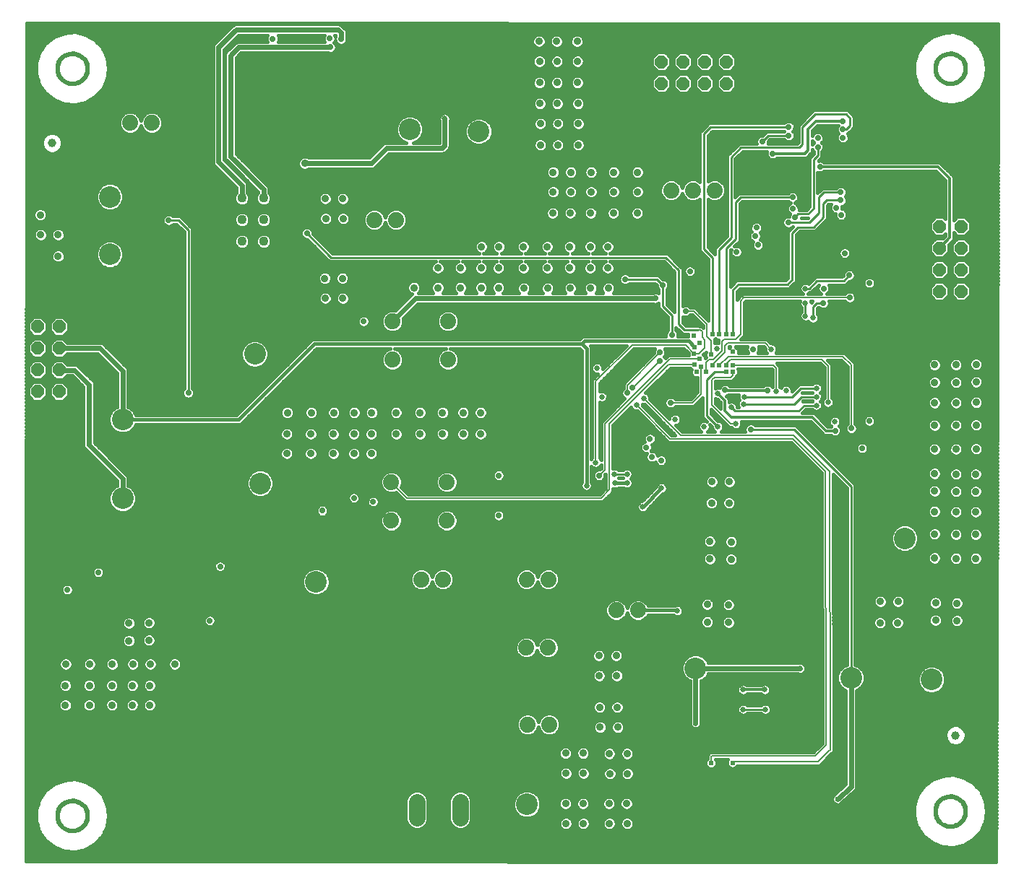
<source format=gbl>
G75*
%MOIN*%
%OFA0B0*%
%FSLAX25Y25*%
%IPPOS*%
%LPD*%
%AMOC8*
5,1,8,0,0,1.08239X$1,22.5*
%
%ADD10C,0.10000*%
%ADD11C,0.07400*%
%ADD12OC8,0.06000*%
%ADD13C,0.03937*%
%ADD14C,0.04362*%
%ADD15C,0.07500*%
%ADD16C,0.02400*%
%ADD17C,0.02781*%
%ADD18C,0.02600*%
%ADD19C,0.03569*%
%ADD20C,0.00600*%
%ADD21C,0.02400*%
%ADD22C,0.01000*%
%ADD23C,0.01200*%
%ADD24C,0.01600*%
D10*
X0173469Y0133921D03*
X0147756Y0179346D03*
X0084252Y0172417D03*
X0084252Y0208795D03*
X0145193Y0239083D03*
X0078346Y0285094D03*
X0078346Y0311709D03*
X0216745Y0342869D03*
X0248484Y0341890D03*
X0445039Y0153992D03*
X0457443Y0088761D03*
X0420217Y0089563D03*
X0348484Y0094000D03*
X0270783Y0031142D03*
D11*
X0270984Y0068000D03*
X0280984Y0068000D03*
X0280484Y0103500D03*
X0270484Y0103500D03*
X0270559Y0135000D03*
X0280559Y0135000D03*
X0311953Y0120720D03*
X0321953Y0120720D03*
X0231984Y0135000D03*
X0221984Y0135000D03*
X0233784Y0162100D03*
X0233784Y0179900D03*
X0208184Y0179900D03*
X0208184Y0162100D03*
X0208716Y0236431D03*
X0208716Y0254231D03*
X0234316Y0254231D03*
X0234316Y0236431D03*
X0210315Y0301000D03*
X0200315Y0301000D03*
X0097669Y0345728D03*
X0087669Y0345728D03*
X0337244Y0314622D03*
X0347244Y0314622D03*
X0357244Y0314622D03*
D12*
X0352720Y0364000D03*
X0342720Y0364000D03*
X0332720Y0364000D03*
X0332720Y0374000D03*
X0342720Y0374000D03*
X0352720Y0374000D03*
X0362720Y0374000D03*
X0362720Y0364000D03*
X0460984Y0298000D03*
X0470984Y0298000D03*
X0470984Y0288000D03*
X0460984Y0288000D03*
X0460984Y0278000D03*
X0470984Y0278000D03*
X0470984Y0268000D03*
X0460984Y0268000D03*
X0055000Y0251748D03*
X0055000Y0241748D03*
X0045000Y0241748D03*
X0045000Y0251748D03*
X0045000Y0231748D03*
X0045000Y0221748D03*
X0055000Y0221748D03*
X0055000Y0231748D03*
D13*
X0051626Y0336453D03*
X0468484Y0063000D03*
D14*
X0149252Y0291079D03*
X0139252Y0291079D03*
X0139252Y0301079D03*
X0139252Y0311079D03*
X0149252Y0311079D03*
X0149252Y0301079D03*
D15*
X0219984Y0032250D02*
X0219984Y0024750D01*
X0239984Y0024750D02*
X0239984Y0032250D01*
D16*
X0348484Y0068701D03*
X0355670Y0050053D03*
X0365562Y0050307D03*
X0414054Y0033629D03*
X0365709Y0230724D03*
X0362559Y0230724D03*
X0362559Y0233874D03*
X0359409Y0233874D03*
X0356260Y0233874D03*
X0353307Y0230921D03*
X0351142Y0233283D03*
X0347992Y0234268D03*
X0350354Y0236827D03*
X0347795Y0239189D03*
X0347992Y0242339D03*
X0350354Y0244307D03*
X0347598Y0247654D03*
X0356260Y0248244D03*
X0359409Y0248244D03*
X0362559Y0248244D03*
X0365709Y0248244D03*
X0365709Y0240173D03*
X0365709Y0233874D03*
X0355669Y0238795D03*
X0348976Y0230724D03*
D17*
X0362165Y0222457D03*
X0381654Y0222063D03*
X0374961Y0241354D03*
X0407441Y0262614D03*
X0407638Y0269307D03*
X0419646Y0265173D03*
X0419449Y0275409D03*
X0428701Y0271866D03*
X0417283Y0285646D03*
X0415709Y0303362D03*
X0413346Y0306709D03*
X0415512Y0310055D03*
X0415512Y0313795D03*
X0405866Y0325606D03*
X0404882Y0334661D03*
X0404882Y0338795D03*
X0416496Y0338992D03*
X0416496Y0342732D03*
X0416496Y0346472D03*
X0391496Y0343913D03*
X0391496Y0339976D03*
X0384016Y0331709D03*
X0379291Y0337220D03*
X0393268Y0311433D03*
X0393465Y0306118D03*
X0394449Y0302378D03*
X0391299Y0299819D03*
X0376535Y0297457D03*
X0376142Y0293520D03*
X0377323Y0289386D03*
X0367480Y0286236D03*
X0345906Y0277299D03*
X0333346Y0270843D03*
X0329882Y0264780D03*
X0343858Y0258874D03*
X0337559Y0248047D03*
X0332047Y0239780D03*
X0332047Y0236039D03*
X0319449Y0223638D03*
X0316890Y0221079D03*
X0336969Y0216551D03*
X0327520Y0200016D03*
X0325787Y0195961D03*
X0328307Y0191551D03*
X0332638Y0189976D03*
X0304008Y0183000D03*
X0257795Y0183047D03*
X0257717Y0164504D03*
X0199764Y0170882D03*
X0190906Y0172654D03*
X0176339Y0166748D03*
X0129213Y0141000D03*
X0124449Y0116000D03*
X0072992Y0138205D03*
X0058740Y0130252D03*
X0114528Y0221079D03*
X0195433Y0254150D03*
X0169213Y0294780D03*
X0105472Y0300803D03*
X0180079Y0380724D03*
X0179685Y0384858D03*
X0185000Y0384465D03*
X0153504Y0384661D03*
X0315945Y0273598D03*
X0373976Y0204346D03*
X0412953Y0203677D03*
X0420433Y0204740D03*
X0428701Y0208087D03*
X0425354Y0195567D03*
D18*
X0412756Y0207890D03*
X0409606Y0216748D03*
X0404291Y0215370D03*
X0404291Y0219307D03*
X0404291Y0223244D03*
X0390315Y0222260D03*
X0385787Y0221866D03*
X0371024Y0219307D03*
X0370630Y0215961D03*
X0365118Y0214386D03*
X0367087Y0206906D03*
X0358819Y0205528D03*
X0352520Y0205528D03*
X0339134Y0208874D03*
X0324685Y0218598D03*
X0321260Y0215528D03*
X0305276Y0219307D03*
X0303110Y0232496D03*
X0302520Y0188992D03*
X0311181Y0183677D03*
X0311378Y0179543D03*
X0316890Y0179543D03*
X0316890Y0183677D03*
X0332835Y0177102D03*
X0324173Y0168520D03*
X0298189Y0178362D03*
X0358819Y0220882D03*
X0383425Y0241354D03*
X0399173Y0256709D03*
X0402717Y0255724D03*
X0399173Y0262417D03*
X0399173Y0269307D03*
X0358228Y0241551D03*
X0232833Y0347721D03*
X0340118Y0120488D03*
X0370433Y0084071D03*
X0380472Y0084071D03*
X0380669Y0075016D03*
X0370433Y0075016D03*
X0396614Y0093992D03*
D19*
X0363740Y0115173D03*
X0363740Y0123244D03*
X0353898Y0123441D03*
X0353898Y0115370D03*
X0355079Y0144504D03*
X0355079Y0152575D03*
X0364921Y0152378D03*
X0364921Y0144307D03*
X0363937Y0170291D03*
X0355866Y0170291D03*
X0356063Y0180134D03*
X0364134Y0180134D03*
X0433819Y0124819D03*
X0441890Y0124819D03*
X0441693Y0114976D03*
X0433622Y0114976D03*
X0459213Y0116157D03*
X0459213Y0124228D03*
X0469055Y0124031D03*
X0469055Y0115961D03*
X0468661Y0144701D03*
X0477717Y0144701D03*
X0477717Y0155724D03*
X0468661Y0155724D03*
X0458819Y0155921D03*
X0468661Y0166157D03*
X0477717Y0166157D03*
X0477717Y0175606D03*
X0477717Y0183677D03*
X0468661Y0183677D03*
X0468661Y0175606D03*
X0458819Y0175803D03*
X0458819Y0183874D03*
X0458819Y0195094D03*
X0468661Y0195094D03*
X0477913Y0195291D03*
X0477913Y0206315D03*
X0468661Y0206118D03*
X0458819Y0206118D03*
X0458819Y0216551D03*
X0468661Y0216551D03*
X0477913Y0216748D03*
X0477913Y0226197D03*
X0477913Y0234268D03*
X0468661Y0234071D03*
X0468661Y0226000D03*
X0458819Y0226000D03*
X0458819Y0234071D03*
X0458819Y0166354D03*
X0458819Y0144898D03*
X0316890Y0054543D03*
X0308819Y0054543D03*
X0309016Y0045291D03*
X0317087Y0045291D03*
X0316693Y0031512D03*
X0308622Y0031512D03*
X0308819Y0022260D03*
X0316890Y0022260D03*
X0296811Y0022260D03*
X0288740Y0022260D03*
X0288543Y0031512D03*
X0296614Y0031512D03*
X0296811Y0045488D03*
X0288740Y0045488D03*
X0288543Y0054740D03*
X0296614Y0054740D03*
X0304488Y0066748D03*
X0312559Y0066748D03*
X0312362Y0076000D03*
X0304291Y0076000D03*
X0304094Y0090567D03*
X0312165Y0090567D03*
X0311969Y0099819D03*
X0303898Y0099819D03*
X0198976Y0193126D03*
X0190906Y0193126D03*
X0181457Y0193126D03*
X0171024Y0193126D03*
X0160000Y0193126D03*
X0160000Y0202181D03*
X0160197Y0212024D03*
X0171220Y0212024D03*
X0171024Y0202181D03*
X0181457Y0202181D03*
X0190906Y0202181D03*
X0198976Y0202181D03*
X0199173Y0212024D03*
X0191102Y0212024D03*
X0181654Y0212024D03*
X0210394Y0212024D03*
X0210394Y0202181D03*
X0221417Y0202181D03*
X0221417Y0212024D03*
X0231850Y0212024D03*
X0241299Y0212024D03*
X0249370Y0212024D03*
X0249370Y0202181D03*
X0241299Y0202181D03*
X0231850Y0202181D03*
X0185787Y0264780D03*
X0177717Y0264780D03*
X0177520Y0274031D03*
X0185591Y0274031D03*
X0185984Y0301591D03*
X0177913Y0301591D03*
X0177717Y0310843D03*
X0185787Y0310843D03*
X0168268Y0327181D03*
X0229685Y0278756D03*
X0229685Y0269701D03*
X0240118Y0269701D03*
X0240118Y0278756D03*
X0249567Y0278756D03*
X0257638Y0278756D03*
X0257638Y0269701D03*
X0249567Y0269701D03*
X0249764Y0288598D03*
X0257835Y0288598D03*
X0269055Y0288598D03*
X0269055Y0278756D03*
X0269252Y0269504D03*
X0280276Y0269504D03*
X0280079Y0278756D03*
X0280079Y0288598D03*
X0290512Y0288598D03*
X0299961Y0288598D03*
X0308031Y0288598D03*
X0308031Y0278756D03*
X0299961Y0278756D03*
X0290512Y0278756D03*
X0290709Y0269504D03*
X0300157Y0269504D03*
X0308228Y0269504D03*
X0310591Y0304150D03*
X0300157Y0304150D03*
X0290709Y0304150D03*
X0282638Y0304150D03*
X0282835Y0313992D03*
X0290906Y0313992D03*
X0290906Y0323047D03*
X0282835Y0323047D03*
X0285000Y0335646D03*
X0276929Y0335646D03*
X0276929Y0345488D03*
X0285000Y0345488D03*
X0284803Y0354740D03*
X0276732Y0354740D03*
X0276535Y0364386D03*
X0284606Y0364386D03*
X0294055Y0364386D03*
X0294055Y0374228D03*
X0293858Y0383480D03*
X0284409Y0383480D03*
X0276339Y0383480D03*
X0276535Y0374228D03*
X0284606Y0374228D03*
X0294252Y0354740D03*
X0294449Y0345488D03*
X0294449Y0335646D03*
X0300354Y0323047D03*
X0300354Y0313992D03*
X0310787Y0313992D03*
X0310787Y0323047D03*
X0321811Y0323047D03*
X0321811Y0313992D03*
X0321614Y0304150D03*
X0218661Y0269701D03*
X0054488Y0284268D03*
X0054488Y0294110D03*
X0046417Y0294110D03*
X0046220Y0303362D03*
X0087165Y0114780D03*
X0096417Y0114976D03*
X0096417Y0106906D03*
X0087165Y0106709D03*
X0088937Y0095882D03*
X0097008Y0095882D03*
X0096811Y0086039D03*
X0088740Y0086039D03*
X0088740Y0076984D03*
X0096811Y0076984D03*
X0079291Y0076984D03*
X0079291Y0086039D03*
X0079488Y0095882D03*
X0069055Y0095882D03*
X0068858Y0086039D03*
X0068858Y0076984D03*
X0057835Y0076984D03*
X0057835Y0086039D03*
X0058031Y0095882D03*
X0108228Y0095882D03*
D20*
X0208184Y0179900D02*
X0215431Y0172654D01*
X0305079Y0172654D01*
X0308819Y0176394D01*
X0308819Y0206906D01*
X0336181Y0234268D01*
X0347992Y0234268D01*
X0351142Y0233283D02*
X0351142Y0220685D01*
X0347008Y0216551D01*
X0336969Y0216551D01*
X0324685Y0218598D02*
X0341693Y0201591D01*
X0393661Y0201591D01*
X0410394Y0184858D01*
X0410563Y0056146D01*
X0410464Y0056146D01*
X0405047Y0050729D01*
X0365985Y0050729D01*
X0365562Y0050307D01*
X0355670Y0050053D02*
X0355712Y0053393D01*
X0355670Y0053309D01*
X0355924Y0053436D01*
X0403526Y0053436D01*
X0408616Y0058527D01*
X0408616Y0059856D01*
X0408425Y0184858D01*
X0393268Y0200016D01*
X0336772Y0200016D01*
X0321260Y0215528D01*
X0316890Y0221079D02*
X0316890Y0224622D01*
X0332047Y0239780D01*
X0332047Y0236039D02*
X0319646Y0223638D01*
X0319449Y0223638D01*
X0302520Y0226394D02*
X0319252Y0243126D01*
X0343858Y0243126D01*
X0347795Y0239189D01*
X0350157Y0239189D01*
X0352717Y0241748D01*
X0352717Y0245685D01*
X0351535Y0246866D01*
X0351535Y0249425D01*
X0350748Y0250213D01*
X0349567Y0250213D01*
X0353701Y0252772D02*
X0347598Y0258874D01*
X0343858Y0258874D01*
X0353701Y0252772D02*
X0353701Y0247260D01*
X0355669Y0245291D01*
X0355669Y0238795D01*
X0354685Y0236433D02*
X0353307Y0235055D01*
X0353307Y0230921D01*
X0356260Y0233874D02*
X0356260Y0234071D01*
X0362165Y0239976D01*
X0362165Y0242929D01*
X0363346Y0244110D01*
X0380669Y0244110D01*
X0383425Y0241354D01*
X0384409Y0233874D02*
X0385787Y0232496D01*
X0385787Y0221866D01*
X0384409Y0233874D02*
X0365709Y0233874D01*
X0364528Y0236433D02*
X0406850Y0236433D01*
X0409606Y0233677D01*
X0409606Y0216748D01*
X0420433Y0204740D02*
X0420433Y0234071D01*
X0416496Y0238008D01*
X0367087Y0238008D01*
X0363543Y0238008D01*
X0359409Y0233874D01*
X0362559Y0233874D02*
X0362559Y0234465D01*
X0364528Y0236433D01*
X0360787Y0240567D02*
X0360787Y0244898D01*
X0361772Y0245882D01*
X0366890Y0245882D01*
X0369252Y0248244D01*
X0369252Y0263598D01*
X0370827Y0265173D01*
X0399764Y0265173D01*
X0401339Y0265173D01*
X0419646Y0265173D01*
X0365709Y0230724D02*
X0365709Y0229346D01*
X0364724Y0228362D01*
X0357244Y0228362D01*
X0356063Y0227181D01*
X0356063Y0215567D01*
X0364724Y0206906D01*
X0367087Y0206906D01*
X0356654Y0236433D02*
X0360787Y0240567D01*
X0356654Y0236433D02*
X0354685Y0236433D01*
X0350354Y0236827D02*
X0336575Y0236827D01*
X0306654Y0206906D01*
X0306654Y0185646D01*
X0304008Y0183000D01*
X0302520Y0188992D02*
X0302520Y0226394D01*
D21*
X0329882Y0264780D02*
X0219265Y0264780D01*
X0208716Y0254231D01*
X0149252Y0311079D02*
X0149252Y0315094D01*
X0134016Y0330331D01*
X0134016Y0376984D01*
X0137756Y0380724D01*
X0180079Y0380724D01*
X0185000Y0384465D02*
X0185000Y0387417D01*
X0183622Y0388795D01*
X0136575Y0388795D01*
X0128504Y0380724D01*
X0128504Y0327772D01*
X0139252Y0317024D01*
X0139252Y0311079D01*
X0168268Y0327181D02*
X0198976Y0327181D01*
X0205866Y0334071D01*
X0230433Y0334071D01*
X0230530Y0334073D01*
X0230626Y0334079D01*
X0230722Y0334088D01*
X0230818Y0334102D01*
X0230913Y0334120D01*
X0231007Y0334141D01*
X0231101Y0334166D01*
X0231193Y0334195D01*
X0231284Y0334227D01*
X0231374Y0334263D01*
X0231462Y0334303D01*
X0231548Y0334346D01*
X0231633Y0334393D01*
X0231716Y0334443D01*
X0231796Y0334496D01*
X0231875Y0334552D01*
X0231951Y0334612D01*
X0232024Y0334675D01*
X0232096Y0334740D01*
X0232164Y0334808D01*
X0232229Y0334880D01*
X0232292Y0334953D01*
X0232352Y0335029D01*
X0232408Y0335108D01*
X0232461Y0335188D01*
X0232511Y0335271D01*
X0232558Y0335356D01*
X0232601Y0335442D01*
X0232641Y0335530D01*
X0232677Y0335620D01*
X0232709Y0335711D01*
X0232738Y0335803D01*
X0232763Y0335897D01*
X0232784Y0335991D01*
X0232802Y0336086D01*
X0232816Y0336182D01*
X0232825Y0336278D01*
X0232831Y0336374D01*
X0232833Y0336471D01*
X0232833Y0347721D01*
X0084252Y0231276D02*
X0084252Y0208795D01*
X0068661Y0197063D02*
X0068661Y0225016D01*
X0061969Y0231709D01*
X0055039Y0231709D01*
X0055000Y0231748D01*
X0055000Y0241748D02*
X0073780Y0241748D01*
X0084252Y0231276D01*
X0068661Y0197063D02*
X0084252Y0181472D01*
X0084252Y0172417D01*
X0348484Y0094000D02*
X0348484Y0068701D01*
X0348484Y0094000D02*
X0396606Y0094000D01*
X0396614Y0093992D01*
X0420217Y0089563D02*
X0420216Y0039283D01*
X0414054Y0033629D01*
D22*
X0380669Y0075016D02*
X0370433Y0075016D01*
X0420217Y0089563D02*
X0420217Y0177988D01*
X0393858Y0204346D01*
X0373976Y0204346D01*
X0366693Y0212811D02*
X0396024Y0212811D01*
X0398583Y0215370D01*
X0404291Y0215370D01*
X0404291Y0219307D02*
X0397205Y0219307D01*
X0393858Y0215961D01*
X0370630Y0215961D01*
X0371024Y0219307D02*
X0393071Y0219307D01*
X0397008Y0223244D01*
X0404291Y0223244D01*
X0402717Y0255724D02*
X0402717Y0261039D01*
X0404291Y0262614D01*
X0407441Y0262614D01*
X0399173Y0262417D02*
X0399173Y0256709D01*
X0399173Y0269307D02*
X0400945Y0269307D01*
X0404488Y0272850D01*
X0416890Y0272850D01*
X0419449Y0275409D01*
X0393071Y0273441D02*
X0390906Y0271276D01*
X0368268Y0271276D01*
X0365709Y0268717D01*
X0365709Y0248244D01*
X0362756Y0248441D02*
X0362559Y0248244D01*
X0362756Y0248441D02*
X0362756Y0287811D01*
X0367087Y0292142D01*
X0367087Y0309268D01*
X0369252Y0311433D01*
X0393268Y0311433D01*
X0395839Y0303768D02*
X0394449Y0302378D01*
X0395839Y0303768D02*
X0400337Y0303768D01*
X0402913Y0306344D01*
X0402913Y0328756D01*
X0404882Y0330724D01*
X0404882Y0334661D01*
X0397795Y0336039D02*
X0397795Y0343913D01*
X0403701Y0349819D01*
X0417874Y0349819D01*
X0419843Y0347850D01*
X0419843Y0344504D01*
X0418071Y0342732D01*
X0416496Y0342732D01*
X0397795Y0336039D02*
X0396220Y0334465D01*
X0369449Y0334465D01*
X0364921Y0329937D01*
X0364921Y0320685D01*
X0364921Y0292732D01*
X0359409Y0287220D01*
X0359409Y0248244D01*
X0356260Y0248244D02*
X0356260Y0283677D01*
X0352323Y0287614D01*
X0352323Y0340764D01*
X0355472Y0343913D01*
X0391496Y0343913D01*
X0391496Y0339976D02*
X0382047Y0339976D01*
X0379291Y0337220D01*
X0405472Y0311433D02*
X0407835Y0313795D01*
X0415512Y0313795D01*
X0415512Y0310055D02*
X0409016Y0310055D01*
X0407441Y0308480D01*
X0407441Y0302181D01*
X0402913Y0297654D01*
X0395827Y0297654D01*
X0393071Y0294898D01*
X0393071Y0273441D01*
X0391299Y0299819D02*
X0401142Y0299819D01*
X0405472Y0304150D01*
X0405472Y0311433D01*
X0340709Y0277772D02*
X0340709Y0252772D01*
X0343268Y0250213D01*
X0349567Y0250213D01*
X0337559Y0248047D02*
X0337559Y0256984D01*
X0333386Y0261157D01*
X0333386Y0270803D01*
X0333346Y0270843D01*
X0330591Y0273598D01*
X0315945Y0273598D01*
X0334803Y0283677D02*
X0340709Y0277772D01*
X0334803Y0283677D02*
X0180315Y0283677D01*
X0169213Y0294780D01*
X0114528Y0296276D02*
X0109961Y0300843D01*
X0105512Y0300843D01*
X0105472Y0300803D01*
X0114528Y0296276D02*
X0114528Y0221079D01*
X0311181Y0183677D02*
X0316890Y0183677D01*
X0353701Y0210646D02*
X0358819Y0205528D01*
X0353701Y0210646D02*
X0353701Y0227181D01*
X0357244Y0230724D01*
X0362559Y0230724D01*
X0365118Y0214386D02*
X0366693Y0212811D01*
D23*
X0365118Y0209858D02*
X0402480Y0209858D01*
X0408661Y0203677D01*
X0412953Y0203677D01*
X0381654Y0222063D02*
X0362559Y0222063D01*
X0362165Y0222457D01*
X0358819Y0220882D02*
X0362165Y0217535D01*
X0362165Y0212811D01*
X0365118Y0209858D01*
X0460984Y0288000D02*
X0465709Y0292724D01*
X0465709Y0320094D01*
X0460197Y0325606D01*
X0405866Y0325606D01*
X0398976Y0331709D02*
X0400354Y0333087D01*
X0400354Y0342929D01*
X0403898Y0346472D01*
X0416496Y0346472D01*
X0398976Y0331709D02*
X0384016Y0331709D01*
X0380472Y0084071D02*
X0370433Y0084071D01*
D24*
X0039741Y0004758D02*
X0039913Y0391973D01*
X0488179Y0391630D01*
X0487149Y0004415D01*
X0039741Y0004758D01*
X0039742Y0005796D02*
X0487152Y0005796D01*
X0487156Y0007394D02*
X0039742Y0007394D01*
X0039743Y0008993D02*
X0487161Y0008993D01*
X0487165Y0010591D02*
X0067520Y0010591D01*
X0067122Y0010361D02*
X0071459Y0012865D01*
X0074865Y0016536D01*
X0074865Y0016536D01*
X0077038Y0021048D01*
X0077784Y0026000D01*
X0077038Y0030952D01*
X0074865Y0035464D01*
X0071459Y0039135D01*
X0071459Y0039135D01*
X0067122Y0041639D01*
X0062240Y0042753D01*
X0062240Y0042753D01*
X0057246Y0042379D01*
X0057246Y0042379D01*
X0052584Y0040549D01*
X0048669Y0037427D01*
X0048669Y0037427D01*
X0045848Y0033289D01*
X0044372Y0028504D01*
X0044372Y0023496D01*
X0045848Y0018711D01*
X0048669Y0014573D01*
X0052584Y0011451D01*
X0052584Y0011451D01*
X0057246Y0009621D01*
X0062240Y0009247D01*
X0067122Y0010361D01*
X0067122Y0010361D01*
X0070289Y0012190D02*
X0460798Y0012190D01*
X0462246Y0011621D02*
X0457584Y0013451D01*
X0457584Y0013451D01*
X0453669Y0016573D01*
X0453669Y0016573D01*
X0453669Y0016573D01*
X0450848Y0020711D01*
X0450848Y0020711D01*
X0449372Y0025496D01*
X0449372Y0030504D01*
X0450848Y0035289D01*
X0450848Y0035289D01*
X0453669Y0039427D01*
X0453669Y0039427D01*
X0453669Y0039427D01*
X0457584Y0042549D01*
X0457584Y0042549D01*
X0462246Y0044379D01*
X0462246Y0044379D01*
X0467240Y0044753D01*
X0467240Y0044753D01*
X0472122Y0043639D01*
X0472122Y0043639D01*
X0476459Y0041135D01*
X0476459Y0041135D01*
X0479865Y0037464D01*
X0479865Y0037464D01*
X0482038Y0032952D01*
X0482038Y0032952D01*
X0482784Y0028000D01*
X0482038Y0023048D01*
X0479865Y0018536D01*
X0479865Y0018536D01*
X0476459Y0014865D01*
X0476459Y0014865D01*
X0476459Y0014865D01*
X0472122Y0012361D01*
X0472122Y0012361D01*
X0467240Y0011247D01*
X0467240Y0011247D01*
X0462246Y0011621D01*
X0462246Y0011621D01*
X0457161Y0013788D02*
X0072315Y0013788D01*
X0071459Y0012865D02*
X0071459Y0012865D01*
X0073798Y0015387D02*
X0455157Y0015387D01*
X0453388Y0016985D02*
X0075081Y0016985D01*
X0075851Y0018584D02*
X0452298Y0018584D01*
X0451208Y0020182D02*
X0319315Y0020182D01*
X0319589Y0020456D02*
X0320074Y0021626D01*
X0320074Y0022893D01*
X0319589Y0024064D01*
X0318693Y0024959D01*
X0317523Y0025444D01*
X0316256Y0025444D01*
X0315086Y0024959D01*
X0314190Y0024064D01*
X0313706Y0022893D01*
X0313706Y0021626D01*
X0314190Y0020456D01*
X0315086Y0019560D01*
X0316256Y0019076D01*
X0317523Y0019076D01*
X0318693Y0019560D01*
X0319589Y0020456D01*
X0320074Y0021781D02*
X0450518Y0021781D01*
X0450025Y0023379D02*
X0319873Y0023379D01*
X0318649Y0024978D02*
X0449532Y0024978D01*
X0449372Y0026576D02*
X0275269Y0026576D01*
X0274409Y0025716D02*
X0276209Y0027516D01*
X0277183Y0029869D01*
X0277183Y0032415D01*
X0276209Y0034767D01*
X0274409Y0036567D01*
X0272056Y0037542D01*
X0269510Y0037542D01*
X0267158Y0036567D01*
X0265358Y0034767D01*
X0264383Y0032415D01*
X0264383Y0029869D01*
X0265358Y0027516D01*
X0267158Y0025716D01*
X0269510Y0024742D01*
X0272056Y0024742D01*
X0274409Y0025716D01*
X0272626Y0024978D02*
X0286981Y0024978D01*
X0286936Y0024959D02*
X0286041Y0024064D01*
X0285556Y0022893D01*
X0285556Y0021626D01*
X0286041Y0020456D01*
X0286936Y0019560D01*
X0288107Y0019076D01*
X0289374Y0019076D01*
X0290544Y0019560D01*
X0291440Y0020456D01*
X0291924Y0021626D01*
X0291924Y0022893D01*
X0291440Y0024064D01*
X0290544Y0024959D01*
X0289374Y0025444D01*
X0288107Y0025444D01*
X0286936Y0024959D01*
X0285757Y0023379D02*
X0244991Y0023379D01*
X0245134Y0023726D02*
X0245134Y0033274D01*
X0244350Y0035167D01*
X0242901Y0036616D01*
X0241009Y0037400D01*
X0238960Y0037400D01*
X0237067Y0036616D01*
X0235618Y0035167D01*
X0234834Y0033274D01*
X0234834Y0023726D01*
X0235618Y0021833D01*
X0237067Y0020384D01*
X0238960Y0019600D01*
X0241009Y0019600D01*
X0242901Y0020384D01*
X0244350Y0021833D01*
X0245134Y0023726D01*
X0245134Y0024978D02*
X0268941Y0024978D01*
X0266298Y0026576D02*
X0245134Y0026576D01*
X0245134Y0028175D02*
X0265085Y0028175D01*
X0264423Y0029773D02*
X0245134Y0029773D01*
X0245134Y0031372D02*
X0264383Y0031372D01*
X0264614Y0032970D02*
X0245134Y0032970D01*
X0244598Y0034569D02*
X0265276Y0034569D01*
X0266758Y0036167D02*
X0243350Y0036167D01*
X0236618Y0036167D02*
X0223350Y0036167D01*
X0222901Y0036616D02*
X0221009Y0037400D01*
X0218960Y0037400D01*
X0217067Y0036616D01*
X0215618Y0035167D01*
X0214834Y0033274D01*
X0214834Y0023726D01*
X0215618Y0021833D01*
X0217067Y0020384D01*
X0218960Y0019600D01*
X0221009Y0019600D01*
X0222901Y0020384D01*
X0224350Y0021833D01*
X0225134Y0023726D01*
X0225134Y0033274D01*
X0224350Y0035167D01*
X0222901Y0036616D01*
X0224598Y0034569D02*
X0235370Y0034569D01*
X0234834Y0032970D02*
X0225134Y0032970D01*
X0225134Y0031372D02*
X0234834Y0031372D01*
X0234834Y0029773D02*
X0225134Y0029773D01*
X0225134Y0028175D02*
X0234834Y0028175D01*
X0234834Y0026576D02*
X0225134Y0026576D01*
X0225134Y0024978D02*
X0234834Y0024978D01*
X0234978Y0023379D02*
X0224991Y0023379D01*
X0224298Y0021781D02*
X0235670Y0021781D01*
X0237554Y0020182D02*
X0222414Y0020182D01*
X0217554Y0020182D02*
X0076621Y0020182D01*
X0077038Y0021048D02*
X0077038Y0021048D01*
X0077148Y0021781D02*
X0215670Y0021781D01*
X0214978Y0023379D02*
X0077389Y0023379D01*
X0077630Y0024978D02*
X0214834Y0024978D01*
X0214834Y0026576D02*
X0077697Y0026576D01*
X0077456Y0028175D02*
X0214834Y0028175D01*
X0214834Y0029773D02*
X0077216Y0029773D01*
X0077038Y0030952D02*
X0077038Y0030952D01*
X0076836Y0031372D02*
X0214834Y0031372D01*
X0214834Y0032970D02*
X0076066Y0032970D01*
X0075296Y0034569D02*
X0215370Y0034569D01*
X0216618Y0036167D02*
X0074212Y0036167D01*
X0074865Y0035464D02*
X0074865Y0035464D01*
X0072729Y0037766D02*
X0414716Y0037766D01*
X0412974Y0036167D02*
X0274809Y0036167D01*
X0276291Y0034569D02*
X0287603Y0034569D01*
X0287910Y0034696D02*
X0286740Y0034211D01*
X0285844Y0033316D01*
X0285359Y0032145D01*
X0285359Y0030878D01*
X0285844Y0029708D01*
X0286740Y0028812D01*
X0287910Y0028328D01*
X0289177Y0028328D01*
X0290347Y0028812D01*
X0291243Y0029708D01*
X0291728Y0030878D01*
X0291728Y0032145D01*
X0291243Y0033316D01*
X0290347Y0034211D01*
X0289177Y0034696D01*
X0287910Y0034696D01*
X0289484Y0034569D02*
X0295673Y0034569D01*
X0295981Y0034696D02*
X0294810Y0034211D01*
X0293915Y0033316D01*
X0293430Y0032145D01*
X0293430Y0030878D01*
X0293915Y0029708D01*
X0294810Y0028812D01*
X0295981Y0028328D01*
X0297248Y0028328D01*
X0298418Y0028812D01*
X0299314Y0029708D01*
X0299798Y0030878D01*
X0299798Y0032145D01*
X0299314Y0033316D01*
X0298418Y0034211D01*
X0297248Y0034696D01*
X0295981Y0034696D01*
X0297555Y0034569D02*
X0307681Y0034569D01*
X0307989Y0034696D02*
X0306818Y0034211D01*
X0305923Y0033316D01*
X0305438Y0032145D01*
X0305438Y0030878D01*
X0305923Y0029708D01*
X0306818Y0028812D01*
X0307989Y0028328D01*
X0309255Y0028328D01*
X0310426Y0028812D01*
X0311322Y0029708D01*
X0311806Y0030878D01*
X0311806Y0032145D01*
X0311322Y0033316D01*
X0310426Y0034211D01*
X0309255Y0034696D01*
X0307989Y0034696D01*
X0309563Y0034569D02*
X0315752Y0034569D01*
X0316060Y0034696D02*
X0314889Y0034211D01*
X0313993Y0033316D01*
X0313509Y0032145D01*
X0313509Y0030878D01*
X0313993Y0029708D01*
X0314889Y0028812D01*
X0316060Y0028328D01*
X0317326Y0028328D01*
X0318497Y0028812D01*
X0319392Y0029708D01*
X0319877Y0030878D01*
X0319877Y0032145D01*
X0319392Y0033316D01*
X0318497Y0034211D01*
X0317326Y0034696D01*
X0316060Y0034696D01*
X0317634Y0034569D02*
X0411623Y0034569D01*
X0411673Y0034676D02*
X0411478Y0034258D01*
X0411476Y0034200D01*
X0411454Y0034147D01*
X0411454Y0033685D01*
X0411434Y0033225D01*
X0411454Y0033170D01*
X0411454Y0033112D01*
X0411630Y0032686D01*
X0411788Y0032253D01*
X0411827Y0032210D01*
X0411850Y0032157D01*
X0412176Y0031831D01*
X0412488Y0031491D01*
X0412540Y0031466D01*
X0412581Y0031425D01*
X0413007Y0031249D01*
X0413425Y0031054D01*
X0413483Y0031052D01*
X0413537Y0031029D01*
X0413998Y0031029D01*
X0414459Y0031010D01*
X0414513Y0031029D01*
X0414571Y0031029D01*
X0414997Y0031206D01*
X0415430Y0031364D01*
X0415473Y0031403D01*
X0415527Y0031425D01*
X0415853Y0031751D01*
X0421636Y0037057D01*
X0421689Y0037079D01*
X0422015Y0037405D01*
X0422355Y0037717D01*
X0422379Y0037769D01*
X0422420Y0037810D01*
X0422597Y0038236D01*
X0422792Y0038655D01*
X0422794Y0038712D01*
X0422816Y0038766D01*
X0422816Y0039227D01*
X0422836Y0039688D01*
X0422816Y0039742D01*
X0422816Y0083713D01*
X0423842Y0084137D01*
X0425642Y0085938D01*
X0426617Y0088290D01*
X0426617Y0090836D01*
X0425642Y0093188D01*
X0423842Y0094989D01*
X0422117Y0095703D01*
X0422117Y0178775D01*
X0395758Y0205133D01*
X0394645Y0206246D01*
X0376023Y0206246D01*
X0375557Y0206712D01*
X0374531Y0207137D01*
X0373421Y0207137D01*
X0372396Y0206712D01*
X0371611Y0205927D01*
X0371186Y0204902D01*
X0371186Y0203791D01*
X0371393Y0203291D01*
X0360400Y0203291D01*
X0361108Y0203998D01*
X0361519Y0204990D01*
X0361519Y0206065D01*
X0361108Y0207057D01*
X0360348Y0207816D01*
X0359356Y0208228D01*
X0358806Y0208228D01*
X0355601Y0211433D01*
X0355601Y0213625D01*
X0363024Y0206201D01*
X0364020Y0205206D01*
X0364968Y0205206D01*
X0365557Y0204617D01*
X0366550Y0204206D01*
X0367624Y0204206D01*
X0368616Y0204617D01*
X0369376Y0205376D01*
X0369787Y0206368D01*
X0369787Y0207443D01*
X0369614Y0207858D01*
X0401652Y0207858D01*
X0406661Y0202849D01*
X0407833Y0201677D01*
X0411006Y0201677D01*
X0411372Y0201311D01*
X0412398Y0200887D01*
X0413508Y0200887D01*
X0414533Y0201311D01*
X0415318Y0202096D01*
X0415743Y0203122D01*
X0415743Y0204232D01*
X0415318Y0205258D01*
X0414630Y0205946D01*
X0415045Y0206360D01*
X0415456Y0207353D01*
X0415456Y0208427D01*
X0415045Y0209419D01*
X0414285Y0210179D01*
X0413293Y0210590D01*
X0412219Y0210590D01*
X0411226Y0210179D01*
X0410467Y0209419D01*
X0410056Y0208427D01*
X0410056Y0207353D01*
X0410467Y0206360D01*
X0411078Y0205749D01*
X0411006Y0205677D01*
X0409490Y0205677D01*
X0403309Y0211858D01*
X0397758Y0211858D01*
X0399370Y0213470D01*
X0402373Y0213470D01*
X0402762Y0213081D01*
X0403754Y0212670D01*
X0404828Y0212670D01*
X0405821Y0213081D01*
X0406580Y0213841D01*
X0406991Y0214833D01*
X0406991Y0215907D01*
X0406580Y0216899D01*
X0406141Y0217339D01*
X0406580Y0217778D01*
X0406991Y0218770D01*
X0406991Y0219844D01*
X0406580Y0220837D01*
X0406141Y0221276D01*
X0406580Y0221715D01*
X0406991Y0222707D01*
X0406991Y0223781D01*
X0406580Y0224774D01*
X0405821Y0225533D01*
X0404828Y0225944D01*
X0403754Y0225944D01*
X0402762Y0225533D01*
X0402373Y0225144D01*
X0396221Y0225144D01*
X0395108Y0224031D01*
X0393015Y0221938D01*
X0393015Y0222797D01*
X0392604Y0223789D01*
X0391844Y0224549D01*
X0390852Y0224960D01*
X0389778Y0224960D01*
X0388786Y0224549D01*
X0388026Y0223789D01*
X0387925Y0223546D01*
X0387487Y0223985D01*
X0387487Y0233200D01*
X0386492Y0234196D01*
X0385955Y0234733D01*
X0406146Y0234733D01*
X0407906Y0232973D01*
X0407906Y0218866D01*
X0407317Y0218277D01*
X0406906Y0217285D01*
X0406906Y0216211D01*
X0407317Y0215219D01*
X0408077Y0214459D01*
X0409069Y0214048D01*
X0410143Y0214048D01*
X0411136Y0214459D01*
X0411895Y0215219D01*
X0412306Y0216211D01*
X0412306Y0217285D01*
X0411895Y0218277D01*
X0411306Y0218866D01*
X0411306Y0234381D01*
X0409380Y0236308D01*
X0415792Y0236308D01*
X0418733Y0233367D01*
X0418733Y0206987D01*
X0418067Y0206321D01*
X0417643Y0205295D01*
X0417643Y0204185D01*
X0418067Y0203159D01*
X0418852Y0202374D01*
X0419878Y0201950D01*
X0420988Y0201950D01*
X0422014Y0202374D01*
X0422799Y0203159D01*
X0423224Y0204185D01*
X0423224Y0205295D01*
X0422799Y0206321D01*
X0422133Y0206987D01*
X0422133Y0234775D01*
X0418196Y0238712D01*
X0417200Y0239708D01*
X0385597Y0239708D01*
X0385714Y0239825D01*
X0386125Y0240817D01*
X0386125Y0241891D01*
X0385714Y0242884D01*
X0384955Y0243643D01*
X0383962Y0244054D01*
X0383129Y0244054D01*
X0381373Y0245810D01*
X0369222Y0245810D01*
X0369956Y0246544D01*
X0370952Y0247540D01*
X0370952Y0262894D01*
X0371531Y0263473D01*
X0396688Y0263473D01*
X0396473Y0262954D01*
X0396473Y0261880D01*
X0396884Y0260888D01*
X0397273Y0260499D01*
X0397273Y0258627D01*
X0396884Y0258238D01*
X0396473Y0257246D01*
X0396473Y0256172D01*
X0396884Y0255179D01*
X0397644Y0254420D01*
X0398636Y0254009D01*
X0399710Y0254009D01*
X0400388Y0254290D01*
X0400428Y0254195D01*
X0401187Y0253435D01*
X0402179Y0253024D01*
X0403254Y0253024D01*
X0404246Y0253435D01*
X0405005Y0254195D01*
X0405417Y0255187D01*
X0405417Y0256261D01*
X0405005Y0257254D01*
X0404617Y0257643D01*
X0404617Y0260252D01*
X0405078Y0260714D01*
X0405395Y0260714D01*
X0405860Y0260248D01*
X0406886Y0259824D01*
X0407996Y0259824D01*
X0409022Y0260248D01*
X0409807Y0261033D01*
X0410231Y0262059D01*
X0410231Y0263169D01*
X0410106Y0263473D01*
X0417399Y0263473D01*
X0418065Y0262808D01*
X0419091Y0262383D01*
X0420201Y0262383D01*
X0421226Y0262808D01*
X0422011Y0263593D01*
X0422436Y0264618D01*
X0422436Y0265728D01*
X0422011Y0266754D01*
X0421226Y0267539D01*
X0420201Y0267964D01*
X0419091Y0267964D01*
X0418065Y0267539D01*
X0417399Y0266873D01*
X0409054Y0266873D01*
X0409219Y0266941D01*
X0410003Y0267726D01*
X0410428Y0268752D01*
X0410428Y0269862D01*
X0410003Y0270888D01*
X0409941Y0270950D01*
X0417677Y0270950D01*
X0419345Y0272619D01*
X0420004Y0272619D01*
X0421030Y0273044D01*
X0421815Y0273829D01*
X0422239Y0274854D01*
X0422239Y0275965D01*
X0421815Y0276990D01*
X0421030Y0277775D01*
X0420004Y0278200D01*
X0418894Y0278200D01*
X0417868Y0277775D01*
X0417083Y0276990D01*
X0416658Y0275965D01*
X0416658Y0275306D01*
X0416103Y0274750D01*
X0403701Y0274750D01*
X0402588Y0273637D01*
X0400592Y0271642D01*
X0399710Y0272007D01*
X0398636Y0272007D01*
X0397644Y0271596D01*
X0396884Y0270837D01*
X0396473Y0269844D01*
X0396473Y0268770D01*
X0396884Y0267778D01*
X0397644Y0267018D01*
X0397994Y0266873D01*
X0370123Y0266873D01*
X0369127Y0265877D01*
X0367609Y0264359D01*
X0367609Y0267930D01*
X0369055Y0269376D01*
X0391693Y0269376D01*
X0392805Y0270489D01*
X0394971Y0272654D01*
X0394971Y0294111D01*
X0396614Y0295754D01*
X0403700Y0295754D01*
X0404813Y0296867D01*
X0409341Y0301394D01*
X0409341Y0307693D01*
X0409803Y0308155D01*
X0410925Y0308155D01*
X0410556Y0307264D01*
X0410556Y0306154D01*
X0410981Y0305128D01*
X0411766Y0304343D01*
X0412791Y0303918D01*
X0412918Y0303918D01*
X0412918Y0303917D01*
X0412918Y0302807D01*
X0413343Y0301781D01*
X0414128Y0300996D01*
X0415154Y0300572D01*
X0416264Y0300572D01*
X0417289Y0300996D01*
X0418074Y0301781D01*
X0418499Y0302807D01*
X0418499Y0303917D01*
X0418074Y0304943D01*
X0417289Y0305728D01*
X0416264Y0306153D01*
X0416137Y0306153D01*
X0416137Y0306154D01*
X0416137Y0307264D01*
X0416126Y0307289D01*
X0417093Y0307689D01*
X0417878Y0308474D01*
X0418302Y0309500D01*
X0418302Y0310610D01*
X0417878Y0311636D01*
X0417588Y0311925D01*
X0417878Y0312215D01*
X0418302Y0313240D01*
X0418302Y0314350D01*
X0417878Y0315376D01*
X0417093Y0316161D01*
X0416067Y0316586D01*
X0414957Y0316586D01*
X0413931Y0316161D01*
X0413465Y0315695D01*
X0407048Y0315695D01*
X0404813Y0313461D01*
X0404813Y0323022D01*
X0405311Y0322816D01*
X0406421Y0322816D01*
X0407447Y0323241D01*
X0407813Y0323606D01*
X0459368Y0323606D01*
X0463709Y0319266D01*
X0463709Y0301498D01*
X0462807Y0302400D01*
X0459162Y0302400D01*
X0456584Y0299823D01*
X0456584Y0296177D01*
X0459162Y0293600D01*
X0462807Y0293600D01*
X0463709Y0294502D01*
X0463709Y0293553D01*
X0462556Y0292400D01*
X0459162Y0292400D01*
X0456584Y0289823D01*
X0456584Y0286177D01*
X0459162Y0283600D01*
X0462807Y0283600D01*
X0465384Y0286177D01*
X0465384Y0289572D01*
X0467709Y0291896D01*
X0467709Y0295053D01*
X0469162Y0293600D01*
X0472807Y0293600D01*
X0475384Y0296177D01*
X0475384Y0299823D01*
X0472807Y0302400D01*
X0469162Y0302400D01*
X0467709Y0300947D01*
X0467709Y0320923D01*
X0466537Y0322094D01*
X0461025Y0327606D01*
X0407813Y0327606D01*
X0407447Y0327972D01*
X0406421Y0328397D01*
X0405311Y0328397D01*
X0405192Y0328348D01*
X0406782Y0329937D01*
X0406782Y0332615D01*
X0407248Y0333081D01*
X0407672Y0334106D01*
X0407672Y0335216D01*
X0407248Y0336242D01*
X0406761Y0336728D01*
X0407248Y0337215D01*
X0407672Y0338240D01*
X0407672Y0339350D01*
X0407248Y0340376D01*
X0406463Y0341161D01*
X0405437Y0341586D01*
X0404327Y0341586D01*
X0403301Y0341161D01*
X0402516Y0340376D01*
X0402354Y0339985D01*
X0402354Y0342101D01*
X0404726Y0344472D01*
X0414290Y0344472D01*
X0414130Y0344313D01*
X0413706Y0343287D01*
X0413706Y0342177D01*
X0414130Y0341152D01*
X0414420Y0340862D01*
X0414130Y0340573D01*
X0413706Y0339547D01*
X0413706Y0338437D01*
X0414130Y0337411D01*
X0414915Y0336626D01*
X0415941Y0336202D01*
X0417051Y0336202D01*
X0418077Y0336626D01*
X0418862Y0337411D01*
X0419287Y0338437D01*
X0419287Y0339547D01*
X0418862Y0340573D01*
X0418602Y0340832D01*
X0418858Y0340832D01*
X0419971Y0341945D01*
X0421743Y0343717D01*
X0421743Y0348637D01*
X0420630Y0349750D01*
X0418661Y0351719D01*
X0402914Y0351719D01*
X0401801Y0350606D01*
X0395895Y0344700D01*
X0395895Y0336826D01*
X0395433Y0336365D01*
X0381957Y0336365D01*
X0382082Y0336665D01*
X0382082Y0337324D01*
X0382834Y0338076D01*
X0389450Y0338076D01*
X0389915Y0337611D01*
X0390941Y0337186D01*
X0392051Y0337186D01*
X0393077Y0337611D01*
X0393862Y0338396D01*
X0394287Y0339421D01*
X0394287Y0340531D01*
X0393862Y0341557D01*
X0393474Y0341945D01*
X0393862Y0342333D01*
X0394287Y0343358D01*
X0394287Y0344468D01*
X0393862Y0345494D01*
X0393077Y0346279D01*
X0392051Y0346704D01*
X0390941Y0346704D01*
X0389915Y0346279D01*
X0389450Y0345813D01*
X0354685Y0345813D01*
X0351536Y0342664D01*
X0350423Y0341551D01*
X0350423Y0318656D01*
X0350133Y0318946D01*
X0348259Y0319722D01*
X0346230Y0319722D01*
X0344355Y0318946D01*
X0342921Y0317511D01*
X0342244Y0315878D01*
X0341568Y0317511D01*
X0340133Y0318946D01*
X0338259Y0319722D01*
X0336230Y0319722D01*
X0334355Y0318946D01*
X0332921Y0317511D01*
X0332144Y0315637D01*
X0332144Y0313608D01*
X0332921Y0311733D01*
X0334355Y0310298D01*
X0336230Y0309522D01*
X0338259Y0309522D01*
X0340133Y0310298D01*
X0341568Y0311733D01*
X0342244Y0313366D01*
X0342921Y0311733D01*
X0344355Y0310298D01*
X0346230Y0309522D01*
X0348259Y0309522D01*
X0350133Y0310298D01*
X0350423Y0310588D01*
X0350423Y0286827D01*
X0354360Y0282890D01*
X0354360Y0254517D01*
X0349298Y0259578D01*
X0348303Y0260574D01*
X0346105Y0260574D01*
X0345439Y0261240D01*
X0344413Y0261665D01*
X0343303Y0261665D01*
X0342609Y0261377D01*
X0342609Y0278559D01*
X0341496Y0279672D01*
X0335590Y0285577D01*
X0309058Y0285577D01*
X0309835Y0285899D01*
X0310731Y0286795D01*
X0311216Y0287965D01*
X0311216Y0289232D01*
X0310731Y0290402D01*
X0309835Y0291298D01*
X0308665Y0291783D01*
X0307398Y0291783D01*
X0306228Y0291298D01*
X0305332Y0290402D01*
X0304847Y0289232D01*
X0304847Y0287965D01*
X0305332Y0286795D01*
X0306228Y0285899D01*
X0307005Y0285577D01*
X0300987Y0285577D01*
X0301764Y0285899D01*
X0302660Y0286795D01*
X0303145Y0287965D01*
X0303145Y0289232D01*
X0302660Y0290402D01*
X0301764Y0291298D01*
X0300594Y0291783D01*
X0299327Y0291783D01*
X0298157Y0291298D01*
X0297261Y0290402D01*
X0296776Y0289232D01*
X0296776Y0287965D01*
X0297261Y0286795D01*
X0298157Y0285899D01*
X0298934Y0285577D01*
X0291539Y0285577D01*
X0292316Y0285899D01*
X0293211Y0286795D01*
X0293696Y0287965D01*
X0293696Y0289232D01*
X0293211Y0290402D01*
X0292316Y0291298D01*
X0291145Y0291783D01*
X0289878Y0291783D01*
X0288708Y0291298D01*
X0287812Y0290402D01*
X0287328Y0289232D01*
X0287328Y0287965D01*
X0287812Y0286795D01*
X0288708Y0285899D01*
X0289485Y0285577D01*
X0281106Y0285577D01*
X0281882Y0285899D01*
X0282778Y0286795D01*
X0283263Y0287965D01*
X0283263Y0289232D01*
X0282778Y0290402D01*
X0281882Y0291298D01*
X0280712Y0291783D01*
X0279445Y0291783D01*
X0278275Y0291298D01*
X0277379Y0290402D01*
X0276894Y0289232D01*
X0276894Y0287965D01*
X0277379Y0286795D01*
X0278275Y0285899D01*
X0279052Y0285577D01*
X0270082Y0285577D01*
X0270859Y0285899D01*
X0271755Y0286795D01*
X0272239Y0287965D01*
X0272239Y0289232D01*
X0271755Y0290402D01*
X0270859Y0291298D01*
X0269689Y0291783D01*
X0268422Y0291783D01*
X0267251Y0291298D01*
X0266356Y0290402D01*
X0265871Y0289232D01*
X0265871Y0287965D01*
X0266356Y0286795D01*
X0267251Y0285899D01*
X0268028Y0285577D01*
X0258861Y0285577D01*
X0259638Y0285899D01*
X0260534Y0286795D01*
X0261019Y0287965D01*
X0261019Y0289232D01*
X0260534Y0290402D01*
X0259638Y0291298D01*
X0258468Y0291783D01*
X0257201Y0291783D01*
X0256031Y0291298D01*
X0255135Y0290402D01*
X0254650Y0289232D01*
X0254650Y0287965D01*
X0255135Y0286795D01*
X0256031Y0285899D01*
X0256808Y0285577D01*
X0250791Y0285577D01*
X0251568Y0285899D01*
X0252463Y0286795D01*
X0252948Y0287965D01*
X0252948Y0289232D01*
X0252463Y0290402D01*
X0251568Y0291298D01*
X0250397Y0291783D01*
X0249130Y0291783D01*
X0247960Y0291298D01*
X0247064Y0290402D01*
X0246580Y0289232D01*
X0246580Y0287965D01*
X0247064Y0286795D01*
X0247960Y0285899D01*
X0248737Y0285577D01*
X0181102Y0285577D01*
X0172003Y0294676D01*
X0172003Y0295335D01*
X0171578Y0296360D01*
X0170793Y0297145D01*
X0169768Y0297570D01*
X0168658Y0297570D01*
X0167632Y0297145D01*
X0166847Y0296360D01*
X0166422Y0295335D01*
X0166422Y0294224D01*
X0166847Y0293199D01*
X0167632Y0292414D01*
X0168658Y0291989D01*
X0169316Y0291989D01*
X0178415Y0282890D01*
X0179528Y0281777D01*
X0228658Y0281777D01*
X0227881Y0281455D01*
X0226986Y0280560D01*
X0226501Y0279389D01*
X0226501Y0278123D01*
X0226986Y0276952D01*
X0227881Y0276056D01*
X0229052Y0275572D01*
X0230318Y0275572D01*
X0231489Y0276056D01*
X0232385Y0276952D01*
X0232869Y0278123D01*
X0232869Y0279389D01*
X0232385Y0280560D01*
X0231489Y0281455D01*
X0230712Y0281777D01*
X0239091Y0281777D01*
X0238314Y0281455D01*
X0237419Y0280560D01*
X0236934Y0279389D01*
X0236934Y0278123D01*
X0237419Y0276952D01*
X0238314Y0276056D01*
X0239485Y0275572D01*
X0240752Y0275572D01*
X0241922Y0276056D01*
X0242818Y0276952D01*
X0243302Y0278123D01*
X0243302Y0279389D01*
X0242818Y0280560D01*
X0241922Y0281455D01*
X0241145Y0281777D01*
X0248540Y0281777D01*
X0247763Y0281455D01*
X0246867Y0280560D01*
X0246383Y0279389D01*
X0246383Y0278123D01*
X0246867Y0276952D01*
X0247763Y0276056D01*
X0248934Y0275572D01*
X0250200Y0275572D01*
X0251371Y0276056D01*
X0252266Y0276952D01*
X0252751Y0278123D01*
X0252751Y0279389D01*
X0252266Y0280560D01*
X0251371Y0281455D01*
X0250594Y0281777D01*
X0256611Y0281777D01*
X0255834Y0281455D01*
X0254938Y0280560D01*
X0254454Y0279389D01*
X0254454Y0278123D01*
X0254938Y0276952D01*
X0255834Y0276056D01*
X0257004Y0275572D01*
X0258271Y0275572D01*
X0259442Y0276056D01*
X0260337Y0276952D01*
X0260822Y0278123D01*
X0260822Y0279389D01*
X0260337Y0280560D01*
X0259442Y0281455D01*
X0258665Y0281777D01*
X0268028Y0281777D01*
X0267251Y0281455D01*
X0266356Y0280560D01*
X0265871Y0279389D01*
X0265871Y0278123D01*
X0266356Y0276952D01*
X0267251Y0276056D01*
X0268422Y0275572D01*
X0269689Y0275572D01*
X0270859Y0276056D01*
X0271755Y0276952D01*
X0272239Y0278123D01*
X0272239Y0279389D01*
X0271755Y0280560D01*
X0270859Y0281455D01*
X0270082Y0281777D01*
X0279052Y0281777D01*
X0278275Y0281455D01*
X0277379Y0280560D01*
X0276894Y0279389D01*
X0276894Y0278123D01*
X0277379Y0276952D01*
X0278275Y0276056D01*
X0279445Y0275572D01*
X0280712Y0275572D01*
X0281882Y0276056D01*
X0282778Y0276952D01*
X0283263Y0278123D01*
X0283263Y0279389D01*
X0282778Y0280560D01*
X0281882Y0281455D01*
X0281106Y0281777D01*
X0289485Y0281777D01*
X0288708Y0281455D01*
X0287812Y0280560D01*
X0287328Y0279389D01*
X0287328Y0278123D01*
X0287812Y0276952D01*
X0288708Y0276056D01*
X0289878Y0275572D01*
X0291145Y0275572D01*
X0292316Y0276056D01*
X0293211Y0276952D01*
X0293696Y0278123D01*
X0293696Y0279389D01*
X0293211Y0280560D01*
X0292316Y0281455D01*
X0291539Y0281777D01*
X0298934Y0281777D01*
X0298157Y0281455D01*
X0297261Y0280560D01*
X0296776Y0279389D01*
X0296776Y0278123D01*
X0297261Y0276952D01*
X0298157Y0276056D01*
X0299327Y0275572D01*
X0300594Y0275572D01*
X0301764Y0276056D01*
X0302660Y0276952D01*
X0303145Y0278123D01*
X0303145Y0279389D01*
X0302660Y0280560D01*
X0301764Y0281455D01*
X0300987Y0281777D01*
X0307005Y0281777D01*
X0306228Y0281455D01*
X0305332Y0280560D01*
X0304847Y0279389D01*
X0304847Y0278123D01*
X0305332Y0276952D01*
X0306228Y0276056D01*
X0307398Y0275572D01*
X0308665Y0275572D01*
X0309835Y0276056D01*
X0310731Y0276952D01*
X0311216Y0278123D01*
X0311216Y0279389D01*
X0310731Y0280560D01*
X0309835Y0281455D01*
X0309058Y0281777D01*
X0334016Y0281777D01*
X0338809Y0276985D01*
X0338809Y0258422D01*
X0335286Y0261944D01*
X0335286Y0268835D01*
X0335712Y0269262D01*
X0336137Y0270287D01*
X0336137Y0271398D01*
X0335712Y0272423D01*
X0334927Y0273208D01*
X0333902Y0273633D01*
X0333243Y0273633D01*
X0331378Y0275498D01*
X0317991Y0275498D01*
X0317526Y0275964D01*
X0316500Y0276389D01*
X0315390Y0276389D01*
X0314364Y0275964D01*
X0313579Y0275179D01*
X0313154Y0274153D01*
X0313154Y0273043D01*
X0313579Y0272018D01*
X0314364Y0271233D01*
X0315390Y0270808D01*
X0316500Y0270808D01*
X0317526Y0271233D01*
X0317991Y0271698D01*
X0329804Y0271698D01*
X0330556Y0270946D01*
X0330556Y0270287D01*
X0330981Y0269262D01*
X0331486Y0268757D01*
X0331486Y0267122D01*
X0331463Y0267145D01*
X0330437Y0267570D01*
X0329327Y0267570D01*
X0328867Y0267380D01*
X0310607Y0267380D01*
X0310928Y0267700D01*
X0311413Y0268871D01*
X0311413Y0270137D01*
X0310928Y0271308D01*
X0310032Y0272203D01*
X0308862Y0272688D01*
X0307595Y0272688D01*
X0306425Y0272203D01*
X0305529Y0271308D01*
X0305044Y0270137D01*
X0305044Y0268871D01*
X0305529Y0267700D01*
X0305850Y0267380D01*
X0302536Y0267380D01*
X0302857Y0267700D01*
X0303342Y0268871D01*
X0303342Y0270137D01*
X0302857Y0271308D01*
X0301961Y0272203D01*
X0300791Y0272688D01*
X0299524Y0272688D01*
X0298354Y0272203D01*
X0297458Y0271308D01*
X0296973Y0270137D01*
X0296973Y0268871D01*
X0297458Y0267700D01*
X0297779Y0267380D01*
X0293087Y0267380D01*
X0293408Y0267700D01*
X0293893Y0268871D01*
X0293893Y0270137D01*
X0293408Y0271308D01*
X0292512Y0272203D01*
X0291342Y0272688D01*
X0290075Y0272688D01*
X0288905Y0272203D01*
X0288009Y0271308D01*
X0287524Y0270137D01*
X0287524Y0268871D01*
X0288009Y0267700D01*
X0288330Y0267380D01*
X0282654Y0267380D01*
X0282975Y0267700D01*
X0283460Y0268871D01*
X0283460Y0270137D01*
X0282975Y0271308D01*
X0282079Y0272203D01*
X0280909Y0272688D01*
X0279642Y0272688D01*
X0278472Y0272203D01*
X0277576Y0271308D01*
X0277091Y0270137D01*
X0277091Y0268871D01*
X0277576Y0267700D01*
X0277897Y0267380D01*
X0271631Y0267380D01*
X0271951Y0267700D01*
X0272436Y0268871D01*
X0272436Y0270137D01*
X0271951Y0271308D01*
X0271056Y0272203D01*
X0269885Y0272688D01*
X0268619Y0272688D01*
X0267448Y0272203D01*
X0266552Y0271308D01*
X0266068Y0270137D01*
X0266068Y0268871D01*
X0266552Y0267700D01*
X0266873Y0267380D01*
X0259820Y0267380D01*
X0260337Y0267897D01*
X0260822Y0269067D01*
X0260822Y0270334D01*
X0260337Y0271505D01*
X0259442Y0272400D01*
X0258271Y0272885D01*
X0257004Y0272885D01*
X0255834Y0272400D01*
X0254938Y0271505D01*
X0254454Y0270334D01*
X0254454Y0269067D01*
X0254938Y0267897D01*
X0255456Y0267380D01*
X0251749Y0267380D01*
X0252266Y0267897D01*
X0252751Y0269067D01*
X0252751Y0270334D01*
X0252266Y0271505D01*
X0251371Y0272400D01*
X0250200Y0272885D01*
X0248934Y0272885D01*
X0247763Y0272400D01*
X0246867Y0271505D01*
X0246383Y0270334D01*
X0246383Y0269067D01*
X0246867Y0267897D01*
X0247385Y0267380D01*
X0242300Y0267380D01*
X0242818Y0267897D01*
X0243302Y0269067D01*
X0243302Y0270334D01*
X0242818Y0271505D01*
X0241922Y0272400D01*
X0240752Y0272885D01*
X0239485Y0272885D01*
X0238314Y0272400D01*
X0237419Y0271505D01*
X0236934Y0270334D01*
X0236934Y0269067D01*
X0237419Y0267897D01*
X0237936Y0267380D01*
X0231867Y0267380D01*
X0232385Y0267897D01*
X0232869Y0269067D01*
X0232869Y0270334D01*
X0232385Y0271505D01*
X0231489Y0272400D01*
X0230318Y0272885D01*
X0229052Y0272885D01*
X0227881Y0272400D01*
X0226986Y0271505D01*
X0226501Y0270334D01*
X0226501Y0269067D01*
X0226986Y0267897D01*
X0227503Y0267380D01*
X0220843Y0267380D01*
X0221361Y0267897D01*
X0221846Y0269067D01*
X0221846Y0270334D01*
X0221361Y0271505D01*
X0220465Y0272400D01*
X0219295Y0272885D01*
X0218028Y0272885D01*
X0216858Y0272400D01*
X0215962Y0271505D01*
X0215477Y0270334D01*
X0215477Y0269067D01*
X0215962Y0267897D01*
X0216858Y0267001D01*
X0217531Y0266723D01*
X0217060Y0266252D01*
X0210019Y0259211D01*
X0209730Y0259331D01*
X0207701Y0259331D01*
X0205827Y0258554D01*
X0204392Y0257120D01*
X0203616Y0255245D01*
X0203616Y0253216D01*
X0204392Y0251342D01*
X0205827Y0249907D01*
X0207701Y0249131D01*
X0209730Y0249131D01*
X0211605Y0249907D01*
X0213039Y0251342D01*
X0213816Y0253216D01*
X0213816Y0255245D01*
X0213696Y0255534D01*
X0220342Y0262180D01*
X0328867Y0262180D01*
X0329327Y0261989D01*
X0330437Y0261989D01*
X0331463Y0262414D01*
X0331486Y0262437D01*
X0331486Y0260370D01*
X0332599Y0259257D01*
X0335659Y0256197D01*
X0335659Y0250094D01*
X0335193Y0249628D01*
X0334769Y0248602D01*
X0334769Y0247492D01*
X0334850Y0247294D01*
X0296490Y0247294D01*
X0295112Y0245917D01*
X0171766Y0245917D01*
X0136845Y0210995D01*
X0090268Y0210995D01*
X0089678Y0212421D01*
X0087877Y0214221D01*
X0086852Y0214646D01*
X0086852Y0231793D01*
X0086456Y0232748D01*
X0075984Y0243221D01*
X0075252Y0243952D01*
X0074297Y0244348D01*
X0058623Y0244348D01*
X0056823Y0246148D01*
X0053177Y0246148D01*
X0050600Y0243571D01*
X0050600Y0239925D01*
X0053177Y0237348D01*
X0056823Y0237348D01*
X0058623Y0239148D01*
X0072703Y0239148D01*
X0081652Y0230199D01*
X0081652Y0214646D01*
X0080627Y0214221D01*
X0078826Y0212421D01*
X0077852Y0210068D01*
X0077852Y0207522D01*
X0078826Y0205170D01*
X0080627Y0203370D01*
X0082979Y0202395D01*
X0085525Y0202395D01*
X0087877Y0203370D01*
X0089678Y0205170D01*
X0090268Y0206595D01*
X0138667Y0206595D01*
X0173588Y0241517D01*
X0207667Y0241517D01*
X0205827Y0240754D01*
X0204392Y0239320D01*
X0203616Y0237445D01*
X0203616Y0235416D01*
X0204392Y0233542D01*
X0205827Y0232107D01*
X0207701Y0231331D01*
X0209730Y0231331D01*
X0211605Y0232107D01*
X0213039Y0233542D01*
X0213816Y0235416D01*
X0213816Y0237445D01*
X0213039Y0239320D01*
X0211605Y0240754D01*
X0209764Y0241517D01*
X0233267Y0241517D01*
X0231427Y0240754D01*
X0229992Y0239320D01*
X0229216Y0237445D01*
X0229216Y0235416D01*
X0229992Y0233542D01*
X0231427Y0232107D01*
X0233301Y0231331D01*
X0235330Y0231331D01*
X0237205Y0232107D01*
X0238639Y0233542D01*
X0239416Y0235416D01*
X0239416Y0237445D01*
X0238639Y0239320D01*
X0237205Y0240754D01*
X0235364Y0241517D01*
X0295112Y0241517D01*
X0295989Y0240640D01*
X0295989Y0179981D01*
X0295900Y0179892D01*
X0295489Y0178899D01*
X0295489Y0177825D01*
X0295900Y0176833D01*
X0296660Y0176073D01*
X0297652Y0175662D01*
X0298726Y0175662D01*
X0299718Y0176073D01*
X0300478Y0176833D01*
X0300889Y0177825D01*
X0300889Y0178899D01*
X0300478Y0179892D01*
X0300389Y0179981D01*
X0300389Y0187304D01*
X0300990Y0186703D01*
X0301983Y0186292D01*
X0303057Y0186292D01*
X0304049Y0186703D01*
X0304809Y0187463D01*
X0304954Y0187813D01*
X0304954Y0186350D01*
X0304394Y0185791D01*
X0303453Y0185791D01*
X0302427Y0185366D01*
X0301642Y0184581D01*
X0301217Y0183555D01*
X0301217Y0182445D01*
X0301642Y0181419D01*
X0302427Y0180634D01*
X0303453Y0180209D01*
X0304563Y0180209D01*
X0305589Y0180634D01*
X0306374Y0181419D01*
X0306798Y0182445D01*
X0306798Y0183386D01*
X0307119Y0183707D01*
X0307119Y0177098D01*
X0304375Y0174354D01*
X0216135Y0174354D01*
X0212792Y0177697D01*
X0213284Y0178886D01*
X0213284Y0180914D01*
X0212508Y0182789D01*
X0211073Y0184224D01*
X0209199Y0185000D01*
X0207170Y0185000D01*
X0205295Y0184224D01*
X0203861Y0182789D01*
X0203084Y0180914D01*
X0203084Y0178886D01*
X0203861Y0177011D01*
X0205295Y0175576D01*
X0207170Y0174800D01*
X0209199Y0174800D01*
X0210388Y0175292D01*
X0213731Y0171949D01*
X0214727Y0170954D01*
X0305783Y0170954D01*
X0309523Y0174694D01*
X0310519Y0175690D01*
X0310519Y0176977D01*
X0310841Y0176843D01*
X0311915Y0176843D01*
X0312907Y0177254D01*
X0312996Y0177343D01*
X0315271Y0177343D01*
X0315360Y0177254D01*
X0316353Y0176843D01*
X0317427Y0176843D01*
X0318419Y0177254D01*
X0319179Y0178014D01*
X0319590Y0179006D01*
X0319590Y0180080D01*
X0319179Y0181073D01*
X0318641Y0181610D01*
X0319179Y0182148D01*
X0319590Y0183140D01*
X0319590Y0184214D01*
X0319179Y0185207D01*
X0318419Y0185966D01*
X0317427Y0186377D01*
X0316353Y0186377D01*
X0315360Y0185966D01*
X0314971Y0185577D01*
X0313099Y0185577D01*
X0312711Y0185966D01*
X0311718Y0186377D01*
X0310644Y0186377D01*
X0310519Y0186325D01*
X0310519Y0206201D01*
X0318779Y0214461D01*
X0318971Y0213998D01*
X0319730Y0213239D01*
X0320723Y0212828D01*
X0321556Y0212828D01*
X0336067Y0198316D01*
X0392564Y0198316D01*
X0406726Y0184153D01*
X0406916Y0059858D01*
X0406916Y0059231D01*
X0402821Y0055136D01*
X0356199Y0055136D01*
X0355793Y0055271D01*
X0355522Y0055136D01*
X0355220Y0055136D01*
X0355184Y0055100D01*
X0355030Y0055102D01*
X0354804Y0054882D01*
X0354505Y0054782D01*
X0354402Y0054575D01*
X0354280Y0054514D01*
X0354209Y0054302D01*
X0354021Y0054119D01*
X0354017Y0053804D01*
X0353834Y0053438D01*
X0353878Y0053308D01*
X0353835Y0053178D01*
X0354005Y0052837D01*
X0353995Y0052055D01*
X0353466Y0051526D01*
X0353070Y0050570D01*
X0353070Y0049536D01*
X0353466Y0048580D01*
X0354197Y0047849D01*
X0355153Y0047453D01*
X0356187Y0047453D01*
X0357143Y0047849D01*
X0357874Y0048580D01*
X0358270Y0049536D01*
X0358270Y0050570D01*
X0357874Y0051526D01*
X0357664Y0051736D01*
X0363340Y0051736D01*
X0362962Y0050824D01*
X0362962Y0049789D01*
X0363358Y0048834D01*
X0364090Y0048102D01*
X0365045Y0047707D01*
X0366080Y0047707D01*
X0367035Y0048102D01*
X0367767Y0048834D01*
X0367848Y0049029D01*
X0405752Y0049029D01*
X0406747Y0050025D01*
X0411168Y0054446D01*
X0411267Y0054446D01*
X0411268Y0054447D01*
X0411269Y0054447D01*
X0411768Y0054947D01*
X0412263Y0055442D01*
X0412263Y0055443D01*
X0412264Y0055444D01*
X0412263Y0056149D01*
X0412263Y0056850D01*
X0412262Y0056851D01*
X0412096Y0183422D01*
X0418317Y0177201D01*
X0418317Y0095703D01*
X0416591Y0094989D01*
X0414791Y0093188D01*
X0413817Y0090836D01*
X0413817Y0088290D01*
X0414791Y0085938D01*
X0416591Y0084137D01*
X0417616Y0083713D01*
X0417616Y0040426D01*
X0412635Y0035856D01*
X0412581Y0035834D01*
X0412255Y0035508D01*
X0411915Y0035196D01*
X0411891Y0035143D01*
X0411850Y0035102D01*
X0411673Y0034676D01*
X0411513Y0032970D02*
X0319535Y0032970D01*
X0319877Y0031372D02*
X0412710Y0031372D01*
X0415439Y0031372D02*
X0449640Y0031372D01*
X0449372Y0029773D02*
X0319419Y0029773D01*
X0313966Y0029773D02*
X0311348Y0029773D01*
X0311806Y0031372D02*
X0313509Y0031372D01*
X0313850Y0032970D02*
X0311465Y0032970D01*
X0305780Y0032970D02*
X0299457Y0032970D01*
X0299798Y0031372D02*
X0305438Y0031372D01*
X0305896Y0029773D02*
X0299341Y0029773D01*
X0297444Y0025444D02*
X0296178Y0025444D01*
X0295007Y0024959D01*
X0294112Y0024064D01*
X0293627Y0022893D01*
X0293627Y0021626D01*
X0294112Y0020456D01*
X0295007Y0019560D01*
X0296178Y0019076D01*
X0297444Y0019076D01*
X0298615Y0019560D01*
X0299510Y0020456D01*
X0299995Y0021626D01*
X0299995Y0022893D01*
X0299510Y0024064D01*
X0298615Y0024959D01*
X0297444Y0025444D01*
X0298570Y0024978D02*
X0307059Y0024978D01*
X0307015Y0024959D02*
X0306119Y0024064D01*
X0305635Y0022893D01*
X0305635Y0021626D01*
X0306119Y0020456D01*
X0307015Y0019560D01*
X0308185Y0019076D01*
X0309452Y0019076D01*
X0310623Y0019560D01*
X0311518Y0020456D01*
X0312003Y0021626D01*
X0312003Y0022893D01*
X0311518Y0024064D01*
X0310623Y0024959D01*
X0309452Y0025444D01*
X0308185Y0025444D01*
X0307015Y0024959D01*
X0305836Y0023379D02*
X0299794Y0023379D01*
X0299995Y0021781D02*
X0305635Y0021781D01*
X0306393Y0020182D02*
X0299237Y0020182D01*
X0294386Y0020182D02*
X0291166Y0020182D01*
X0291924Y0021781D02*
X0293627Y0021781D01*
X0293828Y0023379D02*
X0291723Y0023379D01*
X0290500Y0024978D02*
X0295052Y0024978D01*
X0293888Y0029773D02*
X0291270Y0029773D01*
X0291728Y0031372D02*
X0293430Y0031372D01*
X0293772Y0032970D02*
X0291386Y0032970D01*
X0285701Y0032970D02*
X0276953Y0032970D01*
X0277183Y0031372D02*
X0285359Y0031372D01*
X0285817Y0029773D02*
X0277144Y0029773D01*
X0276482Y0028175D02*
X0449372Y0028175D01*
X0450133Y0032970D02*
X0417181Y0032970D01*
X0418924Y0034569D02*
X0450626Y0034569D01*
X0451447Y0036167D02*
X0420666Y0036167D01*
X0422378Y0037766D02*
X0452536Y0037766D01*
X0453626Y0039364D02*
X0422822Y0039364D01*
X0422816Y0040963D02*
X0455595Y0040963D01*
X0457615Y0042561D02*
X0422816Y0042561D01*
X0422816Y0044160D02*
X0461688Y0044160D01*
X0469839Y0044160D02*
X0487254Y0044160D01*
X0487259Y0045758D02*
X0422816Y0045758D01*
X0422816Y0047357D02*
X0487263Y0047357D01*
X0487267Y0048955D02*
X0422816Y0048955D01*
X0422816Y0050554D02*
X0487271Y0050554D01*
X0487276Y0052152D02*
X0422816Y0052152D01*
X0422816Y0053751D02*
X0487280Y0053751D01*
X0487284Y0055349D02*
X0422816Y0055349D01*
X0422816Y0056948D02*
X0487288Y0056948D01*
X0487293Y0058546D02*
X0470111Y0058546D01*
X0469427Y0058263D02*
X0471168Y0058984D01*
X0472500Y0060317D01*
X0473221Y0062058D01*
X0473221Y0063942D01*
X0472500Y0065683D01*
X0471168Y0067016D01*
X0469427Y0067737D01*
X0467542Y0067737D01*
X0465801Y0067016D01*
X0464468Y0065683D01*
X0463747Y0063942D01*
X0463747Y0062058D01*
X0464468Y0060317D01*
X0465801Y0058984D01*
X0467542Y0058263D01*
X0469427Y0058263D01*
X0466858Y0058546D02*
X0422816Y0058546D01*
X0422816Y0060145D02*
X0464640Y0060145D01*
X0463877Y0061743D02*
X0422816Y0061743D01*
X0422816Y0063342D02*
X0463747Y0063342D01*
X0464161Y0064940D02*
X0422816Y0064940D01*
X0422816Y0066539D02*
X0465324Y0066539D01*
X0471644Y0066539D02*
X0487314Y0066539D01*
X0487318Y0068137D02*
X0422816Y0068137D01*
X0422816Y0069736D02*
X0487322Y0069736D01*
X0487327Y0071334D02*
X0422816Y0071334D01*
X0422816Y0072933D02*
X0487331Y0072933D01*
X0487335Y0074532D02*
X0422816Y0074532D01*
X0422816Y0076130D02*
X0487339Y0076130D01*
X0487344Y0077729D02*
X0422816Y0077729D01*
X0422816Y0079327D02*
X0487348Y0079327D01*
X0487352Y0080926D02*
X0422816Y0080926D01*
X0422816Y0082524D02*
X0455775Y0082524D01*
X0456170Y0082361D02*
X0458716Y0082361D01*
X0461068Y0083335D01*
X0462868Y0085135D01*
X0463843Y0087488D01*
X0463843Y0090034D01*
X0462868Y0092386D01*
X0461068Y0094186D01*
X0458716Y0095161D01*
X0456170Y0095161D01*
X0453817Y0094186D01*
X0452017Y0092386D01*
X0451043Y0090034D01*
X0451043Y0087488D01*
X0452017Y0085135D01*
X0453817Y0083335D01*
X0456170Y0082361D01*
X0459110Y0082524D02*
X0487356Y0082524D01*
X0487361Y0084123D02*
X0461856Y0084123D01*
X0463111Y0085721D02*
X0487365Y0085721D01*
X0487369Y0087320D02*
X0463773Y0087320D01*
X0463843Y0088918D02*
X0487373Y0088918D01*
X0487378Y0090517D02*
X0463643Y0090517D01*
X0462981Y0092115D02*
X0487382Y0092115D01*
X0487386Y0093714D02*
X0461541Y0093714D01*
X0453345Y0093714D02*
X0425117Y0093714D01*
X0426087Y0092115D02*
X0451905Y0092115D01*
X0451243Y0090517D02*
X0426617Y0090517D01*
X0426617Y0088918D02*
X0451043Y0088918D01*
X0451112Y0087320D02*
X0426215Y0087320D01*
X0425426Y0085721D02*
X0451775Y0085721D01*
X0453030Y0084123D02*
X0423806Y0084123D01*
X0417616Y0082524D02*
X0412228Y0082524D01*
X0412230Y0080926D02*
X0417616Y0080926D01*
X0417616Y0079327D02*
X0412232Y0079327D01*
X0412234Y0077729D02*
X0417616Y0077729D01*
X0417616Y0076130D02*
X0412237Y0076130D01*
X0412239Y0074532D02*
X0417616Y0074532D01*
X0417616Y0072933D02*
X0412241Y0072933D01*
X0412243Y0071334D02*
X0417616Y0071334D01*
X0417616Y0069736D02*
X0412245Y0069736D01*
X0412247Y0068137D02*
X0417616Y0068137D01*
X0417616Y0066539D02*
X0412249Y0066539D01*
X0412251Y0064940D02*
X0417616Y0064940D01*
X0417616Y0063342D02*
X0412253Y0063342D01*
X0412255Y0061743D02*
X0417616Y0061743D01*
X0417616Y0060145D02*
X0412258Y0060145D01*
X0412260Y0058546D02*
X0417616Y0058546D01*
X0417616Y0056948D02*
X0412262Y0056948D01*
X0412171Y0055349D02*
X0417616Y0055349D01*
X0417616Y0053751D02*
X0410473Y0053751D01*
X0408875Y0052152D02*
X0417616Y0052152D01*
X0417616Y0050554D02*
X0407276Y0050554D01*
X0403035Y0055349D02*
X0320002Y0055349D01*
X0320074Y0055177D02*
X0319589Y0056347D01*
X0318693Y0057243D01*
X0317523Y0057728D01*
X0316256Y0057728D01*
X0315086Y0057243D01*
X0314190Y0056347D01*
X0313706Y0055177D01*
X0313706Y0053910D01*
X0314190Y0052740D01*
X0315086Y0051844D01*
X0316256Y0051359D01*
X0317523Y0051359D01*
X0318693Y0051844D01*
X0319589Y0052740D01*
X0320074Y0053910D01*
X0320074Y0055177D01*
X0320008Y0053751D02*
X0353991Y0053751D01*
X0353996Y0052152D02*
X0319002Y0052152D01*
X0317720Y0048476D02*
X0316453Y0048476D01*
X0315283Y0047991D01*
X0314387Y0047095D01*
X0313902Y0045925D01*
X0313902Y0044658D01*
X0314387Y0043488D01*
X0315283Y0042592D01*
X0316453Y0042107D01*
X0317720Y0042107D01*
X0318890Y0042592D01*
X0319786Y0043488D01*
X0320271Y0044658D01*
X0320271Y0045925D01*
X0319786Y0047095D01*
X0318890Y0047991D01*
X0317720Y0048476D01*
X0319524Y0047357D02*
X0417616Y0047357D01*
X0417616Y0048955D02*
X0367817Y0048955D01*
X0363308Y0048955D02*
X0358030Y0048955D01*
X0358270Y0050554D02*
X0362962Y0050554D01*
X0353310Y0048955D02*
X0039761Y0048955D01*
X0039760Y0047357D02*
X0286106Y0047357D01*
X0286041Y0047292D02*
X0285556Y0046122D01*
X0285556Y0044855D01*
X0286041Y0043684D01*
X0286936Y0042789D01*
X0288107Y0042304D01*
X0289374Y0042304D01*
X0290544Y0042789D01*
X0291440Y0043684D01*
X0291924Y0044855D01*
X0291924Y0046122D01*
X0291440Y0047292D01*
X0290544Y0048188D01*
X0289374Y0048672D01*
X0288107Y0048672D01*
X0286936Y0048188D01*
X0286041Y0047292D01*
X0285556Y0045758D02*
X0039759Y0045758D01*
X0039759Y0044160D02*
X0285844Y0044160D01*
X0287485Y0042561D02*
X0063080Y0042561D01*
X0059681Y0042561D02*
X0039758Y0042561D01*
X0039757Y0040963D02*
X0053638Y0040963D01*
X0052584Y0040549D02*
X0052584Y0040549D01*
X0051098Y0039364D02*
X0039757Y0039364D01*
X0039756Y0037766D02*
X0049094Y0037766D01*
X0047810Y0036167D02*
X0039755Y0036167D01*
X0039754Y0034569D02*
X0046720Y0034569D01*
X0045848Y0033289D02*
X0045848Y0033289D01*
X0045750Y0032970D02*
X0039754Y0032970D01*
X0039753Y0031372D02*
X0045256Y0031372D01*
X0044763Y0029773D02*
X0039752Y0029773D01*
X0039752Y0028175D02*
X0044372Y0028175D01*
X0044372Y0026576D02*
X0039751Y0026576D01*
X0039750Y0024978D02*
X0044372Y0024978D01*
X0044408Y0023379D02*
X0039749Y0023379D01*
X0039749Y0021781D02*
X0044901Y0021781D01*
X0045394Y0020182D02*
X0039748Y0020182D01*
X0039747Y0018584D02*
X0045935Y0018584D01*
X0047024Y0016985D02*
X0039747Y0016985D01*
X0039746Y0015387D02*
X0048114Y0015387D01*
X0048669Y0014573D02*
X0048669Y0014573D01*
X0049653Y0013788D02*
X0039745Y0013788D01*
X0039744Y0012190D02*
X0051658Y0012190D01*
X0054775Y0010591D02*
X0039744Y0010591D01*
X0057246Y0009621D02*
X0057246Y0009621D01*
X0062240Y0009247D02*
X0062240Y0009247D01*
X0061522Y0018820D02*
X0059382Y0018981D01*
X0057384Y0019765D01*
X0055706Y0021103D01*
X0054497Y0022876D01*
X0053865Y0024927D01*
X0053865Y0027073D01*
X0054497Y0029124D01*
X0055706Y0030897D01*
X0057384Y0032235D01*
X0059382Y0033019D01*
X0061522Y0033180D01*
X0063615Y0032702D01*
X0065473Y0031629D01*
X0066933Y0030056D01*
X0067864Y0028122D01*
X0068184Y0026000D01*
X0067864Y0023878D01*
X0066933Y0021944D01*
X0065473Y0020371D01*
X0063615Y0019298D01*
X0061522Y0018820D01*
X0062318Y0019294D02*
X0064783Y0020315D01*
X0066669Y0022202D01*
X0067690Y0024666D01*
X0067690Y0027334D01*
X0066669Y0029798D01*
X0064783Y0031685D01*
X0062318Y0032705D01*
X0059650Y0032705D01*
X0057186Y0031685D01*
X0055300Y0029798D01*
X0054279Y0027334D01*
X0054279Y0024666D01*
X0055300Y0022202D01*
X0057186Y0020315D01*
X0059650Y0019294D01*
X0062318Y0019294D01*
X0064461Y0020182D02*
X0065147Y0020182D01*
X0066248Y0021781D02*
X0066782Y0021781D01*
X0067157Y0023379D02*
X0067624Y0023379D01*
X0067690Y0024978D02*
X0068030Y0024978D01*
X0068097Y0026576D02*
X0067690Y0026576D01*
X0067839Y0028175D02*
X0067341Y0028175D01*
X0067069Y0029773D02*
X0066679Y0029773D01*
X0065712Y0031372D02*
X0065096Y0031372D01*
X0062441Y0032970D02*
X0059257Y0032970D01*
X0056873Y0031372D02*
X0056301Y0031372D01*
X0055289Y0029773D02*
X0054940Y0029773D01*
X0054627Y0028175D02*
X0054204Y0028175D01*
X0054279Y0026576D02*
X0053865Y0026576D01*
X0053865Y0024978D02*
X0054279Y0024978D01*
X0054342Y0023379D02*
X0054812Y0023379D01*
X0055244Y0021781D02*
X0055721Y0021781D01*
X0056861Y0020182D02*
X0057507Y0020182D01*
X0071061Y0039364D02*
X0416459Y0039364D01*
X0417616Y0040963D02*
X0068293Y0040963D01*
X0067122Y0041639D02*
X0067122Y0041639D01*
X0039761Y0050554D02*
X0353070Y0050554D01*
X0349001Y0066101D02*
X0349957Y0066497D01*
X0350688Y0067228D01*
X0351084Y0068184D01*
X0351084Y0088150D01*
X0352110Y0088574D01*
X0353910Y0090375D01*
X0354335Y0091400D01*
X0395817Y0091400D01*
X0396077Y0091292D01*
X0397151Y0091292D01*
X0398144Y0091703D01*
X0398903Y0092463D01*
X0399314Y0093455D01*
X0399314Y0094529D01*
X0398903Y0095522D01*
X0398144Y0096281D01*
X0397151Y0096692D01*
X0396077Y0096692D01*
X0395855Y0096600D01*
X0354335Y0096600D01*
X0353910Y0097625D01*
X0352110Y0099426D01*
X0349757Y0100400D01*
X0347211Y0100400D01*
X0344859Y0099426D01*
X0343059Y0097625D01*
X0342084Y0095273D01*
X0342084Y0092727D01*
X0343059Y0090375D01*
X0344859Y0088574D01*
X0345884Y0088150D01*
X0345884Y0068184D01*
X0346280Y0067228D01*
X0347011Y0066497D01*
X0347967Y0066101D01*
X0349001Y0066101D01*
X0349999Y0066539D02*
X0406906Y0066539D01*
X0406904Y0068137D02*
X0351065Y0068137D01*
X0351084Y0069736D02*
X0406901Y0069736D01*
X0406899Y0071334D02*
X0351084Y0071334D01*
X0351084Y0072933D02*
X0368697Y0072933D01*
X0368904Y0072727D02*
X0369896Y0072316D01*
X0370970Y0072316D01*
X0371962Y0072727D01*
X0372351Y0073116D01*
X0378751Y0073116D01*
X0379140Y0072727D01*
X0380132Y0072316D01*
X0381206Y0072316D01*
X0382199Y0072727D01*
X0382958Y0073486D01*
X0383369Y0074479D01*
X0383369Y0075553D01*
X0382958Y0076545D01*
X0382199Y0077305D01*
X0381206Y0077716D01*
X0380132Y0077716D01*
X0379140Y0077305D01*
X0378751Y0076916D01*
X0372351Y0076916D01*
X0371962Y0077305D01*
X0370970Y0077716D01*
X0369896Y0077716D01*
X0368904Y0077305D01*
X0368144Y0076545D01*
X0367733Y0075553D01*
X0367733Y0074479D01*
X0368144Y0073486D01*
X0368904Y0072727D01*
X0367733Y0074532D02*
X0351084Y0074532D01*
X0351084Y0076130D02*
X0367972Y0076130D01*
X0372169Y0072933D02*
X0378934Y0072933D01*
X0382405Y0072933D02*
X0406896Y0072933D01*
X0406894Y0074532D02*
X0383369Y0074532D01*
X0383130Y0076130D02*
X0406891Y0076130D01*
X0406889Y0077729D02*
X0351084Y0077729D01*
X0351084Y0079327D02*
X0406887Y0079327D01*
X0406884Y0080926D02*
X0351084Y0080926D01*
X0351084Y0082524D02*
X0368161Y0082524D01*
X0368144Y0082541D02*
X0368904Y0081782D01*
X0369896Y0081371D01*
X0370970Y0081371D01*
X0371962Y0081782D01*
X0372251Y0082071D01*
X0378654Y0082071D01*
X0378943Y0081782D01*
X0379935Y0081371D01*
X0381009Y0081371D01*
X0382002Y0081782D01*
X0382761Y0082541D01*
X0383172Y0083534D01*
X0383172Y0084608D01*
X0382761Y0085600D01*
X0382002Y0086360D01*
X0381009Y0086771D01*
X0379935Y0086771D01*
X0378943Y0086360D01*
X0378654Y0086071D01*
X0372251Y0086071D01*
X0371962Y0086360D01*
X0370970Y0086771D01*
X0369896Y0086771D01*
X0368904Y0086360D01*
X0368144Y0085600D01*
X0367733Y0084608D01*
X0367733Y0083534D01*
X0368144Y0082541D01*
X0367733Y0084123D02*
X0351084Y0084123D01*
X0351084Y0085721D02*
X0368265Y0085721D01*
X0382641Y0085721D02*
X0406877Y0085721D01*
X0406879Y0084123D02*
X0383172Y0084123D01*
X0382744Y0082524D02*
X0406882Y0082524D01*
X0412226Y0084123D02*
X0416627Y0084123D01*
X0415007Y0085721D02*
X0412224Y0085721D01*
X0412222Y0087320D02*
X0414218Y0087320D01*
X0413817Y0088918D02*
X0412220Y0088918D01*
X0412218Y0090517D02*
X0413817Y0090517D01*
X0414346Y0092115D02*
X0412216Y0092115D01*
X0412213Y0093714D02*
X0415316Y0093714D01*
X0417372Y0095312D02*
X0412211Y0095312D01*
X0412209Y0096911D02*
X0418317Y0096911D01*
X0418317Y0098509D02*
X0412207Y0098509D01*
X0412205Y0100108D02*
X0418317Y0100108D01*
X0418317Y0101706D02*
X0412203Y0101706D01*
X0412201Y0103305D02*
X0418317Y0103305D01*
X0418317Y0104903D02*
X0412199Y0104903D01*
X0412197Y0106502D02*
X0418317Y0106502D01*
X0418317Y0108100D02*
X0412195Y0108100D01*
X0412192Y0109699D02*
X0418317Y0109699D01*
X0418317Y0111297D02*
X0412190Y0111297D01*
X0412188Y0112896D02*
X0418317Y0112896D01*
X0418317Y0114494D02*
X0412186Y0114494D01*
X0412184Y0116093D02*
X0418317Y0116093D01*
X0418317Y0117691D02*
X0412182Y0117691D01*
X0412180Y0119290D02*
X0418317Y0119290D01*
X0418317Y0120888D02*
X0412178Y0120888D01*
X0412176Y0122487D02*
X0418317Y0122487D01*
X0418317Y0124085D02*
X0412174Y0124085D01*
X0412171Y0125684D02*
X0418317Y0125684D01*
X0418317Y0127282D02*
X0412169Y0127282D01*
X0412167Y0128881D02*
X0418317Y0128881D01*
X0418317Y0130479D02*
X0412165Y0130479D01*
X0412163Y0132078D02*
X0418317Y0132078D01*
X0418317Y0133676D02*
X0412161Y0133676D01*
X0412159Y0135275D02*
X0418317Y0135275D01*
X0418317Y0136873D02*
X0412157Y0136873D01*
X0412155Y0138472D02*
X0418317Y0138472D01*
X0418317Y0140070D02*
X0412153Y0140070D01*
X0412150Y0141669D02*
X0418317Y0141669D01*
X0418317Y0143268D02*
X0412148Y0143268D01*
X0412146Y0144866D02*
X0418317Y0144866D01*
X0418317Y0146465D02*
X0412144Y0146465D01*
X0412142Y0148063D02*
X0418317Y0148063D01*
X0418317Y0149662D02*
X0412140Y0149662D01*
X0412138Y0151260D02*
X0418317Y0151260D01*
X0418317Y0152859D02*
X0412136Y0152859D01*
X0412134Y0154457D02*
X0418317Y0154457D01*
X0418317Y0156056D02*
X0412132Y0156056D01*
X0412129Y0157654D02*
X0418317Y0157654D01*
X0418317Y0159253D02*
X0412127Y0159253D01*
X0412125Y0160851D02*
X0418317Y0160851D01*
X0418317Y0162450D02*
X0412123Y0162450D01*
X0412121Y0164048D02*
X0418317Y0164048D01*
X0418317Y0165647D02*
X0412119Y0165647D01*
X0412117Y0167245D02*
X0418317Y0167245D01*
X0418317Y0168844D02*
X0412115Y0168844D01*
X0412113Y0170442D02*
X0418317Y0170442D01*
X0418317Y0172041D02*
X0412111Y0172041D01*
X0412108Y0173639D02*
X0418317Y0173639D01*
X0418317Y0175238D02*
X0412106Y0175238D01*
X0412104Y0176836D02*
X0418317Y0176836D01*
X0417083Y0178435D02*
X0412102Y0178435D01*
X0412100Y0180033D02*
X0415484Y0180033D01*
X0413886Y0181632D02*
X0412098Y0181632D01*
X0412096Y0183230D02*
X0412287Y0183230D01*
X0414464Y0186427D02*
X0456869Y0186427D01*
X0457015Y0186573D02*
X0456119Y0185678D01*
X0455635Y0184507D01*
X0455635Y0183241D01*
X0456119Y0182070D01*
X0457015Y0181175D01*
X0458185Y0180690D01*
X0459452Y0180690D01*
X0460623Y0181175D01*
X0461518Y0182070D01*
X0462003Y0183241D01*
X0462003Y0184507D01*
X0461518Y0185678D01*
X0460623Y0186573D01*
X0459452Y0187058D01*
X0458185Y0187058D01*
X0457015Y0186573D01*
X0455768Y0184829D02*
X0416063Y0184829D01*
X0417661Y0183230D02*
X0455639Y0183230D01*
X0456558Y0181632D02*
X0419260Y0181632D01*
X0420858Y0180033D02*
X0487616Y0180033D01*
X0487612Y0178435D02*
X0479209Y0178435D01*
X0479520Y0178306D02*
X0478350Y0178791D01*
X0477083Y0178791D01*
X0475913Y0178306D01*
X0475017Y0177410D01*
X0474532Y0176240D01*
X0474532Y0174973D01*
X0475017Y0173803D01*
X0475913Y0172907D01*
X0477083Y0172422D01*
X0478350Y0172422D01*
X0479520Y0172907D01*
X0480416Y0173803D01*
X0480901Y0174973D01*
X0480901Y0176240D01*
X0480416Y0177410D01*
X0479520Y0178306D01*
X0480654Y0176836D02*
X0487607Y0176836D01*
X0487603Y0175238D02*
X0480901Y0175238D01*
X0480253Y0173639D02*
X0487599Y0173639D01*
X0487595Y0172041D02*
X0422117Y0172041D01*
X0422117Y0173639D02*
X0456480Y0173639D01*
X0456119Y0173999D02*
X0457015Y0173104D01*
X0458185Y0172619D01*
X0459452Y0172619D01*
X0460623Y0173104D01*
X0461518Y0173999D01*
X0462003Y0175170D01*
X0462003Y0176437D01*
X0461518Y0177607D01*
X0460623Y0178503D01*
X0459452Y0178987D01*
X0458185Y0178987D01*
X0457015Y0178503D01*
X0456119Y0177607D01*
X0455635Y0176437D01*
X0455635Y0175170D01*
X0456119Y0173999D01*
X0455635Y0175238D02*
X0422117Y0175238D01*
X0422117Y0176836D02*
X0455800Y0176836D01*
X0456947Y0178435D02*
X0422117Y0178435D01*
X0422117Y0170442D02*
X0487590Y0170442D01*
X0487586Y0168844D02*
X0479534Y0168844D01*
X0479520Y0168857D02*
X0478350Y0169342D01*
X0477083Y0169342D01*
X0475913Y0168857D01*
X0475017Y0167961D01*
X0474532Y0166791D01*
X0474532Y0165524D01*
X0475017Y0164354D01*
X0475913Y0163458D01*
X0477083Y0162973D01*
X0478350Y0162973D01*
X0479520Y0163458D01*
X0480416Y0164354D01*
X0480901Y0165524D01*
X0480901Y0166791D01*
X0480416Y0167961D01*
X0479520Y0168857D01*
X0480713Y0167245D02*
X0487582Y0167245D01*
X0487578Y0165647D02*
X0480901Y0165647D01*
X0480110Y0164048D02*
X0487573Y0164048D01*
X0487569Y0162450D02*
X0422117Y0162450D01*
X0422117Y0164048D02*
X0456622Y0164048D01*
X0457015Y0163655D02*
X0458185Y0163170D01*
X0459452Y0163170D01*
X0460623Y0163655D01*
X0461518Y0164551D01*
X0462003Y0165721D01*
X0462003Y0166988D01*
X0461518Y0168158D01*
X0460623Y0169054D01*
X0459452Y0169539D01*
X0458185Y0169539D01*
X0457015Y0169054D01*
X0456119Y0168158D01*
X0455635Y0166988D01*
X0455635Y0165721D01*
X0456119Y0164551D01*
X0457015Y0163655D01*
X0455665Y0165647D02*
X0422117Y0165647D01*
X0422117Y0167245D02*
X0455741Y0167245D01*
X0456805Y0168844D02*
X0422117Y0168844D01*
X0422117Y0160851D02*
X0487565Y0160851D01*
X0487561Y0159253D02*
X0448830Y0159253D01*
X0448665Y0159418D02*
X0446312Y0160392D01*
X0443766Y0160392D01*
X0441414Y0159418D01*
X0439614Y0157617D01*
X0438639Y0155265D01*
X0438639Y0152719D01*
X0439614Y0150367D01*
X0441414Y0148566D01*
X0443766Y0147592D01*
X0446312Y0147592D01*
X0448665Y0148566D01*
X0450465Y0150367D01*
X0451439Y0152719D01*
X0451439Y0155265D01*
X0450465Y0157617D01*
X0448665Y0159418D01*
X0450428Y0157654D02*
X0456090Y0157654D01*
X0456119Y0157725D02*
X0455635Y0156555D01*
X0455635Y0155288D01*
X0456119Y0154118D01*
X0457015Y0153222D01*
X0458185Y0152737D01*
X0459452Y0152737D01*
X0460623Y0153222D01*
X0461518Y0154118D01*
X0462003Y0155288D01*
X0462003Y0156555D01*
X0461518Y0157725D01*
X0460623Y0158621D01*
X0459452Y0159105D01*
X0458185Y0159105D01*
X0457015Y0158621D01*
X0456119Y0157725D01*
X0455635Y0156056D02*
X0451112Y0156056D01*
X0451439Y0154457D02*
X0455979Y0154457D01*
X0457892Y0152859D02*
X0451439Y0152859D01*
X0450835Y0151260D02*
X0487539Y0151260D01*
X0487535Y0149662D02*
X0449760Y0149662D01*
X0447449Y0148063D02*
X0458140Y0148063D01*
X0458185Y0148082D02*
X0457015Y0147597D01*
X0456119Y0146701D01*
X0455635Y0145531D01*
X0455635Y0144264D01*
X0456119Y0143094D01*
X0457015Y0142198D01*
X0458185Y0141713D01*
X0459452Y0141713D01*
X0460623Y0142198D01*
X0461518Y0143094D01*
X0462003Y0144264D01*
X0462003Y0145531D01*
X0461518Y0146701D01*
X0460623Y0147597D01*
X0459452Y0148082D01*
X0458185Y0148082D01*
X0459498Y0148063D02*
X0487531Y0148063D01*
X0487527Y0146465D02*
X0480433Y0146465D01*
X0480416Y0146505D02*
X0479520Y0147400D01*
X0478350Y0147885D01*
X0477083Y0147885D01*
X0475913Y0147400D01*
X0475017Y0146505D01*
X0474532Y0145334D01*
X0474532Y0144067D01*
X0475017Y0142897D01*
X0475913Y0142001D01*
X0477083Y0141517D01*
X0478350Y0141517D01*
X0479520Y0142001D01*
X0480416Y0142897D01*
X0480901Y0144067D01*
X0480901Y0145334D01*
X0480416Y0146505D01*
X0480901Y0144866D02*
X0487522Y0144866D01*
X0487518Y0143268D02*
X0480569Y0143268D01*
X0478718Y0141669D02*
X0487514Y0141669D01*
X0487510Y0140070D02*
X0422117Y0140070D01*
X0422117Y0138472D02*
X0487505Y0138472D01*
X0487501Y0136873D02*
X0422117Y0136873D01*
X0422117Y0135275D02*
X0487497Y0135275D01*
X0487493Y0133676D02*
X0422117Y0133676D01*
X0422117Y0132078D02*
X0487488Y0132078D01*
X0487484Y0130479D02*
X0422117Y0130479D01*
X0422117Y0128881D02*
X0487480Y0128881D01*
X0487476Y0127282D02*
X0460160Y0127282D01*
X0459846Y0127413D02*
X0458579Y0127413D01*
X0457409Y0126928D01*
X0456513Y0126032D01*
X0456028Y0124862D01*
X0456028Y0123595D01*
X0456513Y0122425D01*
X0457409Y0121529D01*
X0458579Y0121044D01*
X0459846Y0121044D01*
X0461016Y0121529D01*
X0461912Y0122425D01*
X0462397Y0123595D01*
X0462397Y0124862D01*
X0461912Y0126032D01*
X0461016Y0126928D01*
X0459846Y0127413D01*
X0458265Y0127282D02*
X0443929Y0127282D01*
X0443693Y0127518D02*
X0442523Y0128003D01*
X0441256Y0128003D01*
X0440086Y0127518D01*
X0439190Y0126623D01*
X0438706Y0125452D01*
X0438706Y0124185D01*
X0439190Y0123015D01*
X0440086Y0122119D01*
X0441256Y0121635D01*
X0442523Y0121635D01*
X0443693Y0122119D01*
X0444589Y0123015D01*
X0445074Y0124185D01*
X0445074Y0125452D01*
X0444589Y0126623D01*
X0443693Y0127518D01*
X0444978Y0125684D02*
X0456369Y0125684D01*
X0456028Y0124085D02*
X0445033Y0124085D01*
X0444061Y0122487D02*
X0456487Y0122487D01*
X0457409Y0118857D02*
X0456513Y0117961D01*
X0456028Y0116791D01*
X0456028Y0115524D01*
X0456513Y0114354D01*
X0457409Y0113458D01*
X0458579Y0112973D01*
X0459846Y0112973D01*
X0461016Y0113458D01*
X0461912Y0114354D01*
X0462397Y0115524D01*
X0462397Y0116791D01*
X0461912Y0117961D01*
X0461016Y0118857D01*
X0459846Y0119342D01*
X0458579Y0119342D01*
X0457409Y0118857D01*
X0458454Y0119290D02*
X0422117Y0119290D01*
X0422117Y0120888D02*
X0468322Y0120888D01*
X0468422Y0120847D02*
X0469689Y0120847D01*
X0470859Y0121332D01*
X0471755Y0122228D01*
X0472239Y0123398D01*
X0472239Y0124665D01*
X0471755Y0125835D01*
X0470859Y0126731D01*
X0469689Y0127216D01*
X0468422Y0127216D01*
X0467251Y0126731D01*
X0466356Y0125835D01*
X0465871Y0124665D01*
X0465871Y0123398D01*
X0466356Y0122228D01*
X0467251Y0121332D01*
X0468422Y0120847D01*
X0469788Y0120888D02*
X0487458Y0120888D01*
X0487454Y0119290D02*
X0459971Y0119290D01*
X0462024Y0117691D02*
X0466325Y0117691D01*
X0466356Y0117764D02*
X0465871Y0116594D01*
X0465871Y0115327D01*
X0466356Y0114157D01*
X0467251Y0113261D01*
X0468422Y0112776D01*
X0469689Y0112776D01*
X0470859Y0113261D01*
X0471755Y0114157D01*
X0472239Y0115327D01*
X0472239Y0116594D01*
X0471755Y0117764D01*
X0470859Y0118660D01*
X0469689Y0119145D01*
X0468422Y0119145D01*
X0467251Y0118660D01*
X0466356Y0117764D01*
X0465871Y0116093D02*
X0462397Y0116093D01*
X0461970Y0114494D02*
X0466216Y0114494D01*
X0468133Y0112896D02*
X0444116Y0112896D01*
X0444392Y0113173D02*
X0444877Y0114343D01*
X0444877Y0115610D01*
X0444392Y0116780D01*
X0443497Y0117676D01*
X0442326Y0118161D01*
X0441060Y0118161D01*
X0439889Y0117676D01*
X0438993Y0116780D01*
X0438509Y0115610D01*
X0438509Y0114343D01*
X0438993Y0113173D01*
X0439889Y0112277D01*
X0441060Y0111792D01*
X0442326Y0111792D01*
X0443497Y0112277D01*
X0444392Y0113173D01*
X0444877Y0114494D02*
X0456455Y0114494D01*
X0456028Y0116093D02*
X0444677Y0116093D01*
X0443459Y0117691D02*
X0456401Y0117691D01*
X0461938Y0122487D02*
X0466248Y0122487D01*
X0465871Y0124085D02*
X0462397Y0124085D01*
X0462056Y0125684D02*
X0466293Y0125684D01*
X0471817Y0125684D02*
X0487471Y0125684D01*
X0487467Y0124085D02*
X0472239Y0124085D01*
X0471862Y0122487D02*
X0487463Y0122487D01*
X0487450Y0117691D02*
X0471785Y0117691D01*
X0472239Y0116093D02*
X0487446Y0116093D01*
X0487441Y0114494D02*
X0471894Y0114494D01*
X0469977Y0112896D02*
X0487437Y0112896D01*
X0487433Y0111297D02*
X0422117Y0111297D01*
X0422117Y0109699D02*
X0487429Y0109699D01*
X0487424Y0108100D02*
X0422117Y0108100D01*
X0422117Y0106502D02*
X0487420Y0106502D01*
X0487416Y0104903D02*
X0422117Y0104903D01*
X0422117Y0103305D02*
X0487412Y0103305D01*
X0487407Y0101706D02*
X0422117Y0101706D01*
X0422117Y0100108D02*
X0487403Y0100108D01*
X0487399Y0098509D02*
X0422117Y0098509D01*
X0422117Y0096911D02*
X0487395Y0096911D01*
X0487390Y0095312D02*
X0423061Y0095312D01*
X0406862Y0095312D02*
X0398990Y0095312D01*
X0399314Y0093714D02*
X0406865Y0093714D01*
X0406867Y0092115D02*
X0398556Y0092115D01*
X0406869Y0090517D02*
X0353969Y0090517D01*
X0352453Y0088918D02*
X0406872Y0088918D01*
X0406874Y0087320D02*
X0351084Y0087320D01*
X0345884Y0087320D02*
X0099727Y0087320D01*
X0099510Y0087843D02*
X0098615Y0088739D01*
X0097444Y0089224D01*
X0096178Y0089224D01*
X0095007Y0088739D01*
X0094112Y0087843D01*
X0093627Y0086673D01*
X0093627Y0085406D01*
X0094112Y0084236D01*
X0095007Y0083340D01*
X0096178Y0082855D01*
X0097444Y0082855D01*
X0098615Y0083340D01*
X0099510Y0084236D01*
X0099995Y0085406D01*
X0099995Y0086673D01*
X0099510Y0087843D01*
X0098182Y0088918D02*
X0301331Y0088918D01*
X0301395Y0088763D02*
X0302291Y0087867D01*
X0303461Y0087383D01*
X0304728Y0087383D01*
X0305898Y0087867D01*
X0306794Y0088763D01*
X0307279Y0089934D01*
X0307279Y0091200D01*
X0306794Y0092371D01*
X0305898Y0093266D01*
X0304728Y0093751D01*
X0303461Y0093751D01*
X0302291Y0093266D01*
X0301395Y0092371D01*
X0300910Y0091200D01*
X0300910Y0089934D01*
X0301395Y0088763D01*
X0300910Y0090517D02*
X0039779Y0090517D01*
X0039780Y0092115D02*
X0301289Y0092115D01*
X0303371Y0093714D02*
X0110563Y0093714D01*
X0110928Y0094078D02*
X0111413Y0095248D01*
X0111413Y0096515D01*
X0110928Y0097686D01*
X0110032Y0098581D01*
X0108862Y0099066D01*
X0107595Y0099066D01*
X0106425Y0098581D01*
X0105529Y0097686D01*
X0105044Y0096515D01*
X0105044Y0095248D01*
X0105529Y0094078D01*
X0106425Y0093182D01*
X0107595Y0092698D01*
X0108862Y0092698D01*
X0110032Y0093182D01*
X0110928Y0094078D01*
X0111413Y0095312D02*
X0342100Y0095312D01*
X0342084Y0093714D02*
X0312889Y0093714D01*
X0312799Y0093751D02*
X0311532Y0093751D01*
X0310362Y0093266D01*
X0309466Y0092371D01*
X0308981Y0091200D01*
X0308981Y0089934D01*
X0309466Y0088763D01*
X0310362Y0087867D01*
X0311532Y0087383D01*
X0312799Y0087383D01*
X0313969Y0087867D01*
X0314865Y0088763D01*
X0315350Y0089934D01*
X0315350Y0091200D01*
X0314865Y0092371D01*
X0313969Y0093266D01*
X0312799Y0093751D01*
X0311441Y0093714D02*
X0304818Y0093714D01*
X0306900Y0092115D02*
X0309360Y0092115D01*
X0308981Y0090517D02*
X0307279Y0090517D01*
X0306858Y0088918D02*
X0309402Y0088918D01*
X0314929Y0088918D02*
X0344515Y0088918D01*
X0343000Y0090517D02*
X0315350Y0090517D01*
X0314971Y0092115D02*
X0342338Y0092115D01*
X0342763Y0096911D02*
X0313268Y0096911D01*
X0313772Y0097119D02*
X0314668Y0098015D01*
X0315153Y0099185D01*
X0315153Y0100452D01*
X0314668Y0101623D01*
X0313772Y0102518D01*
X0312602Y0103003D01*
X0311335Y0103003D01*
X0310165Y0102518D01*
X0309269Y0101623D01*
X0308784Y0100452D01*
X0308784Y0099185D01*
X0309269Y0098015D01*
X0310165Y0097119D01*
X0311335Y0096635D01*
X0312602Y0096635D01*
X0313772Y0097119D01*
X0314873Y0098509D02*
X0343942Y0098509D01*
X0346506Y0100108D02*
X0315153Y0100108D01*
X0314584Y0101706D02*
X0406852Y0101706D01*
X0406855Y0100108D02*
X0350463Y0100108D01*
X0353026Y0098509D02*
X0406857Y0098509D01*
X0406860Y0096911D02*
X0354206Y0096911D01*
X0345884Y0085721D02*
X0099995Y0085721D01*
X0099397Y0084123D02*
X0345884Y0084123D01*
X0345884Y0082524D02*
X0039776Y0082524D01*
X0039775Y0080926D02*
X0345884Y0080926D01*
X0345884Y0079327D02*
X0098971Y0079327D01*
X0098615Y0079684D02*
X0097444Y0080168D01*
X0096178Y0080168D01*
X0095007Y0079684D01*
X0094112Y0078788D01*
X0093627Y0077618D01*
X0093627Y0076351D01*
X0094112Y0075181D01*
X0095007Y0074285D01*
X0096178Y0073800D01*
X0097444Y0073800D01*
X0098615Y0074285D01*
X0099510Y0075181D01*
X0099995Y0076351D01*
X0099995Y0077618D01*
X0099510Y0078788D01*
X0098615Y0079684D01*
X0099949Y0077729D02*
X0301561Y0077729D01*
X0301592Y0077804D02*
X0301107Y0076633D01*
X0301107Y0075367D01*
X0301592Y0074196D01*
X0302488Y0073301D01*
X0303658Y0072816D01*
X0304925Y0072816D01*
X0306095Y0073301D01*
X0306991Y0074196D01*
X0307476Y0075367D01*
X0307476Y0076633D01*
X0306991Y0077804D01*
X0306095Y0078699D01*
X0304925Y0079184D01*
X0303658Y0079184D01*
X0302488Y0078699D01*
X0301592Y0077804D01*
X0301107Y0076130D02*
X0099904Y0076130D01*
X0098862Y0074532D02*
X0301453Y0074532D01*
X0303375Y0072933D02*
X0282402Y0072933D01*
X0281999Y0073100D02*
X0279970Y0073100D01*
X0278095Y0072324D01*
X0276661Y0070889D01*
X0275984Y0069256D01*
X0275308Y0070889D01*
X0273873Y0072324D01*
X0271999Y0073100D01*
X0269970Y0073100D01*
X0268095Y0072324D01*
X0266661Y0070889D01*
X0265884Y0069014D01*
X0265884Y0066986D01*
X0266661Y0065111D01*
X0268095Y0063676D01*
X0269970Y0062900D01*
X0271999Y0062900D01*
X0273873Y0063676D01*
X0275308Y0065111D01*
X0275984Y0066744D01*
X0276661Y0065111D01*
X0278095Y0063676D01*
X0279970Y0062900D01*
X0281999Y0062900D01*
X0283873Y0063676D01*
X0285308Y0065111D01*
X0286084Y0066986D01*
X0286084Y0069014D01*
X0285308Y0070889D01*
X0283873Y0072324D01*
X0281999Y0073100D01*
X0279567Y0072933D02*
X0272402Y0072933D01*
X0269567Y0072933D02*
X0039771Y0072933D01*
X0039771Y0071334D02*
X0267106Y0071334D01*
X0266183Y0069736D02*
X0039770Y0069736D01*
X0039769Y0068137D02*
X0265884Y0068137D01*
X0266069Y0066539D02*
X0039769Y0066539D01*
X0039768Y0064940D02*
X0266831Y0064940D01*
X0268903Y0063342D02*
X0039767Y0063342D01*
X0039766Y0061743D02*
X0406913Y0061743D01*
X0406916Y0060145D02*
X0039766Y0060145D01*
X0039765Y0058546D02*
X0406232Y0058546D01*
X0404633Y0056948D02*
X0318988Y0056948D01*
X0314791Y0056948D02*
X0310918Y0056948D01*
X0310623Y0057243D02*
X0309452Y0057728D01*
X0308185Y0057728D01*
X0307015Y0057243D01*
X0306119Y0056347D01*
X0305635Y0055177D01*
X0305635Y0053910D01*
X0306119Y0052740D01*
X0307015Y0051844D01*
X0308185Y0051359D01*
X0309452Y0051359D01*
X0310623Y0051844D01*
X0311518Y0052740D01*
X0312003Y0053910D01*
X0312003Y0055177D01*
X0311518Y0056347D01*
X0310623Y0057243D01*
X0311932Y0055349D02*
X0313777Y0055349D01*
X0313771Y0053751D02*
X0311937Y0053751D01*
X0310931Y0052152D02*
X0314777Y0052152D01*
X0310819Y0047991D02*
X0309649Y0048476D01*
X0308382Y0048476D01*
X0307212Y0047991D01*
X0306316Y0047095D01*
X0305831Y0045925D01*
X0305831Y0044658D01*
X0306316Y0043488D01*
X0307212Y0042592D01*
X0308382Y0042107D01*
X0309649Y0042107D01*
X0310819Y0042592D01*
X0311715Y0043488D01*
X0312200Y0044658D01*
X0312200Y0045925D01*
X0311715Y0047095D01*
X0310819Y0047991D01*
X0311453Y0047357D02*
X0314649Y0047357D01*
X0313902Y0045758D02*
X0312200Y0045758D01*
X0311994Y0044160D02*
X0314109Y0044160D01*
X0315357Y0042561D02*
X0310746Y0042561D01*
X0307286Y0042561D02*
X0298066Y0042561D01*
X0298615Y0042789D02*
X0299510Y0043684D01*
X0299995Y0044855D01*
X0299995Y0046122D01*
X0299510Y0047292D01*
X0298615Y0048188D01*
X0297444Y0048672D01*
X0296178Y0048672D01*
X0295007Y0048188D01*
X0294112Y0047292D01*
X0293627Y0046122D01*
X0293627Y0044855D01*
X0294112Y0043684D01*
X0295007Y0042789D01*
X0296178Y0042304D01*
X0297444Y0042304D01*
X0298615Y0042789D01*
X0299707Y0044160D02*
X0306038Y0044160D01*
X0305831Y0045758D02*
X0299995Y0045758D01*
X0299446Y0047357D02*
X0306578Y0047357D01*
X0306707Y0052152D02*
X0298530Y0052152D01*
X0298418Y0052041D02*
X0299314Y0052936D01*
X0299798Y0054107D01*
X0299798Y0055374D01*
X0299314Y0056544D01*
X0298418Y0057440D01*
X0297248Y0057924D01*
X0295981Y0057924D01*
X0294810Y0057440D01*
X0293915Y0056544D01*
X0293430Y0055374D01*
X0293430Y0054107D01*
X0293915Y0052936D01*
X0294810Y0052041D01*
X0295981Y0051556D01*
X0297248Y0051556D01*
X0298418Y0052041D01*
X0299651Y0053751D02*
X0305701Y0053751D01*
X0305706Y0055349D02*
X0299798Y0055349D01*
X0298910Y0056948D02*
X0306720Y0056948D01*
X0305122Y0063564D02*
X0303855Y0063564D01*
X0302684Y0064049D01*
X0301789Y0064944D01*
X0301304Y0066115D01*
X0301304Y0067381D01*
X0301789Y0068552D01*
X0302684Y0069448D01*
X0303855Y0069932D01*
X0305122Y0069932D01*
X0306292Y0069448D01*
X0307188Y0068552D01*
X0307672Y0067381D01*
X0307672Y0066115D01*
X0307188Y0064944D01*
X0306292Y0064049D01*
X0305122Y0063564D01*
X0307184Y0064940D02*
X0309863Y0064940D01*
X0309860Y0064944D02*
X0310755Y0064049D01*
X0311926Y0063564D01*
X0313192Y0063564D01*
X0314363Y0064049D01*
X0315259Y0064944D01*
X0315743Y0066115D01*
X0315743Y0067381D01*
X0315259Y0068552D01*
X0314363Y0069448D01*
X0313192Y0069932D01*
X0311926Y0069932D01*
X0310755Y0069448D01*
X0309860Y0068552D01*
X0309375Y0067381D01*
X0309375Y0066115D01*
X0309860Y0064944D01*
X0309375Y0066539D02*
X0307672Y0066539D01*
X0307359Y0068137D02*
X0309688Y0068137D01*
X0311452Y0069736D02*
X0305595Y0069736D01*
X0303381Y0069736D02*
X0285785Y0069736D01*
X0286084Y0068137D02*
X0301617Y0068137D01*
X0301304Y0066539D02*
X0285899Y0066539D01*
X0285137Y0064940D02*
X0301793Y0064940D01*
X0305208Y0072933D02*
X0311446Y0072933D01*
X0311729Y0072816D02*
X0312996Y0072816D01*
X0314166Y0073301D01*
X0315062Y0074196D01*
X0315546Y0075367D01*
X0315546Y0076633D01*
X0315062Y0077804D01*
X0314166Y0078699D01*
X0312996Y0079184D01*
X0311729Y0079184D01*
X0310558Y0078699D01*
X0309663Y0077804D01*
X0309178Y0076633D01*
X0309178Y0075367D01*
X0309663Y0074196D01*
X0310558Y0073301D01*
X0311729Y0072816D01*
X0313279Y0072933D02*
X0345884Y0072933D01*
X0345884Y0071334D02*
X0284862Y0071334D01*
X0277106Y0071334D02*
X0274862Y0071334D01*
X0275785Y0069736D02*
X0276183Y0069736D01*
X0276069Y0066539D02*
X0275899Y0066539D01*
X0275137Y0064940D02*
X0276831Y0064940D01*
X0278903Y0063342D02*
X0273066Y0063342D01*
X0283066Y0063342D02*
X0406911Y0063342D01*
X0406909Y0064940D02*
X0315255Y0064940D01*
X0315743Y0066539D02*
X0346969Y0066539D01*
X0345903Y0068137D02*
X0315430Y0068137D01*
X0313666Y0069736D02*
X0345884Y0069736D01*
X0345884Y0074532D02*
X0315201Y0074532D01*
X0315546Y0076130D02*
X0345884Y0076130D01*
X0345884Y0077729D02*
X0315093Y0077729D01*
X0309632Y0077729D02*
X0307022Y0077729D01*
X0307476Y0076130D02*
X0309178Y0076130D01*
X0309524Y0074532D02*
X0307130Y0074532D01*
X0294319Y0056948D02*
X0290839Y0056948D01*
X0291243Y0056544D02*
X0290347Y0057440D01*
X0289177Y0057924D01*
X0287910Y0057924D01*
X0286740Y0057440D01*
X0285844Y0056544D01*
X0285359Y0055374D01*
X0285359Y0054107D01*
X0285844Y0052936D01*
X0286740Y0052041D01*
X0287910Y0051556D01*
X0289177Y0051556D01*
X0290347Y0052041D01*
X0291243Y0052936D01*
X0291728Y0054107D01*
X0291728Y0055374D01*
X0291243Y0056544D01*
X0291728Y0055349D02*
X0293430Y0055349D01*
X0293577Y0053751D02*
X0291580Y0053751D01*
X0290459Y0052152D02*
X0294699Y0052152D01*
X0286628Y0052152D02*
X0039762Y0052152D01*
X0039763Y0053751D02*
X0285506Y0053751D01*
X0285359Y0055349D02*
X0039764Y0055349D01*
X0039764Y0056948D02*
X0286248Y0056948D01*
X0291375Y0047357D02*
X0294176Y0047357D01*
X0293627Y0045758D02*
X0291924Y0045758D01*
X0291637Y0044160D02*
X0293915Y0044160D01*
X0295556Y0042561D02*
X0289995Y0042561D01*
X0285556Y0021781D02*
X0244298Y0021781D01*
X0242414Y0020182D02*
X0286315Y0020182D01*
X0310578Y0024978D02*
X0315130Y0024978D01*
X0313907Y0023379D02*
X0311802Y0023379D01*
X0312003Y0021781D02*
X0313706Y0021781D01*
X0314464Y0020182D02*
X0311244Y0020182D01*
X0318817Y0042561D02*
X0417616Y0042561D01*
X0417616Y0044160D02*
X0320065Y0044160D01*
X0320271Y0045758D02*
X0417616Y0045758D01*
X0459497Y0031124D02*
X0460706Y0032897D01*
X0462384Y0034235D01*
X0464382Y0035019D01*
X0466522Y0035180D01*
X0468615Y0034702D01*
X0470473Y0033629D01*
X0471933Y0032056D01*
X0472864Y0030122D01*
X0473184Y0028000D01*
X0472864Y0025878D01*
X0471933Y0023944D01*
X0470473Y0022371D01*
X0468615Y0021298D01*
X0466522Y0020820D01*
X0464382Y0020981D01*
X0462384Y0021765D01*
X0460706Y0023103D01*
X0459497Y0024876D01*
X0458865Y0026927D01*
X0458865Y0029073D01*
X0459497Y0031124D01*
X0459666Y0031372D02*
X0460123Y0031372D01*
X0460300Y0031798D02*
X0459279Y0029334D01*
X0459279Y0026666D01*
X0460300Y0024202D01*
X0462186Y0022315D01*
X0464650Y0021294D01*
X0467318Y0021294D01*
X0469783Y0022315D01*
X0471669Y0024202D01*
X0472690Y0026666D01*
X0472690Y0029334D01*
X0471669Y0031798D01*
X0469783Y0033685D01*
X0467318Y0034705D01*
X0464650Y0034705D01*
X0462186Y0033685D01*
X0460300Y0031798D01*
X0460798Y0032970D02*
X0461471Y0032970D01*
X0463234Y0034569D02*
X0464320Y0034569D01*
X0467648Y0034569D02*
X0468846Y0034569D01*
X0470497Y0032970D02*
X0471085Y0032970D01*
X0471846Y0031372D02*
X0472263Y0031372D01*
X0472508Y0029773D02*
X0472917Y0029773D01*
X0472690Y0028175D02*
X0473158Y0028175D01*
X0472970Y0026576D02*
X0472652Y0026576D01*
X0472431Y0024978D02*
X0471990Y0024978D01*
X0471409Y0023379D02*
X0470846Y0023379D01*
X0469451Y0021781D02*
X0468492Y0021781D01*
X0463477Y0021781D02*
X0462364Y0021781D01*
X0461122Y0023379D02*
X0460518Y0023379D01*
X0459978Y0024978D02*
X0459466Y0024978D01*
X0459316Y0026576D02*
X0458973Y0026576D01*
X0458865Y0028175D02*
X0459279Y0028175D01*
X0459461Y0029773D02*
X0459081Y0029773D01*
X0473988Y0042561D02*
X0487250Y0042561D01*
X0487246Y0040963D02*
X0476618Y0040963D01*
X0478102Y0039364D02*
X0487242Y0039364D01*
X0487237Y0037766D02*
X0479585Y0037766D01*
X0480489Y0036167D02*
X0487233Y0036167D01*
X0487229Y0034569D02*
X0481259Y0034569D01*
X0482029Y0032970D02*
X0487225Y0032970D01*
X0487220Y0031372D02*
X0482276Y0031372D01*
X0482517Y0029773D02*
X0487216Y0029773D01*
X0487212Y0028175D02*
X0482758Y0028175D01*
X0482570Y0026576D02*
X0487208Y0026576D01*
X0487203Y0024978D02*
X0482329Y0024978D01*
X0482088Y0023379D02*
X0487199Y0023379D01*
X0487195Y0021781D02*
X0481427Y0021781D01*
X0482038Y0023048D02*
X0482038Y0023048D01*
X0480658Y0020182D02*
X0487191Y0020182D01*
X0487186Y0018584D02*
X0479888Y0018584D01*
X0478426Y0016985D02*
X0487182Y0016985D01*
X0487178Y0015387D02*
X0476943Y0015387D01*
X0474593Y0013788D02*
X0487174Y0013788D01*
X0487169Y0012190D02*
X0471370Y0012190D01*
X0472328Y0060145D02*
X0487297Y0060145D01*
X0487301Y0061743D02*
X0473091Y0061743D01*
X0473221Y0063342D02*
X0487305Y0063342D01*
X0487310Y0064940D02*
X0472808Y0064940D01*
X0439270Y0112896D02*
X0436045Y0112896D01*
X0436322Y0113173D02*
X0436806Y0114343D01*
X0436806Y0115610D01*
X0436322Y0116780D01*
X0435426Y0117676D01*
X0434255Y0118161D01*
X0432989Y0118161D01*
X0431818Y0117676D01*
X0430923Y0116780D01*
X0430438Y0115610D01*
X0430438Y0114343D01*
X0430923Y0113173D01*
X0431818Y0112277D01*
X0432989Y0111792D01*
X0434255Y0111792D01*
X0435426Y0112277D01*
X0436322Y0113173D01*
X0436806Y0114494D02*
X0438509Y0114494D01*
X0438709Y0116093D02*
X0436606Y0116093D01*
X0435388Y0117691D02*
X0439927Y0117691D01*
X0439719Y0122487D02*
X0435990Y0122487D01*
X0435623Y0122119D02*
X0436518Y0123015D01*
X0437003Y0124185D01*
X0437003Y0125452D01*
X0436518Y0126623D01*
X0435623Y0127518D01*
X0434452Y0128003D01*
X0433185Y0128003D01*
X0432015Y0127518D01*
X0431119Y0126623D01*
X0430635Y0125452D01*
X0430635Y0124185D01*
X0431119Y0123015D01*
X0432015Y0122119D01*
X0433185Y0121635D01*
X0434452Y0121635D01*
X0435623Y0122119D01*
X0436962Y0124085D02*
X0438747Y0124085D01*
X0438801Y0125684D02*
X0436907Y0125684D01*
X0435859Y0127282D02*
X0439850Y0127282D01*
X0431779Y0127282D02*
X0422117Y0127282D01*
X0422117Y0125684D02*
X0430731Y0125684D01*
X0430676Y0124085D02*
X0422117Y0124085D01*
X0422117Y0122487D02*
X0431648Y0122487D01*
X0431856Y0117691D02*
X0422117Y0117691D01*
X0422117Y0116093D02*
X0430638Y0116093D01*
X0430438Y0114494D02*
X0422117Y0114494D01*
X0422117Y0112896D02*
X0431199Y0112896D01*
X0406835Y0112896D02*
X0365966Y0112896D01*
X0365544Y0112474D02*
X0366440Y0113369D01*
X0366924Y0114540D01*
X0366924Y0115807D01*
X0366440Y0116977D01*
X0365544Y0117873D01*
X0364374Y0118357D01*
X0363107Y0118357D01*
X0361936Y0117873D01*
X0361041Y0116977D01*
X0360556Y0115807D01*
X0360556Y0114540D01*
X0361041Y0113369D01*
X0361936Y0112474D01*
X0363107Y0111989D01*
X0364374Y0111989D01*
X0365544Y0112474D01*
X0366906Y0114494D02*
X0406833Y0114494D01*
X0406830Y0116093D02*
X0366806Y0116093D01*
X0365725Y0117691D02*
X0406828Y0117691D01*
X0406825Y0119290D02*
X0342544Y0119290D01*
X0342407Y0118959D02*
X0342818Y0119951D01*
X0342818Y0121025D01*
X0342407Y0122018D01*
X0341648Y0122777D01*
X0340655Y0123188D01*
X0339581Y0123188D01*
X0338935Y0122920D01*
X0326562Y0122920D01*
X0326276Y0123609D01*
X0324842Y0125044D01*
X0322967Y0125820D01*
X0320938Y0125820D01*
X0319064Y0125044D01*
X0317629Y0123609D01*
X0316953Y0121976D01*
X0316276Y0123609D01*
X0314842Y0125044D01*
X0312967Y0125820D01*
X0310938Y0125820D01*
X0309064Y0125044D01*
X0307629Y0123609D01*
X0306853Y0121735D01*
X0306853Y0119706D01*
X0307629Y0117832D01*
X0309064Y0116397D01*
X0310938Y0115620D01*
X0312967Y0115620D01*
X0314842Y0116397D01*
X0316276Y0117832D01*
X0316953Y0119465D01*
X0317629Y0117832D01*
X0319064Y0116397D01*
X0320938Y0115620D01*
X0322967Y0115620D01*
X0324842Y0116397D01*
X0326276Y0117832D01*
X0326562Y0118520D01*
X0338267Y0118520D01*
X0338589Y0118199D01*
X0339581Y0117788D01*
X0340655Y0117788D01*
X0341648Y0118199D01*
X0342407Y0118959D01*
X0342818Y0120888D02*
X0351947Y0120888D01*
X0352094Y0120741D02*
X0353264Y0120257D01*
X0354531Y0120257D01*
X0355701Y0120741D01*
X0356597Y0121637D01*
X0357082Y0122808D01*
X0357082Y0124074D01*
X0356597Y0125245D01*
X0355701Y0126140D01*
X0354531Y0126625D01*
X0353264Y0126625D01*
X0352094Y0126140D01*
X0351198Y0125245D01*
X0350713Y0124074D01*
X0350713Y0122808D01*
X0351198Y0121637D01*
X0352094Y0120741D01*
X0350846Y0122487D02*
X0341938Y0122487D01*
X0340118Y0120488D02*
X0339886Y0120720D01*
X0321953Y0120720D01*
X0324108Y0116093D02*
X0350750Y0116093D01*
X0350713Y0116003D02*
X0350713Y0114737D01*
X0351198Y0113566D01*
X0352094Y0112671D01*
X0353264Y0112186D01*
X0354531Y0112186D01*
X0355701Y0112671D01*
X0356597Y0113566D01*
X0357082Y0114737D01*
X0357082Y0116003D01*
X0356597Y0117174D01*
X0355701Y0118070D01*
X0354531Y0118554D01*
X0353264Y0118554D01*
X0352094Y0118070D01*
X0351198Y0117174D01*
X0350713Y0116003D01*
X0350814Y0114494D02*
X0126846Y0114494D01*
X0126815Y0114419D02*
X0127239Y0115445D01*
X0127239Y0116555D01*
X0126815Y0117581D01*
X0126030Y0118366D01*
X0125004Y0118791D01*
X0123894Y0118791D01*
X0122868Y0118366D01*
X0122083Y0117581D01*
X0121658Y0116555D01*
X0121658Y0115445D01*
X0122083Y0114419D01*
X0122868Y0113634D01*
X0123894Y0113209D01*
X0125004Y0113209D01*
X0126030Y0113634D01*
X0126815Y0114419D01*
X0127239Y0116093D02*
X0309798Y0116093D01*
X0307769Y0117691D02*
X0126704Y0117691D01*
X0122194Y0117691D02*
X0098184Y0117691D01*
X0098221Y0117676D02*
X0097051Y0118161D01*
X0095784Y0118161D01*
X0094614Y0117676D01*
X0093718Y0116780D01*
X0093233Y0115610D01*
X0093233Y0114343D01*
X0093718Y0113173D01*
X0094614Y0112277D01*
X0095784Y0111792D01*
X0097051Y0111792D01*
X0098221Y0112277D01*
X0099117Y0113173D01*
X0099602Y0114343D01*
X0099602Y0115610D01*
X0099117Y0116780D01*
X0098221Y0117676D01*
X0099401Y0116093D02*
X0121658Y0116093D01*
X0122052Y0114494D02*
X0099602Y0114494D01*
X0098840Y0112896D02*
X0351869Y0112896D01*
X0355927Y0112896D02*
X0361514Y0112896D01*
X0360575Y0114494D02*
X0356981Y0114494D01*
X0357045Y0116093D02*
X0360674Y0116093D01*
X0361755Y0117691D02*
X0356080Y0117691D01*
X0355848Y0120888D02*
X0361593Y0120888D01*
X0361936Y0120545D02*
X0363107Y0120060D01*
X0364374Y0120060D01*
X0365544Y0120545D01*
X0366440Y0121440D01*
X0366924Y0122611D01*
X0366924Y0123877D01*
X0366440Y0125048D01*
X0365544Y0125944D01*
X0364374Y0126428D01*
X0363107Y0126428D01*
X0361936Y0125944D01*
X0361041Y0125048D01*
X0360556Y0123877D01*
X0360556Y0122611D01*
X0361041Y0121440D01*
X0361936Y0120545D01*
X0360607Y0122487D02*
X0356949Y0122487D01*
X0357077Y0124085D02*
X0360642Y0124085D01*
X0361677Y0125684D02*
X0356158Y0125684D01*
X0351637Y0125684D02*
X0323297Y0125684D01*
X0320609Y0125684D02*
X0313297Y0125684D01*
X0310609Y0125684D02*
X0039795Y0125684D01*
X0039796Y0127282D02*
X0406813Y0127282D01*
X0406816Y0125684D02*
X0365804Y0125684D01*
X0366838Y0124085D02*
X0406818Y0124085D01*
X0406821Y0122487D02*
X0366873Y0122487D01*
X0365888Y0120888D02*
X0406823Y0120888D01*
X0406811Y0128881D02*
X0177479Y0128881D01*
X0177094Y0128496D02*
X0178894Y0130296D01*
X0179868Y0132648D01*
X0179868Y0135194D01*
X0178894Y0137547D01*
X0177094Y0139347D01*
X0174742Y0140321D01*
X0172195Y0140321D01*
X0169843Y0139347D01*
X0168043Y0137547D01*
X0167069Y0135194D01*
X0167069Y0132648D01*
X0168043Y0130296D01*
X0169843Y0128496D01*
X0172195Y0127521D01*
X0174742Y0127521D01*
X0177094Y0128496D01*
X0178970Y0130479D02*
X0219571Y0130479D01*
X0219095Y0130676D02*
X0220970Y0129900D01*
X0222999Y0129900D01*
X0224873Y0130676D01*
X0226308Y0132111D01*
X0226984Y0133744D01*
X0227661Y0132111D01*
X0229095Y0130676D01*
X0230970Y0129900D01*
X0232999Y0129900D01*
X0234873Y0130676D01*
X0236308Y0132111D01*
X0237084Y0133986D01*
X0237084Y0136014D01*
X0236308Y0137889D01*
X0234873Y0139324D01*
X0232999Y0140100D01*
X0230970Y0140100D01*
X0229095Y0139324D01*
X0227661Y0137889D01*
X0226984Y0136256D01*
X0226308Y0137889D01*
X0224873Y0139324D01*
X0222999Y0140100D01*
X0220970Y0140100D01*
X0219095Y0139324D01*
X0217661Y0137889D01*
X0216884Y0136014D01*
X0216884Y0133986D01*
X0217661Y0132111D01*
X0219095Y0130676D01*
X0217694Y0132078D02*
X0179632Y0132078D01*
X0179868Y0133676D02*
X0217012Y0133676D01*
X0216884Y0135275D02*
X0179835Y0135275D01*
X0179173Y0136873D02*
X0217240Y0136873D01*
X0218244Y0138472D02*
X0177969Y0138472D01*
X0175347Y0140070D02*
X0220899Y0140070D01*
X0223070Y0140070D02*
X0230899Y0140070D01*
X0233070Y0140070D02*
X0269473Y0140070D01*
X0269545Y0140100D02*
X0267670Y0139324D01*
X0266235Y0137889D01*
X0265459Y0136014D01*
X0265459Y0133986D01*
X0266235Y0132111D01*
X0267670Y0130676D01*
X0269545Y0129900D01*
X0271574Y0129900D01*
X0273448Y0130676D01*
X0274883Y0132111D01*
X0275559Y0133744D01*
X0276235Y0132111D01*
X0277670Y0130676D01*
X0279545Y0129900D01*
X0281574Y0129900D01*
X0283448Y0130676D01*
X0284883Y0132111D01*
X0285659Y0133986D01*
X0285659Y0136014D01*
X0284883Y0137889D01*
X0283448Y0139324D01*
X0281574Y0140100D01*
X0279545Y0140100D01*
X0277670Y0139324D01*
X0276235Y0137889D01*
X0275559Y0136256D01*
X0274883Y0137889D01*
X0273448Y0139324D01*
X0271574Y0140100D01*
X0269545Y0140100D01*
X0271645Y0140070D02*
X0279473Y0140070D01*
X0281645Y0140070D02*
X0406794Y0140070D01*
X0406796Y0138472D02*
X0284300Y0138472D01*
X0285303Y0136873D02*
X0406799Y0136873D01*
X0406801Y0135275D02*
X0285659Y0135275D01*
X0285531Y0133676D02*
X0406803Y0133676D01*
X0406806Y0132078D02*
X0284849Y0132078D01*
X0282972Y0130479D02*
X0406808Y0130479D01*
X0406791Y0141669D02*
X0366786Y0141669D01*
X0366725Y0141608D02*
X0367621Y0142503D01*
X0368105Y0143674D01*
X0368105Y0144940D01*
X0367621Y0146111D01*
X0366725Y0147007D01*
X0365555Y0147491D01*
X0364288Y0147491D01*
X0363118Y0147007D01*
X0362222Y0146111D01*
X0361737Y0144940D01*
X0361737Y0143674D01*
X0362222Y0142503D01*
X0363118Y0141608D01*
X0364288Y0141123D01*
X0365555Y0141123D01*
X0366725Y0141608D01*
X0367937Y0143268D02*
X0406789Y0143268D01*
X0406786Y0144866D02*
X0368105Y0144866D01*
X0367267Y0146465D02*
X0406784Y0146465D01*
X0406781Y0148063D02*
X0039805Y0148063D01*
X0039804Y0146465D02*
X0352536Y0146465D01*
X0352379Y0146308D02*
X0353275Y0147203D01*
X0354445Y0147688D01*
X0355712Y0147688D01*
X0356882Y0147203D01*
X0357778Y0146308D01*
X0358263Y0145137D01*
X0358263Y0143871D01*
X0357778Y0142700D01*
X0356882Y0141804D01*
X0355712Y0141320D01*
X0354445Y0141320D01*
X0353275Y0141804D01*
X0352379Y0142700D01*
X0351894Y0143871D01*
X0351894Y0145137D01*
X0352379Y0146308D01*
X0351894Y0144866D02*
X0039803Y0144866D01*
X0039803Y0143268D02*
X0127534Y0143268D01*
X0127632Y0143366D02*
X0126847Y0142581D01*
X0126422Y0141555D01*
X0126422Y0140445D01*
X0126847Y0139419D01*
X0127632Y0138634D01*
X0128658Y0138209D01*
X0129768Y0138209D01*
X0130793Y0138634D01*
X0131578Y0139419D01*
X0132003Y0140445D01*
X0132003Y0141555D01*
X0131578Y0142581D01*
X0130793Y0143366D01*
X0129768Y0143791D01*
X0128658Y0143791D01*
X0127632Y0143366D01*
X0126469Y0141669D02*
X0039802Y0141669D01*
X0039801Y0140070D02*
X0070911Y0140070D01*
X0070626Y0139785D02*
X0070202Y0138760D01*
X0070202Y0137650D01*
X0070626Y0136624D01*
X0071411Y0135839D01*
X0072437Y0135414D01*
X0073547Y0135414D01*
X0074573Y0135839D01*
X0075358Y0136624D01*
X0075783Y0137650D01*
X0075783Y0138760D01*
X0075358Y0139785D01*
X0074573Y0140570D01*
X0073547Y0140995D01*
X0072437Y0140995D01*
X0071411Y0140570D01*
X0070626Y0139785D01*
X0070202Y0138472D02*
X0039800Y0138472D01*
X0039800Y0136873D02*
X0070523Y0136873D01*
X0075461Y0136873D02*
X0167764Y0136873D01*
X0167102Y0135275D02*
X0039799Y0135275D01*
X0039798Y0133676D02*
X0167069Y0133676D01*
X0167305Y0132078D02*
X0060861Y0132078D01*
X0061106Y0131833D02*
X0060321Y0132618D01*
X0059295Y0133043D01*
X0058185Y0133043D01*
X0057159Y0132618D01*
X0056374Y0131833D01*
X0055950Y0130807D01*
X0055950Y0129697D01*
X0056374Y0128671D01*
X0057159Y0127886D01*
X0058185Y0127461D01*
X0059295Y0127461D01*
X0060321Y0127886D01*
X0061106Y0128671D01*
X0061531Y0129697D01*
X0061531Y0130807D01*
X0061106Y0131833D01*
X0061531Y0130479D02*
X0167967Y0130479D01*
X0169458Y0128881D02*
X0061193Y0128881D01*
X0056288Y0128881D02*
X0039796Y0128881D01*
X0039797Y0130479D02*
X0055950Y0130479D01*
X0056620Y0132078D02*
X0039798Y0132078D01*
X0039794Y0124085D02*
X0308105Y0124085D01*
X0307164Y0122487D02*
X0039793Y0122487D01*
X0039793Y0120888D02*
X0306853Y0120888D01*
X0307025Y0119290D02*
X0039792Y0119290D01*
X0039791Y0117691D02*
X0085874Y0117691D01*
X0085362Y0117479D02*
X0084466Y0116583D01*
X0083981Y0115413D01*
X0083981Y0114146D01*
X0084466Y0112976D01*
X0085362Y0112080D01*
X0086532Y0111595D01*
X0087799Y0111595D01*
X0088969Y0112080D01*
X0089865Y0112976D01*
X0090350Y0114146D01*
X0090350Y0115413D01*
X0089865Y0116583D01*
X0088969Y0117479D01*
X0087799Y0117964D01*
X0086532Y0117964D01*
X0085362Y0117479D01*
X0084263Y0116093D02*
X0039791Y0116093D01*
X0039790Y0114494D02*
X0083981Y0114494D01*
X0084546Y0112896D02*
X0039789Y0112896D01*
X0039788Y0111297D02*
X0406838Y0111297D01*
X0406840Y0109699D02*
X0097995Y0109699D01*
X0098221Y0109605D02*
X0097051Y0110090D01*
X0095784Y0110090D01*
X0094614Y0109605D01*
X0093718Y0108709D01*
X0093233Y0107539D01*
X0093233Y0106272D01*
X0093718Y0105102D01*
X0094614Y0104206D01*
X0095784Y0103721D01*
X0097051Y0103721D01*
X0098221Y0104206D01*
X0099117Y0105102D01*
X0099602Y0106272D01*
X0099602Y0107539D01*
X0099117Y0108709D01*
X0098221Y0109605D01*
X0099369Y0108100D02*
X0268263Y0108100D01*
X0267595Y0107824D02*
X0266161Y0106389D01*
X0265384Y0104514D01*
X0265384Y0102486D01*
X0266161Y0100611D01*
X0267595Y0099176D01*
X0269470Y0098400D01*
X0271499Y0098400D01*
X0273373Y0099176D01*
X0274808Y0100611D01*
X0275484Y0102244D01*
X0276161Y0100611D01*
X0277595Y0099176D01*
X0279470Y0098400D01*
X0281499Y0098400D01*
X0283373Y0099176D01*
X0284808Y0100611D01*
X0285584Y0102486D01*
X0285584Y0104514D01*
X0284808Y0106389D01*
X0283373Y0107824D01*
X0281499Y0108600D01*
X0279470Y0108600D01*
X0277595Y0107824D01*
X0276161Y0106389D01*
X0275484Y0104756D01*
X0274808Y0106389D01*
X0273373Y0107824D01*
X0271499Y0108600D01*
X0269470Y0108600D01*
X0267595Y0107824D01*
X0266274Y0106502D02*
X0099602Y0106502D01*
X0098918Y0104903D02*
X0265545Y0104903D01*
X0265384Y0103305D02*
X0039785Y0103305D01*
X0039786Y0104903D02*
X0084468Y0104903D01*
X0084466Y0104905D02*
X0085362Y0104009D01*
X0086532Y0103524D01*
X0087799Y0103524D01*
X0088969Y0104009D01*
X0089865Y0104905D01*
X0090350Y0106075D01*
X0090350Y0107342D01*
X0089865Y0108512D01*
X0088969Y0109408D01*
X0087799Y0109893D01*
X0086532Y0109893D01*
X0085362Y0109408D01*
X0084466Y0108512D01*
X0083981Y0107342D01*
X0083981Y0106075D01*
X0084466Y0104905D01*
X0083981Y0106502D02*
X0039786Y0106502D01*
X0039787Y0108100D02*
X0084295Y0108100D01*
X0086063Y0109699D02*
X0039788Y0109699D01*
X0039784Y0101706D02*
X0265707Y0101706D01*
X0266664Y0100108D02*
X0039783Y0100108D01*
X0039783Y0098509D02*
X0056156Y0098509D01*
X0056228Y0098581D02*
X0055332Y0097686D01*
X0054847Y0096515D01*
X0054847Y0095248D01*
X0055332Y0094078D01*
X0056228Y0093182D01*
X0057398Y0092698D01*
X0058665Y0092698D01*
X0059835Y0093182D01*
X0060731Y0094078D01*
X0061216Y0095248D01*
X0061216Y0096515D01*
X0060731Y0097686D01*
X0059835Y0098581D01*
X0058665Y0099066D01*
X0057398Y0099066D01*
X0056228Y0098581D01*
X0055011Y0096911D02*
X0039782Y0096911D01*
X0039781Y0095312D02*
X0054847Y0095312D01*
X0055697Y0093714D02*
X0039781Y0093714D01*
X0039779Y0088918D02*
X0056464Y0088918D01*
X0056031Y0088739D02*
X0055135Y0087843D01*
X0054650Y0086673D01*
X0054650Y0085406D01*
X0055135Y0084236D01*
X0056031Y0083340D01*
X0057201Y0082855D01*
X0058468Y0082855D01*
X0059638Y0083340D01*
X0060534Y0084236D01*
X0061019Y0085406D01*
X0061019Y0086673D01*
X0060534Y0087843D01*
X0059638Y0088739D01*
X0058468Y0089224D01*
X0057201Y0089224D01*
X0056031Y0088739D01*
X0054918Y0087320D02*
X0039778Y0087320D01*
X0039777Y0085721D02*
X0054650Y0085721D01*
X0055248Y0084123D02*
X0039776Y0084123D01*
X0039774Y0079327D02*
X0055674Y0079327D01*
X0056031Y0079684D02*
X0055135Y0078788D01*
X0054650Y0077618D01*
X0054650Y0076351D01*
X0055135Y0075181D01*
X0056031Y0074285D01*
X0057201Y0073800D01*
X0058468Y0073800D01*
X0059638Y0074285D01*
X0060534Y0075181D01*
X0061019Y0076351D01*
X0061019Y0077618D01*
X0060534Y0078788D01*
X0059638Y0079684D01*
X0058468Y0080168D01*
X0057201Y0080168D01*
X0056031Y0079684D01*
X0054696Y0077729D02*
X0039774Y0077729D01*
X0039773Y0076130D02*
X0054742Y0076130D01*
X0055784Y0074532D02*
X0039772Y0074532D01*
X0059885Y0074532D02*
X0066808Y0074532D01*
X0067055Y0074285D02*
X0068225Y0073800D01*
X0069492Y0073800D01*
X0070662Y0074285D01*
X0071558Y0075181D01*
X0072043Y0076351D01*
X0072043Y0077618D01*
X0071558Y0078788D01*
X0070662Y0079684D01*
X0069492Y0080168D01*
X0068225Y0080168D01*
X0067055Y0079684D01*
X0066159Y0078788D01*
X0065674Y0077618D01*
X0065674Y0076351D01*
X0066159Y0075181D01*
X0067055Y0074285D01*
X0065765Y0076130D02*
X0060927Y0076130D01*
X0060973Y0077729D02*
X0065720Y0077729D01*
X0066698Y0079327D02*
X0059995Y0079327D01*
X0060421Y0084123D02*
X0066272Y0084123D01*
X0066159Y0084236D02*
X0067055Y0083340D01*
X0068225Y0082855D01*
X0069492Y0082855D01*
X0070662Y0083340D01*
X0071558Y0084236D01*
X0072043Y0085406D01*
X0072043Y0086673D01*
X0071558Y0087843D01*
X0070662Y0088739D01*
X0069492Y0089224D01*
X0068225Y0089224D01*
X0067055Y0088739D01*
X0066159Y0087843D01*
X0065674Y0086673D01*
X0065674Y0085406D01*
X0066159Y0084236D01*
X0065674Y0085721D02*
X0061019Y0085721D01*
X0060751Y0087320D02*
X0065942Y0087320D01*
X0067487Y0088918D02*
X0059206Y0088918D01*
X0060366Y0093714D02*
X0066720Y0093714D01*
X0066356Y0094078D02*
X0067251Y0093182D01*
X0068422Y0092698D01*
X0069689Y0092698D01*
X0070859Y0093182D01*
X0071755Y0094078D01*
X0072239Y0095248D01*
X0072239Y0096515D01*
X0071755Y0097686D01*
X0070859Y0098581D01*
X0069689Y0099066D01*
X0068422Y0099066D01*
X0067251Y0098581D01*
X0066356Y0097686D01*
X0065871Y0096515D01*
X0065871Y0095248D01*
X0066356Y0094078D01*
X0065871Y0095312D02*
X0061216Y0095312D01*
X0061052Y0096911D02*
X0066035Y0096911D01*
X0067179Y0098509D02*
X0059907Y0098509D01*
X0070931Y0098509D02*
X0077612Y0098509D01*
X0077684Y0098581D02*
X0076789Y0097686D01*
X0076304Y0096515D01*
X0076304Y0095248D01*
X0076789Y0094078D01*
X0077684Y0093182D01*
X0078855Y0092698D01*
X0080122Y0092698D01*
X0081292Y0093182D01*
X0082188Y0094078D01*
X0082672Y0095248D01*
X0082672Y0096515D01*
X0082188Y0097686D01*
X0081292Y0098581D01*
X0080122Y0099066D01*
X0078855Y0099066D01*
X0077684Y0098581D01*
X0076468Y0096911D02*
X0072076Y0096911D01*
X0072239Y0095312D02*
X0076304Y0095312D01*
X0077153Y0093714D02*
X0071390Y0093714D01*
X0070229Y0088918D02*
X0077920Y0088918D01*
X0077488Y0088739D02*
X0076592Y0087843D01*
X0076107Y0086673D01*
X0076107Y0085406D01*
X0076592Y0084236D01*
X0077488Y0083340D01*
X0078658Y0082855D01*
X0079925Y0082855D01*
X0081095Y0083340D01*
X0081991Y0084236D01*
X0082476Y0085406D01*
X0082476Y0086673D01*
X0081991Y0087843D01*
X0081095Y0088739D01*
X0079925Y0089224D01*
X0078658Y0089224D01*
X0077488Y0088739D01*
X0076375Y0087320D02*
X0071775Y0087320D01*
X0072043Y0085721D02*
X0076107Y0085721D01*
X0076705Y0084123D02*
X0071445Y0084123D01*
X0071019Y0079327D02*
X0077131Y0079327D01*
X0077488Y0079684D02*
X0076592Y0078788D01*
X0076107Y0077618D01*
X0076107Y0076351D01*
X0076592Y0075181D01*
X0077488Y0074285D01*
X0078658Y0073800D01*
X0079925Y0073800D01*
X0081095Y0074285D01*
X0081991Y0075181D01*
X0082476Y0076351D01*
X0082476Y0077618D01*
X0081991Y0078788D01*
X0081095Y0079684D01*
X0079925Y0080168D01*
X0078658Y0080168D01*
X0077488Y0079684D01*
X0076153Y0077729D02*
X0071997Y0077729D01*
X0071951Y0076130D02*
X0076199Y0076130D01*
X0077241Y0074532D02*
X0070909Y0074532D01*
X0081342Y0074532D02*
X0086690Y0074532D01*
X0086936Y0074285D02*
X0088107Y0073800D01*
X0089374Y0073800D01*
X0090544Y0074285D01*
X0091440Y0075181D01*
X0091924Y0076351D01*
X0091924Y0077618D01*
X0091440Y0078788D01*
X0090544Y0079684D01*
X0089374Y0080168D01*
X0088107Y0080168D01*
X0086936Y0079684D01*
X0086041Y0078788D01*
X0085556Y0077618D01*
X0085556Y0076351D01*
X0086041Y0075181D01*
X0086936Y0074285D01*
X0085647Y0076130D02*
X0082384Y0076130D01*
X0082430Y0077729D02*
X0085602Y0077729D01*
X0086580Y0079327D02*
X0081452Y0079327D01*
X0081878Y0084123D02*
X0086154Y0084123D01*
X0086041Y0084236D02*
X0086936Y0083340D01*
X0088107Y0082855D01*
X0089374Y0082855D01*
X0090544Y0083340D01*
X0091440Y0084236D01*
X0091924Y0085406D01*
X0091924Y0086673D01*
X0091440Y0087843D01*
X0090544Y0088739D01*
X0089374Y0089224D01*
X0088107Y0089224D01*
X0086936Y0088739D01*
X0086041Y0087843D01*
X0085556Y0086673D01*
X0085556Y0085406D01*
X0086041Y0084236D01*
X0085556Y0085721D02*
X0082476Y0085721D01*
X0082208Y0087320D02*
X0085824Y0087320D01*
X0087369Y0088918D02*
X0080662Y0088918D01*
X0081823Y0093714D02*
X0086602Y0093714D01*
X0086238Y0094078D02*
X0087133Y0093182D01*
X0088304Y0092698D01*
X0089570Y0092698D01*
X0090741Y0093182D01*
X0091636Y0094078D01*
X0092121Y0095248D01*
X0092121Y0096515D01*
X0091636Y0097686D01*
X0090741Y0098581D01*
X0089570Y0099066D01*
X0088304Y0099066D01*
X0087133Y0098581D01*
X0086238Y0097686D01*
X0085753Y0096515D01*
X0085753Y0095248D01*
X0086238Y0094078D01*
X0085753Y0095312D02*
X0082672Y0095312D01*
X0082509Y0096911D02*
X0085917Y0096911D01*
X0087061Y0098509D02*
X0081364Y0098509D01*
X0090813Y0098509D02*
X0095132Y0098509D01*
X0095204Y0098581D02*
X0094308Y0097686D01*
X0093824Y0096515D01*
X0093824Y0095248D01*
X0094308Y0094078D01*
X0095204Y0093182D01*
X0096374Y0092698D01*
X0097641Y0092698D01*
X0098812Y0093182D01*
X0099707Y0094078D01*
X0100192Y0095248D01*
X0100192Y0096515D01*
X0099707Y0097686D01*
X0098812Y0098581D01*
X0097641Y0099066D01*
X0096374Y0099066D01*
X0095204Y0098581D01*
X0093987Y0096911D02*
X0091957Y0096911D01*
X0092121Y0095312D02*
X0093824Y0095312D01*
X0094673Y0093714D02*
X0091272Y0093714D01*
X0090111Y0088918D02*
X0095440Y0088918D01*
X0093895Y0087320D02*
X0091656Y0087320D01*
X0091924Y0085721D02*
X0093627Y0085721D01*
X0094225Y0084123D02*
X0091327Y0084123D01*
X0090901Y0079327D02*
X0094651Y0079327D01*
X0093673Y0077729D02*
X0091878Y0077729D01*
X0091833Y0076130D02*
X0093718Y0076130D01*
X0094761Y0074532D02*
X0090791Y0074532D01*
X0099343Y0093714D02*
X0105893Y0093714D01*
X0105044Y0095312D02*
X0100192Y0095312D01*
X0100028Y0096911D02*
X0105208Y0096911D01*
X0106352Y0098509D02*
X0098884Y0098509D01*
X0093916Y0104903D02*
X0089863Y0104903D01*
X0090350Y0106502D02*
X0093233Y0106502D01*
X0093466Y0108100D02*
X0090036Y0108100D01*
X0088267Y0109699D02*
X0094840Y0109699D01*
X0093995Y0112896D02*
X0089785Y0112896D01*
X0090350Y0114494D02*
X0093233Y0114494D01*
X0093433Y0116093D02*
X0090068Y0116093D01*
X0088456Y0117691D02*
X0094651Y0117691D01*
X0110104Y0098509D02*
X0269206Y0098509D01*
X0271762Y0098509D02*
X0279206Y0098509D01*
X0281762Y0098509D02*
X0300994Y0098509D01*
X0301198Y0098015D02*
X0302094Y0097119D01*
X0303264Y0096635D01*
X0304531Y0096635D01*
X0305701Y0097119D01*
X0306597Y0098015D01*
X0307082Y0099185D01*
X0307082Y0100452D01*
X0306597Y0101623D01*
X0305701Y0102518D01*
X0304531Y0103003D01*
X0303264Y0103003D01*
X0302094Y0102518D01*
X0301198Y0101623D01*
X0300713Y0100452D01*
X0300713Y0099185D01*
X0301198Y0098015D01*
X0302598Y0096911D02*
X0111249Y0096911D01*
X0128024Y0138472D02*
X0075783Y0138472D01*
X0075073Y0140070D02*
X0126577Y0140070D01*
X0130401Y0138472D02*
X0168968Y0138472D01*
X0171590Y0140070D02*
X0131848Y0140070D01*
X0131956Y0141669D02*
X0353602Y0141669D01*
X0352144Y0143268D02*
X0130891Y0143268D01*
X0144131Y0173921D02*
X0146483Y0172946D01*
X0149029Y0172946D01*
X0151381Y0173921D01*
X0153182Y0175721D01*
X0154156Y0178073D01*
X0154156Y0180619D01*
X0153182Y0182972D01*
X0151381Y0184772D01*
X0149029Y0185746D01*
X0146483Y0185746D01*
X0144131Y0184772D01*
X0142330Y0182972D01*
X0141356Y0180619D01*
X0141356Y0178073D01*
X0142330Y0175721D01*
X0144131Y0173921D01*
X0144810Y0173639D02*
X0090652Y0173639D01*
X0090652Y0173690D02*
X0089678Y0176043D01*
X0087877Y0177843D01*
X0086852Y0178268D01*
X0086852Y0181990D01*
X0086456Y0182945D01*
X0071261Y0198140D01*
X0071261Y0225533D01*
X0070866Y0226489D01*
X0064173Y0233181D01*
X0063441Y0233913D01*
X0062486Y0234309D01*
X0058662Y0234309D01*
X0056823Y0236148D01*
X0053177Y0236148D01*
X0050600Y0233571D01*
X0050600Y0229925D01*
X0053177Y0227348D01*
X0056823Y0227348D01*
X0058583Y0229109D01*
X0060892Y0229109D01*
X0066061Y0223939D01*
X0066061Y0196546D01*
X0066457Y0195590D01*
X0067189Y0194859D01*
X0081652Y0180395D01*
X0081652Y0178268D01*
X0080627Y0177843D01*
X0078826Y0176043D01*
X0077852Y0173690D01*
X0077852Y0171144D01*
X0078826Y0168792D01*
X0080627Y0166992D01*
X0082979Y0166017D01*
X0085525Y0166017D01*
X0087877Y0166992D01*
X0089678Y0168792D01*
X0090652Y0171144D01*
X0090652Y0173690D01*
X0090652Y0172041D02*
X0188139Y0172041D01*
X0188115Y0172098D02*
X0188540Y0171073D01*
X0189325Y0170288D01*
X0190350Y0169863D01*
X0191461Y0169863D01*
X0192486Y0170288D01*
X0193271Y0171073D01*
X0193696Y0172098D01*
X0193696Y0173209D01*
X0193271Y0174234D01*
X0192486Y0175019D01*
X0191461Y0175444D01*
X0190350Y0175444D01*
X0189325Y0175019D01*
X0188540Y0174234D01*
X0188115Y0173209D01*
X0188115Y0172098D01*
X0188293Y0173639D02*
X0150701Y0173639D01*
X0152698Y0175238D02*
X0189852Y0175238D01*
X0191959Y0175238D02*
X0206113Y0175238D01*
X0204036Y0176836D02*
X0153643Y0176836D01*
X0154156Y0178435D02*
X0203271Y0178435D01*
X0203084Y0180033D02*
X0154156Y0180033D01*
X0153737Y0181632D02*
X0203381Y0181632D01*
X0204302Y0183230D02*
X0152923Y0183230D01*
X0151244Y0184829D02*
X0206757Y0184829D01*
X0209612Y0184829D02*
X0232357Y0184829D01*
X0232770Y0185000D02*
X0230895Y0184224D01*
X0229461Y0182789D01*
X0228684Y0180914D01*
X0228684Y0178886D01*
X0229461Y0177011D01*
X0230895Y0175576D01*
X0232770Y0174800D01*
X0234799Y0174800D01*
X0236673Y0175576D01*
X0238108Y0177011D01*
X0238884Y0178886D01*
X0238884Y0180914D01*
X0238108Y0182789D01*
X0236673Y0184224D01*
X0234799Y0185000D01*
X0232770Y0185000D01*
X0235212Y0184829D02*
X0255630Y0184829D01*
X0255430Y0184628D02*
X0255005Y0183602D01*
X0255005Y0182492D01*
X0255430Y0181467D01*
X0256215Y0180682D01*
X0257240Y0180257D01*
X0258350Y0180257D01*
X0259376Y0180682D01*
X0260161Y0181467D01*
X0260586Y0182492D01*
X0260586Y0183602D01*
X0260161Y0184628D01*
X0259376Y0185413D01*
X0258350Y0185838D01*
X0257240Y0185838D01*
X0256215Y0185413D01*
X0255430Y0184628D01*
X0255005Y0183230D02*
X0237666Y0183230D01*
X0238587Y0181632D02*
X0255361Y0181632D01*
X0260229Y0181632D02*
X0295989Y0181632D01*
X0295989Y0183230D02*
X0260586Y0183230D01*
X0259960Y0184829D02*
X0295989Y0184829D01*
X0295989Y0186427D02*
X0082974Y0186427D01*
X0084573Y0184829D02*
X0144267Y0184829D01*
X0142589Y0183230D02*
X0086171Y0183230D01*
X0086852Y0181632D02*
X0141775Y0181632D01*
X0141356Y0180033D02*
X0086852Y0180033D01*
X0086852Y0178435D02*
X0141356Y0178435D01*
X0141868Y0176836D02*
X0088884Y0176836D01*
X0090011Y0175238D02*
X0142814Y0175238D01*
X0158196Y0190427D02*
X0157301Y0191322D01*
X0156816Y0192493D01*
X0156816Y0193759D01*
X0157301Y0194930D01*
X0158196Y0195825D01*
X0159367Y0196310D01*
X0160633Y0196310D01*
X0161804Y0195825D01*
X0162699Y0194930D01*
X0163184Y0193759D01*
X0163184Y0192493D01*
X0162699Y0191322D01*
X0161804Y0190427D01*
X0160633Y0189942D01*
X0159367Y0189942D01*
X0158196Y0190427D01*
X0157400Y0191223D02*
X0078178Y0191223D01*
X0076580Y0192821D02*
X0156816Y0192821D01*
X0157089Y0194420D02*
X0074981Y0194420D01*
X0073383Y0196018D02*
X0158662Y0196018D01*
X0161338Y0196018D02*
X0169686Y0196018D01*
X0169220Y0195825D02*
X0168324Y0194930D01*
X0167839Y0193759D01*
X0167839Y0192493D01*
X0168324Y0191322D01*
X0169220Y0190427D01*
X0170390Y0189942D01*
X0171657Y0189942D01*
X0172827Y0190427D01*
X0173723Y0191322D01*
X0174208Y0192493D01*
X0174208Y0193759D01*
X0173723Y0194930D01*
X0172827Y0195825D01*
X0171657Y0196310D01*
X0170390Y0196310D01*
X0169220Y0195825D01*
X0168113Y0194420D02*
X0162911Y0194420D01*
X0163184Y0192821D02*
X0167839Y0192821D01*
X0168424Y0191223D02*
X0162600Y0191223D01*
X0160633Y0198997D02*
X0161804Y0199482D01*
X0162699Y0200377D01*
X0163184Y0201548D01*
X0163184Y0202814D01*
X0162699Y0203985D01*
X0161804Y0204881D01*
X0160633Y0205365D01*
X0159367Y0205365D01*
X0158196Y0204881D01*
X0157301Y0203985D01*
X0156816Y0202814D01*
X0156816Y0201548D01*
X0157301Y0200377D01*
X0158196Y0199482D01*
X0159367Y0198997D01*
X0160633Y0198997D01*
X0161161Y0199215D02*
X0169863Y0199215D01*
X0170390Y0198997D02*
X0171657Y0198997D01*
X0172827Y0199482D01*
X0173723Y0200377D01*
X0174208Y0201548D01*
X0174208Y0202814D01*
X0173723Y0203985D01*
X0172827Y0204881D01*
X0171657Y0205365D01*
X0170390Y0205365D01*
X0169220Y0204881D01*
X0168324Y0203985D01*
X0167839Y0202814D01*
X0167839Y0201548D01*
X0168324Y0200377D01*
X0169220Y0199482D01*
X0170390Y0198997D01*
X0172185Y0199215D02*
X0180296Y0199215D01*
X0180823Y0198997D02*
X0182090Y0198997D01*
X0183260Y0199482D01*
X0184156Y0200377D01*
X0184641Y0201548D01*
X0184641Y0202814D01*
X0184156Y0203985D01*
X0183260Y0204881D01*
X0182090Y0205365D01*
X0180823Y0205365D01*
X0179653Y0204881D01*
X0178757Y0203985D01*
X0178272Y0202814D01*
X0178272Y0201548D01*
X0178757Y0200377D01*
X0179653Y0199482D01*
X0180823Y0198997D01*
X0182618Y0199215D02*
X0189744Y0199215D01*
X0190272Y0198997D02*
X0191539Y0198997D01*
X0192709Y0199482D01*
X0193605Y0200377D01*
X0194090Y0201548D01*
X0194090Y0202814D01*
X0193605Y0203985D01*
X0192709Y0204881D01*
X0191539Y0205365D01*
X0190272Y0205365D01*
X0189102Y0204881D01*
X0188206Y0203985D01*
X0187721Y0202814D01*
X0187721Y0201548D01*
X0188206Y0200377D01*
X0189102Y0199482D01*
X0190272Y0198997D01*
X0192067Y0199215D02*
X0197815Y0199215D01*
X0198343Y0198997D02*
X0199610Y0198997D01*
X0200780Y0199482D01*
X0201676Y0200377D01*
X0202161Y0201548D01*
X0202161Y0202814D01*
X0201676Y0203985D01*
X0200780Y0204881D01*
X0199610Y0205365D01*
X0198343Y0205365D01*
X0197173Y0204881D01*
X0196277Y0203985D01*
X0195792Y0202814D01*
X0195792Y0201548D01*
X0196277Y0200377D01*
X0197173Y0199482D01*
X0198343Y0198997D01*
X0200137Y0199215D02*
X0209233Y0199215D01*
X0209760Y0198997D02*
X0211027Y0198997D01*
X0212197Y0199482D01*
X0213093Y0200377D01*
X0213578Y0201548D01*
X0213578Y0202814D01*
X0213093Y0203985D01*
X0212197Y0204881D01*
X0211027Y0205365D01*
X0209760Y0205365D01*
X0208590Y0204881D01*
X0207694Y0203985D01*
X0207209Y0202814D01*
X0207209Y0201548D01*
X0207694Y0200377D01*
X0208590Y0199482D01*
X0209760Y0198997D01*
X0211555Y0199215D02*
X0220256Y0199215D01*
X0220784Y0198997D02*
X0222051Y0198997D01*
X0223221Y0199482D01*
X0224117Y0200377D01*
X0224602Y0201548D01*
X0224602Y0202814D01*
X0224117Y0203985D01*
X0223221Y0204881D01*
X0222051Y0205365D01*
X0220784Y0205365D01*
X0219614Y0204881D01*
X0218718Y0203985D01*
X0218233Y0202814D01*
X0218233Y0201548D01*
X0218718Y0200377D01*
X0219614Y0199482D01*
X0220784Y0198997D01*
X0222578Y0199215D02*
X0230689Y0199215D01*
X0231217Y0198997D02*
X0230047Y0199482D01*
X0229151Y0200377D01*
X0228666Y0201548D01*
X0228666Y0202814D01*
X0229151Y0203985D01*
X0230047Y0204881D01*
X0231217Y0205365D01*
X0232484Y0205365D01*
X0233654Y0204881D01*
X0234550Y0203985D01*
X0235035Y0202814D01*
X0235035Y0201548D01*
X0234550Y0200377D01*
X0233654Y0199482D01*
X0232484Y0198997D01*
X0231217Y0198997D01*
X0233011Y0199215D02*
X0240138Y0199215D01*
X0240666Y0198997D02*
X0241933Y0198997D01*
X0243103Y0199482D01*
X0243999Y0200377D01*
X0244483Y0201548D01*
X0244483Y0202814D01*
X0243999Y0203985D01*
X0243103Y0204881D01*
X0241933Y0205365D01*
X0240666Y0205365D01*
X0239495Y0204881D01*
X0238600Y0203985D01*
X0238115Y0202814D01*
X0238115Y0201548D01*
X0238600Y0200377D01*
X0239495Y0199482D01*
X0240666Y0198997D01*
X0242460Y0199215D02*
X0248209Y0199215D01*
X0248737Y0198997D02*
X0250003Y0198997D01*
X0251174Y0199482D01*
X0252070Y0200377D01*
X0252554Y0201548D01*
X0252554Y0202814D01*
X0252070Y0203985D01*
X0251174Y0204881D01*
X0250003Y0205365D01*
X0248737Y0205365D01*
X0247566Y0204881D01*
X0246671Y0203985D01*
X0246186Y0202814D01*
X0246186Y0201548D01*
X0246671Y0200377D01*
X0247566Y0199482D01*
X0248737Y0198997D01*
X0250531Y0199215D02*
X0295989Y0199215D01*
X0295989Y0197617D02*
X0071784Y0197617D01*
X0071261Y0199215D02*
X0158839Y0199215D01*
X0157120Y0200814D02*
X0071261Y0200814D01*
X0071261Y0202412D02*
X0082938Y0202412D01*
X0085566Y0202412D02*
X0156816Y0202412D01*
X0157327Y0204011D02*
X0088519Y0204011D01*
X0089860Y0205609D02*
X0295989Y0205609D01*
X0295989Y0204011D02*
X0252043Y0204011D01*
X0252554Y0202412D02*
X0295989Y0202412D01*
X0295989Y0200814D02*
X0252250Y0200814D01*
X0246490Y0200814D02*
X0244180Y0200814D01*
X0244483Y0202412D02*
X0246186Y0202412D01*
X0246697Y0204011D02*
X0243973Y0204011D01*
X0241933Y0208839D02*
X0240666Y0208839D01*
X0239495Y0209324D01*
X0238600Y0210220D01*
X0238115Y0211390D01*
X0238115Y0212657D01*
X0238600Y0213827D01*
X0239495Y0214723D01*
X0240666Y0215208D01*
X0241933Y0215208D01*
X0243103Y0214723D01*
X0243999Y0213827D01*
X0244483Y0212657D01*
X0244483Y0211390D01*
X0243999Y0210220D01*
X0243103Y0209324D01*
X0241933Y0208839D01*
X0244075Y0210405D02*
X0246594Y0210405D01*
X0246671Y0210220D02*
X0247566Y0209324D01*
X0248737Y0208839D01*
X0250003Y0208839D01*
X0251174Y0209324D01*
X0252070Y0210220D01*
X0252554Y0211390D01*
X0252554Y0212657D01*
X0252070Y0213827D01*
X0251174Y0214723D01*
X0250003Y0215208D01*
X0248737Y0215208D01*
X0247566Y0214723D01*
X0246671Y0213827D01*
X0246186Y0212657D01*
X0246186Y0211390D01*
X0246671Y0210220D01*
X0246186Y0212003D02*
X0244483Y0212003D01*
X0244092Y0213602D02*
X0246577Y0213602D01*
X0248719Y0215201D02*
X0241950Y0215201D01*
X0240648Y0215201D02*
X0232502Y0215201D01*
X0232484Y0215208D02*
X0231217Y0215208D01*
X0230047Y0214723D01*
X0229151Y0213827D01*
X0228666Y0212657D01*
X0228666Y0211390D01*
X0229151Y0210220D01*
X0230047Y0209324D01*
X0231217Y0208839D01*
X0232484Y0208839D01*
X0233654Y0209324D01*
X0234550Y0210220D01*
X0235035Y0211390D01*
X0235035Y0212657D01*
X0234550Y0213827D01*
X0233654Y0214723D01*
X0232484Y0215208D01*
X0231199Y0215201D02*
X0222068Y0215201D01*
X0222051Y0215208D02*
X0220784Y0215208D01*
X0219614Y0214723D01*
X0218718Y0213827D01*
X0218233Y0212657D01*
X0218233Y0211390D01*
X0218718Y0210220D01*
X0219614Y0209324D01*
X0220784Y0208839D01*
X0222051Y0208839D01*
X0223221Y0209324D01*
X0224117Y0210220D01*
X0224602Y0211390D01*
X0224602Y0212657D01*
X0224117Y0213827D01*
X0223221Y0214723D01*
X0222051Y0215208D01*
X0220766Y0215201D02*
X0211045Y0215201D01*
X0211027Y0215208D02*
X0209760Y0215208D01*
X0208590Y0214723D01*
X0207694Y0213827D01*
X0207209Y0212657D01*
X0207209Y0211390D01*
X0207694Y0210220D01*
X0208590Y0209324D01*
X0209760Y0208839D01*
X0211027Y0208839D01*
X0212197Y0209324D01*
X0213093Y0210220D01*
X0213578Y0211390D01*
X0213578Y0212657D01*
X0213093Y0213827D01*
X0212197Y0214723D01*
X0211027Y0215208D01*
X0209743Y0215201D02*
X0199824Y0215201D01*
X0199807Y0215208D02*
X0198540Y0215208D01*
X0197369Y0214723D01*
X0196474Y0213827D01*
X0195989Y0212657D01*
X0195989Y0211390D01*
X0196474Y0210220D01*
X0197369Y0209324D01*
X0198540Y0208839D01*
X0199807Y0208839D01*
X0200977Y0209324D01*
X0201873Y0210220D01*
X0202357Y0211390D01*
X0202357Y0212657D01*
X0201873Y0213827D01*
X0200977Y0214723D01*
X0199807Y0215208D01*
X0198522Y0215201D02*
X0191753Y0215201D01*
X0191736Y0215208D02*
X0190469Y0215208D01*
X0189299Y0214723D01*
X0188403Y0213827D01*
X0187918Y0212657D01*
X0187918Y0211390D01*
X0188403Y0210220D01*
X0189299Y0209324D01*
X0190469Y0208839D01*
X0191736Y0208839D01*
X0192906Y0209324D01*
X0193802Y0210220D01*
X0194287Y0211390D01*
X0194287Y0212657D01*
X0193802Y0213827D01*
X0192906Y0214723D01*
X0191736Y0215208D01*
X0190451Y0215201D02*
X0182305Y0215201D01*
X0182287Y0215208D02*
X0181020Y0215208D01*
X0179850Y0214723D01*
X0178954Y0213827D01*
X0178469Y0212657D01*
X0178469Y0211390D01*
X0178954Y0210220D01*
X0179850Y0209324D01*
X0181020Y0208839D01*
X0182287Y0208839D01*
X0183457Y0209324D01*
X0184353Y0210220D01*
X0184838Y0211390D01*
X0184838Y0212657D01*
X0184353Y0213827D01*
X0183457Y0214723D01*
X0182287Y0215208D01*
X0181002Y0215201D02*
X0171872Y0215201D01*
X0171854Y0215208D02*
X0170587Y0215208D01*
X0169417Y0214723D01*
X0168521Y0213827D01*
X0168036Y0212657D01*
X0168036Y0211390D01*
X0168521Y0210220D01*
X0169417Y0209324D01*
X0170587Y0208839D01*
X0171854Y0208839D01*
X0173024Y0209324D01*
X0173920Y0210220D01*
X0174405Y0211390D01*
X0174405Y0212657D01*
X0173920Y0213827D01*
X0173024Y0214723D01*
X0171854Y0215208D01*
X0170569Y0215201D02*
X0160848Y0215201D01*
X0160830Y0215208D02*
X0159563Y0215208D01*
X0158393Y0214723D01*
X0157497Y0213827D01*
X0157013Y0212657D01*
X0157013Y0211390D01*
X0157497Y0210220D01*
X0158393Y0209324D01*
X0159563Y0208839D01*
X0160830Y0208839D01*
X0162001Y0209324D01*
X0162896Y0210220D01*
X0163381Y0211390D01*
X0163381Y0212657D01*
X0162896Y0213827D01*
X0162001Y0214723D01*
X0160830Y0215208D01*
X0159546Y0215201D02*
X0147272Y0215201D01*
X0148871Y0216799D02*
X0295989Y0216799D01*
X0295989Y0215201D02*
X0250021Y0215201D01*
X0252163Y0213602D02*
X0295989Y0213602D01*
X0295989Y0212003D02*
X0252554Y0212003D01*
X0252146Y0210405D02*
X0295989Y0210405D01*
X0295989Y0208806D02*
X0140878Y0208806D01*
X0139280Y0207208D02*
X0295989Y0207208D01*
X0300389Y0207208D02*
X0300820Y0207208D01*
X0300820Y0208806D02*
X0300389Y0208806D01*
X0300389Y0210405D02*
X0300820Y0210405D01*
X0300820Y0212003D02*
X0300389Y0212003D01*
X0300389Y0213602D02*
X0300820Y0213602D01*
X0300820Y0215201D02*
X0300389Y0215201D01*
X0300389Y0216799D02*
X0300820Y0216799D01*
X0300820Y0218398D02*
X0300389Y0218398D01*
X0300389Y0219996D02*
X0300820Y0219996D01*
X0300820Y0221595D02*
X0300389Y0221595D01*
X0300389Y0223193D02*
X0300820Y0223193D01*
X0300820Y0224792D02*
X0300389Y0224792D01*
X0300820Y0225690D02*
X0300820Y0191110D01*
X0300389Y0190680D01*
X0300389Y0242462D01*
X0299957Y0242894D01*
X0316616Y0242894D01*
X0305810Y0232088D01*
X0305810Y0233033D01*
X0305399Y0234025D01*
X0304640Y0234785D01*
X0303647Y0235196D01*
X0302573Y0235196D01*
X0301581Y0234785D01*
X0300821Y0234025D01*
X0300410Y0233033D01*
X0300410Y0231959D01*
X0300821Y0230967D01*
X0301581Y0230207D01*
X0302573Y0229796D01*
X0303518Y0229796D01*
X0300820Y0227098D01*
X0300820Y0225690D01*
X0300820Y0226390D02*
X0300389Y0226390D01*
X0300389Y0227989D02*
X0301710Y0227989D01*
X0300389Y0229587D02*
X0303309Y0229587D01*
X0300731Y0231186D02*
X0300389Y0231186D01*
X0300389Y0232784D02*
X0300410Y0232784D01*
X0300389Y0234383D02*
X0301178Y0234383D01*
X0300389Y0235981D02*
X0309703Y0235981D01*
X0308104Y0234383D02*
X0305042Y0234383D01*
X0305810Y0232784D02*
X0306506Y0232784D01*
X0308117Y0229587D02*
X0319451Y0229587D01*
X0321049Y0231186D02*
X0309716Y0231186D01*
X0311314Y0232784D02*
X0322648Y0232784D01*
X0324246Y0234383D02*
X0312913Y0234383D01*
X0314511Y0235981D02*
X0325845Y0235981D01*
X0327443Y0237580D02*
X0316110Y0237580D01*
X0317708Y0239178D02*
X0329042Y0239178D01*
X0329257Y0239393D02*
X0316186Y0226322D01*
X0315190Y0225326D01*
X0315190Y0223325D01*
X0314524Y0222659D01*
X0314099Y0221634D01*
X0314099Y0220524D01*
X0314524Y0219498D01*
X0315309Y0218713D01*
X0315838Y0218494D01*
X0305949Y0208605D01*
X0304954Y0207610D01*
X0304954Y0190172D01*
X0304809Y0190522D01*
X0304220Y0191110D01*
X0304220Y0216822D01*
X0304739Y0216607D01*
X0305813Y0216607D01*
X0306805Y0217018D01*
X0307565Y0217778D01*
X0307976Y0218770D01*
X0307976Y0219844D01*
X0307565Y0220837D01*
X0306805Y0221596D01*
X0305813Y0222007D01*
X0304739Y0222007D01*
X0304220Y0221792D01*
X0304220Y0225690D01*
X0319956Y0241426D01*
X0329747Y0241426D01*
X0329682Y0241360D01*
X0329257Y0240335D01*
X0329257Y0239393D01*
X0329440Y0240777D02*
X0319307Y0240777D01*
X0316097Y0242375D02*
X0300389Y0242375D01*
X0300389Y0240777D02*
X0314499Y0240777D01*
X0312900Y0239178D02*
X0300389Y0239178D01*
X0300389Y0237580D02*
X0311302Y0237580D01*
X0306519Y0227989D02*
X0317852Y0227989D01*
X0316254Y0226390D02*
X0304920Y0226390D01*
X0304220Y0224792D02*
X0315190Y0224792D01*
X0315058Y0223193D02*
X0304220Y0223193D01*
X0306806Y0221595D02*
X0314099Y0221595D01*
X0314318Y0219996D02*
X0307913Y0219996D01*
X0307821Y0218398D02*
X0315741Y0218398D01*
X0314143Y0216799D02*
X0306276Y0216799D01*
X0304275Y0216799D02*
X0304220Y0216799D01*
X0304220Y0215201D02*
X0312544Y0215201D01*
X0310946Y0213602D02*
X0304220Y0213602D01*
X0304220Y0212003D02*
X0309347Y0212003D01*
X0307749Y0210405D02*
X0304220Y0210405D01*
X0304220Y0208806D02*
X0306150Y0208806D01*
X0305949Y0208605D02*
X0305949Y0208605D01*
X0304954Y0207208D02*
X0304220Y0207208D01*
X0304220Y0205609D02*
X0304954Y0205609D01*
X0304954Y0204011D02*
X0304220Y0204011D01*
X0304220Y0202412D02*
X0304954Y0202412D01*
X0304954Y0200814D02*
X0304220Y0200814D01*
X0304220Y0199215D02*
X0304954Y0199215D01*
X0304954Y0197617D02*
X0304220Y0197617D01*
X0304220Y0196018D02*
X0304954Y0196018D01*
X0304954Y0194420D02*
X0304220Y0194420D01*
X0304220Y0192821D02*
X0304954Y0192821D01*
X0304954Y0191223D02*
X0304220Y0191223D01*
X0300820Y0191223D02*
X0300389Y0191223D01*
X0300389Y0192821D02*
X0300820Y0192821D01*
X0300820Y0194420D02*
X0300389Y0194420D01*
X0300389Y0196018D02*
X0300820Y0196018D01*
X0300820Y0197617D02*
X0300389Y0197617D01*
X0300389Y0199215D02*
X0300820Y0199215D01*
X0300820Y0200814D02*
X0300389Y0200814D01*
X0300389Y0202412D02*
X0300820Y0202412D01*
X0300820Y0204011D02*
X0300389Y0204011D01*
X0300389Y0205609D02*
X0300820Y0205609D01*
X0310519Y0205609D02*
X0328774Y0205609D01*
X0330372Y0204011D02*
X0310519Y0204011D01*
X0310519Y0202412D02*
X0326014Y0202412D01*
X0325939Y0202381D02*
X0325154Y0201596D01*
X0324729Y0200571D01*
X0324729Y0199461D01*
X0325054Y0198677D01*
X0324207Y0198326D01*
X0323422Y0197541D01*
X0322997Y0196516D01*
X0322997Y0195406D01*
X0323422Y0194380D01*
X0324207Y0193595D01*
X0325232Y0193170D01*
X0325980Y0193170D01*
X0325941Y0193132D01*
X0325517Y0192106D01*
X0325517Y0190996D01*
X0325941Y0189970D01*
X0326726Y0189185D01*
X0327752Y0188761D01*
X0328862Y0188761D01*
X0329888Y0189185D01*
X0329928Y0189226D01*
X0330272Y0188396D01*
X0331057Y0187611D01*
X0332083Y0187186D01*
X0333193Y0187186D01*
X0334219Y0187611D01*
X0335003Y0188396D01*
X0335428Y0189421D01*
X0335428Y0190531D01*
X0335003Y0191557D01*
X0334219Y0192342D01*
X0333193Y0192767D01*
X0332083Y0192767D01*
X0331057Y0192342D01*
X0331017Y0192302D01*
X0330673Y0193132D01*
X0329888Y0193917D01*
X0328862Y0194342D01*
X0328115Y0194342D01*
X0328153Y0194380D01*
X0328578Y0195406D01*
X0328578Y0196516D01*
X0328253Y0197299D01*
X0329100Y0197650D01*
X0329885Y0198435D01*
X0330310Y0199461D01*
X0330310Y0200571D01*
X0329885Y0201596D01*
X0329100Y0202381D01*
X0328075Y0202806D01*
X0326965Y0202806D01*
X0325939Y0202381D01*
X0324830Y0200814D02*
X0310519Y0200814D01*
X0310519Y0199215D02*
X0324831Y0199215D01*
X0323497Y0197617D02*
X0310519Y0197617D01*
X0310519Y0196018D02*
X0322997Y0196018D01*
X0323405Y0194420D02*
X0310519Y0194420D01*
X0310519Y0192821D02*
X0325813Y0192821D01*
X0325517Y0191223D02*
X0310519Y0191223D01*
X0310519Y0189624D02*
X0326288Y0189624D01*
X0330642Y0188026D02*
X0310519Y0188026D01*
X0310519Y0186427D02*
X0404452Y0186427D01*
X0406050Y0184829D02*
X0319335Y0184829D01*
X0319590Y0183230D02*
X0355218Y0183230D01*
X0355430Y0183318D02*
X0354259Y0182833D01*
X0353364Y0181938D01*
X0352879Y0180767D01*
X0352879Y0179500D01*
X0353364Y0178330D01*
X0354259Y0177434D01*
X0355430Y0176950D01*
X0356696Y0176950D01*
X0357867Y0177434D01*
X0358762Y0178330D01*
X0359247Y0179500D01*
X0359247Y0180767D01*
X0358762Y0181938D01*
X0357867Y0182833D01*
X0356696Y0183318D01*
X0355430Y0183318D01*
X0356908Y0183230D02*
X0363288Y0183230D01*
X0363500Y0183318D02*
X0362330Y0182833D01*
X0361434Y0181938D01*
X0360950Y0180767D01*
X0360950Y0179500D01*
X0361434Y0178330D01*
X0362330Y0177434D01*
X0363500Y0176950D01*
X0364767Y0176950D01*
X0365938Y0177434D01*
X0366833Y0178330D01*
X0367318Y0179500D01*
X0367318Y0180767D01*
X0366833Y0181938D01*
X0365938Y0182833D01*
X0364767Y0183318D01*
X0363500Y0183318D01*
X0364979Y0183230D02*
X0406728Y0183230D01*
X0406730Y0181632D02*
X0366960Y0181632D01*
X0367318Y0180033D02*
X0406733Y0180033D01*
X0406735Y0178435D02*
X0366877Y0178435D01*
X0361391Y0178435D02*
X0358806Y0178435D01*
X0359247Y0180033D02*
X0360950Y0180033D01*
X0361308Y0181632D02*
X0358889Y0181632D01*
X0353237Y0181632D02*
X0318663Y0181632D01*
X0319590Y0180033D02*
X0352879Y0180033D01*
X0353320Y0178435D02*
X0335205Y0178435D01*
X0335124Y0178632D02*
X0334364Y0179391D01*
X0333372Y0179802D01*
X0332298Y0179802D01*
X0331305Y0179391D01*
X0330546Y0178632D01*
X0330135Y0177639D01*
X0330135Y0177514D01*
X0323841Y0171220D01*
X0323636Y0171220D01*
X0322644Y0170809D01*
X0321884Y0170049D01*
X0321473Y0169057D01*
X0321473Y0167983D01*
X0321884Y0166990D01*
X0322644Y0166231D01*
X0323636Y0165820D01*
X0324710Y0165820D01*
X0325703Y0166231D01*
X0326462Y0166990D01*
X0326873Y0167983D01*
X0326873Y0168030D01*
X0333246Y0174402D01*
X0333372Y0174402D01*
X0334364Y0174813D01*
X0335124Y0175573D01*
X0335535Y0176565D01*
X0335535Y0177639D01*
X0335124Y0178632D01*
X0335535Y0176836D02*
X0406737Y0176836D01*
X0406740Y0175238D02*
X0334788Y0175238D01*
X0332835Y0177102D02*
X0324252Y0168520D01*
X0324173Y0168520D01*
X0322277Y0170442D02*
X0202554Y0170442D01*
X0202554Y0170327D02*
X0202129Y0169301D01*
X0201344Y0168516D01*
X0200319Y0168091D01*
X0199209Y0168091D01*
X0198183Y0168516D01*
X0197398Y0169301D01*
X0196973Y0170327D01*
X0196973Y0171437D01*
X0197398Y0172463D01*
X0198183Y0173248D01*
X0199209Y0173672D01*
X0200319Y0173672D01*
X0201344Y0173248D01*
X0202129Y0172463D01*
X0202554Y0171437D01*
X0202554Y0170327D01*
X0201672Y0168844D02*
X0321473Y0168844D01*
X0321779Y0167245D02*
X0258391Y0167245D01*
X0258272Y0167294D02*
X0257161Y0167294D01*
X0256136Y0166870D01*
X0255351Y0166085D01*
X0254926Y0165059D01*
X0254926Y0163949D01*
X0255351Y0162923D01*
X0256136Y0162138D01*
X0257161Y0161713D01*
X0258272Y0161713D01*
X0259297Y0162138D01*
X0260082Y0162923D01*
X0260507Y0163949D01*
X0260507Y0165059D01*
X0260082Y0166085D01*
X0259297Y0166870D01*
X0258272Y0167294D01*
X0257042Y0167245D02*
X0179129Y0167245D01*
X0179129Y0167303D02*
X0178704Y0168329D01*
X0177919Y0169114D01*
X0176894Y0169539D01*
X0175784Y0169539D01*
X0174758Y0169114D01*
X0173973Y0168329D01*
X0173548Y0167303D01*
X0173548Y0166193D01*
X0173973Y0165167D01*
X0174758Y0164382D01*
X0175784Y0163957D01*
X0176894Y0163957D01*
X0177919Y0164382D01*
X0178704Y0165167D01*
X0179129Y0166193D01*
X0179129Y0167303D01*
X0178903Y0165647D02*
X0204518Y0165647D01*
X0203861Y0164989D02*
X0203084Y0163114D01*
X0203084Y0161086D01*
X0203861Y0159211D01*
X0205295Y0157776D01*
X0207170Y0157000D01*
X0209199Y0157000D01*
X0211073Y0157776D01*
X0212508Y0159211D01*
X0213284Y0161086D01*
X0213284Y0163114D01*
X0212508Y0164989D01*
X0211073Y0166424D01*
X0209199Y0167200D01*
X0207170Y0167200D01*
X0205295Y0166424D01*
X0203861Y0164989D01*
X0203471Y0164048D02*
X0177113Y0164048D01*
X0175565Y0164048D02*
X0039812Y0164048D01*
X0039811Y0162450D02*
X0203084Y0162450D01*
X0203181Y0160851D02*
X0039810Y0160851D01*
X0039810Y0159253D02*
X0203843Y0159253D01*
X0205591Y0157654D02*
X0039809Y0157654D01*
X0039808Y0156056D02*
X0406769Y0156056D01*
X0406767Y0157654D02*
X0236378Y0157654D01*
X0236673Y0157776D02*
X0238108Y0159211D01*
X0238884Y0161086D01*
X0238884Y0163114D01*
X0238108Y0164989D01*
X0236673Y0166424D01*
X0234799Y0167200D01*
X0232770Y0167200D01*
X0230895Y0166424D01*
X0229461Y0164989D01*
X0228684Y0163114D01*
X0228684Y0161086D01*
X0229461Y0159211D01*
X0230895Y0157776D01*
X0232770Y0157000D01*
X0234799Y0157000D01*
X0236673Y0157776D01*
X0238125Y0159253D02*
X0406764Y0159253D01*
X0406762Y0160851D02*
X0238787Y0160851D01*
X0238884Y0162450D02*
X0255824Y0162450D01*
X0254926Y0164048D02*
X0238497Y0164048D01*
X0237450Y0165647D02*
X0255169Y0165647D01*
X0260264Y0165647D02*
X0406755Y0165647D01*
X0406752Y0167245D02*
X0364904Y0167245D01*
X0364570Y0167107D02*
X0365741Y0167592D01*
X0366636Y0168488D01*
X0367121Y0169658D01*
X0367121Y0170925D01*
X0366636Y0172095D01*
X0365741Y0172991D01*
X0364570Y0173476D01*
X0363304Y0173476D01*
X0362133Y0172991D01*
X0361238Y0172095D01*
X0360753Y0170925D01*
X0360753Y0169658D01*
X0361238Y0168488D01*
X0362133Y0167592D01*
X0363304Y0167107D01*
X0364570Y0167107D01*
X0362970Y0167245D02*
X0356833Y0167245D01*
X0356500Y0167107D02*
X0357670Y0167592D01*
X0358566Y0168488D01*
X0359050Y0169658D01*
X0359050Y0170925D01*
X0358566Y0172095D01*
X0357670Y0172991D01*
X0356500Y0173476D01*
X0355233Y0173476D01*
X0354062Y0172991D01*
X0353167Y0172095D01*
X0352682Y0170925D01*
X0352682Y0169658D01*
X0353167Y0168488D01*
X0354062Y0167592D01*
X0355233Y0167107D01*
X0356500Y0167107D01*
X0354899Y0167245D02*
X0326568Y0167245D01*
X0327687Y0168844D02*
X0353019Y0168844D01*
X0352682Y0170442D02*
X0329286Y0170442D01*
X0330884Y0172041D02*
X0353144Y0172041D01*
X0358588Y0172041D02*
X0361215Y0172041D01*
X0360753Y0170442D02*
X0359050Y0170442D01*
X0358713Y0168844D02*
X0361090Y0168844D01*
X0366784Y0168844D02*
X0406750Y0168844D01*
X0406747Y0170442D02*
X0367121Y0170442D01*
X0366659Y0172041D02*
X0406745Y0172041D01*
X0406742Y0173639D02*
X0332483Y0173639D01*
X0329457Y0176836D02*
X0310519Y0176836D01*
X0310067Y0175238D02*
X0327859Y0175238D01*
X0326260Y0173639D02*
X0308469Y0173639D01*
X0306870Y0172041D02*
X0324662Y0172041D01*
X0319353Y0178435D02*
X0330464Y0178435D01*
X0334634Y0188026D02*
X0402853Y0188026D01*
X0401255Y0189624D02*
X0335428Y0189624D01*
X0335142Y0191223D02*
X0399656Y0191223D01*
X0398058Y0192821D02*
X0330801Y0192821D01*
X0328170Y0194420D02*
X0396459Y0194420D01*
X0394861Y0196018D02*
X0328578Y0196018D01*
X0329020Y0197617D02*
X0393262Y0197617D01*
X0398479Y0202412D02*
X0407098Y0202412D01*
X0405499Y0204011D02*
X0396881Y0204011D01*
X0395282Y0205609D02*
X0403901Y0205609D01*
X0402302Y0207208D02*
X0369787Y0207208D01*
X0369472Y0205609D02*
X0371479Y0205609D01*
X0371186Y0204011D02*
X0361113Y0204011D01*
X0361519Y0205609D02*
X0363616Y0205609D01*
X0362018Y0207208D02*
X0360957Y0207208D01*
X0360419Y0208806D02*
X0358227Y0208806D01*
X0358821Y0210405D02*
X0356628Y0210405D01*
X0357222Y0212003D02*
X0355601Y0212003D01*
X0355601Y0213602D02*
X0355624Y0213602D01*
X0357763Y0216271D02*
X0357763Y0218397D01*
X0358282Y0218182D01*
X0358690Y0218182D01*
X0360165Y0216707D01*
X0360165Y0213869D01*
X0357763Y0216271D01*
X0357763Y0216799D02*
X0360073Y0216799D01*
X0360165Y0215201D02*
X0358834Y0215201D01*
X0362994Y0219535D02*
X0362821Y0219708D01*
X0363678Y0220063D01*
X0368414Y0220063D01*
X0368324Y0219844D01*
X0368324Y0218770D01*
X0368704Y0217853D01*
X0368341Y0217490D01*
X0367930Y0216498D01*
X0367930Y0215424D01*
X0368225Y0214711D01*
X0367818Y0214711D01*
X0367818Y0214923D01*
X0367407Y0215915D01*
X0366648Y0216675D01*
X0365655Y0217086D01*
X0364581Y0217086D01*
X0364165Y0216914D01*
X0364165Y0218364D01*
X0362994Y0219535D01*
X0363517Y0219996D02*
X0368387Y0219996D01*
X0368478Y0218398D02*
X0364132Y0218398D01*
X0366348Y0216799D02*
X0368055Y0216799D01*
X0368022Y0215201D02*
X0367703Y0215201D01*
X0364505Y0224063D02*
X0363746Y0224822D01*
X0362720Y0225247D01*
X0361610Y0225247D01*
X0360585Y0224822D01*
X0359800Y0224037D01*
X0359574Y0223492D01*
X0359356Y0223582D01*
X0358282Y0223582D01*
X0357763Y0223367D01*
X0357763Y0226477D01*
X0357948Y0226662D01*
X0365429Y0226662D01*
X0366424Y0227658D01*
X0367409Y0228642D01*
X0367409Y0228747D01*
X0367913Y0229252D01*
X0368309Y0230207D01*
X0368309Y0231242D01*
X0367922Y0232174D01*
X0383705Y0232174D01*
X0384087Y0231792D01*
X0384087Y0223985D01*
X0383883Y0223780D01*
X0383234Y0224429D01*
X0382209Y0224854D01*
X0381098Y0224854D01*
X0380073Y0224429D01*
X0379707Y0224063D01*
X0364505Y0224063D01*
X0363777Y0224792D02*
X0380949Y0224792D01*
X0382358Y0224792D02*
X0384087Y0224792D01*
X0384087Y0226390D02*
X0357763Y0226390D01*
X0357763Y0224792D02*
X0360554Y0224792D01*
X0366755Y0227989D02*
X0384087Y0227989D01*
X0384087Y0229587D02*
X0368052Y0229587D01*
X0368309Y0231186D02*
X0384087Y0231186D01*
X0387487Y0231186D02*
X0407906Y0231186D01*
X0407906Y0232784D02*
X0387487Y0232784D01*
X0386305Y0234383D02*
X0406497Y0234383D01*
X0409706Y0235981D02*
X0416119Y0235981D01*
X0417717Y0234383D02*
X0411305Y0234383D01*
X0411306Y0232784D02*
X0418733Y0232784D01*
X0418733Y0231186D02*
X0411306Y0231186D01*
X0411306Y0229587D02*
X0418733Y0229587D01*
X0418733Y0227989D02*
X0411306Y0227989D01*
X0411306Y0226390D02*
X0418733Y0226390D01*
X0418733Y0224792D02*
X0411306Y0224792D01*
X0411306Y0223193D02*
X0418733Y0223193D01*
X0418733Y0221595D02*
X0411306Y0221595D01*
X0411306Y0219996D02*
X0418733Y0219996D01*
X0418733Y0218398D02*
X0411775Y0218398D01*
X0412306Y0216799D02*
X0418733Y0216799D01*
X0418733Y0215201D02*
X0411877Y0215201D01*
X0407335Y0215201D02*
X0406991Y0215201D01*
X0406906Y0216799D02*
X0406622Y0216799D01*
X0406837Y0218398D02*
X0407437Y0218398D01*
X0407906Y0219996D02*
X0406928Y0219996D01*
X0406460Y0221595D02*
X0407906Y0221595D01*
X0407906Y0223193D02*
X0406991Y0223193D01*
X0406562Y0224792D02*
X0407906Y0224792D01*
X0407906Y0226390D02*
X0387487Y0226390D01*
X0387487Y0224792D02*
X0389372Y0224792D01*
X0391258Y0224792D02*
X0395868Y0224792D01*
X0394270Y0223193D02*
X0392851Y0223193D01*
X0397658Y0221207D02*
X0397795Y0221344D01*
X0402373Y0221344D01*
X0402441Y0221276D01*
X0402373Y0221207D01*
X0397658Y0221207D01*
X0397992Y0217407D02*
X0402373Y0217407D01*
X0402441Y0217339D01*
X0402373Y0217270D01*
X0397855Y0217270D01*
X0397992Y0217407D01*
X0397903Y0212003D02*
X0418733Y0212003D01*
X0418733Y0210405D02*
X0413739Y0210405D01*
X0411773Y0210405D02*
X0404762Y0210405D01*
X0406361Y0208806D02*
X0410213Y0208806D01*
X0410116Y0207208D02*
X0407959Y0207208D01*
X0406342Y0213602D02*
X0418733Y0213602D01*
X0422133Y0213602D02*
X0457618Y0213602D01*
X0458185Y0213367D02*
X0459452Y0213367D01*
X0460623Y0213852D01*
X0461518Y0214747D01*
X0462003Y0215918D01*
X0462003Y0217185D01*
X0461518Y0218355D01*
X0460623Y0219251D01*
X0459452Y0219735D01*
X0458185Y0219735D01*
X0457015Y0219251D01*
X0456119Y0218355D01*
X0455635Y0217185D01*
X0455635Y0215918D01*
X0456119Y0214747D01*
X0457015Y0213852D01*
X0458185Y0213367D01*
X0460020Y0213602D02*
X0467460Y0213602D01*
X0468028Y0213367D02*
X0469295Y0213367D01*
X0470465Y0213852D01*
X0471361Y0214747D01*
X0471846Y0215918D01*
X0471846Y0217185D01*
X0471361Y0218355D01*
X0470465Y0219251D01*
X0469295Y0219735D01*
X0468028Y0219735D01*
X0466858Y0219251D01*
X0465962Y0218355D01*
X0465477Y0217185D01*
X0465477Y0215918D01*
X0465962Y0214747D01*
X0466858Y0213852D01*
X0468028Y0213367D01*
X0469862Y0213602D02*
X0477188Y0213602D01*
X0477280Y0213564D02*
X0478547Y0213564D01*
X0479717Y0214049D01*
X0480613Y0214944D01*
X0481098Y0216115D01*
X0481098Y0217381D01*
X0480613Y0218552D01*
X0479717Y0219448D01*
X0478547Y0219932D01*
X0477280Y0219932D01*
X0476110Y0219448D01*
X0475214Y0218552D01*
X0474729Y0217381D01*
X0474729Y0216115D01*
X0475214Y0214944D01*
X0476110Y0214049D01*
X0477280Y0213564D01*
X0478639Y0213602D02*
X0487705Y0213602D01*
X0487701Y0212003D02*
X0422133Y0212003D01*
X0422133Y0210405D02*
X0427073Y0210405D01*
X0427120Y0210452D02*
X0426335Y0209667D01*
X0425910Y0208642D01*
X0425910Y0207532D01*
X0426335Y0206506D01*
X0427120Y0205721D01*
X0428146Y0205296D01*
X0429256Y0205296D01*
X0430281Y0205721D01*
X0431066Y0206506D01*
X0431491Y0207532D01*
X0431491Y0208642D01*
X0431066Y0209667D01*
X0430281Y0210452D01*
X0429256Y0210877D01*
X0428146Y0210877D01*
X0427120Y0210452D01*
X0425979Y0208806D02*
X0422133Y0208806D01*
X0422133Y0207208D02*
X0426044Y0207208D01*
X0427389Y0205609D02*
X0423093Y0205609D01*
X0423151Y0204011D02*
X0456423Y0204011D01*
X0456119Y0204314D02*
X0457015Y0203419D01*
X0458185Y0202934D01*
X0459452Y0202934D01*
X0460623Y0203419D01*
X0461518Y0204314D01*
X0462003Y0205485D01*
X0462003Y0206752D01*
X0461518Y0207922D01*
X0460623Y0208818D01*
X0459452Y0209302D01*
X0458185Y0209302D01*
X0457015Y0208818D01*
X0456119Y0207922D01*
X0455635Y0206752D01*
X0455635Y0205485D01*
X0456119Y0204314D01*
X0455635Y0205609D02*
X0430012Y0205609D01*
X0431357Y0207208D02*
X0455824Y0207208D01*
X0457004Y0208806D02*
X0431423Y0208806D01*
X0430329Y0210405D02*
X0487697Y0210405D01*
X0487692Y0208806D02*
X0479925Y0208806D01*
X0479717Y0209014D02*
X0478547Y0209499D01*
X0477280Y0209499D01*
X0476110Y0209014D01*
X0475214Y0208119D01*
X0474729Y0206948D01*
X0474729Y0205682D01*
X0475214Y0204511D01*
X0476110Y0203615D01*
X0477280Y0203131D01*
X0478547Y0203131D01*
X0479717Y0203615D01*
X0480613Y0204511D01*
X0481098Y0205682D01*
X0481098Y0206948D01*
X0480613Y0208119D01*
X0479717Y0209014D01*
X0480990Y0207208D02*
X0487688Y0207208D01*
X0487684Y0205609D02*
X0481068Y0205609D01*
X0480113Y0204011D02*
X0487680Y0204011D01*
X0487675Y0202412D02*
X0422052Y0202412D01*
X0418814Y0202412D02*
X0415449Y0202412D01*
X0415743Y0204011D02*
X0417715Y0204011D01*
X0417773Y0205609D02*
X0414967Y0205609D01*
X0415396Y0207208D02*
X0418733Y0207208D01*
X0418733Y0208806D02*
X0415299Y0208806D01*
X0422133Y0215201D02*
X0455932Y0215201D01*
X0455635Y0216799D02*
X0422133Y0216799D01*
X0422133Y0218398D02*
X0456162Y0218398D01*
X0458185Y0222816D02*
X0457015Y0223301D01*
X0456119Y0224196D01*
X0455635Y0225367D01*
X0455635Y0226633D01*
X0456119Y0227804D01*
X0457015Y0228699D01*
X0458185Y0229184D01*
X0459452Y0229184D01*
X0460623Y0228699D01*
X0461518Y0227804D01*
X0462003Y0226633D01*
X0462003Y0225367D01*
X0461518Y0224196D01*
X0460623Y0223301D01*
X0459452Y0222816D01*
X0458185Y0222816D01*
X0457275Y0223193D02*
X0422133Y0223193D01*
X0422133Y0221595D02*
X0487726Y0221595D01*
X0487731Y0223193D02*
X0478982Y0223193D01*
X0478547Y0223013D02*
X0479717Y0223497D01*
X0480613Y0224393D01*
X0481098Y0225563D01*
X0481098Y0226830D01*
X0480613Y0228001D01*
X0479717Y0228896D01*
X0478547Y0229381D01*
X0477280Y0229381D01*
X0476110Y0228896D01*
X0475214Y0228001D01*
X0474729Y0226830D01*
X0474729Y0225563D01*
X0475214Y0224393D01*
X0476110Y0223497D01*
X0477280Y0223013D01*
X0478547Y0223013D01*
X0476844Y0223193D02*
X0470206Y0223193D01*
X0470465Y0223301D02*
X0471361Y0224196D01*
X0471846Y0225367D01*
X0471846Y0226633D01*
X0471361Y0227804D01*
X0470465Y0228699D01*
X0469295Y0229184D01*
X0468028Y0229184D01*
X0466858Y0228699D01*
X0465962Y0227804D01*
X0465477Y0226633D01*
X0465477Y0225367D01*
X0465962Y0224196D01*
X0466858Y0223301D01*
X0468028Y0222816D01*
X0469295Y0222816D01*
X0470465Y0223301D01*
X0471607Y0224792D02*
X0475049Y0224792D01*
X0474729Y0226390D02*
X0471846Y0226390D01*
X0471176Y0227989D02*
X0475209Y0227989D01*
X0477033Y0231186D02*
X0470017Y0231186D01*
X0470465Y0231371D02*
X0471361Y0232267D01*
X0471846Y0233437D01*
X0471846Y0234704D01*
X0471361Y0235875D01*
X0470465Y0236770D01*
X0469295Y0237255D01*
X0468028Y0237255D01*
X0466858Y0236770D01*
X0465962Y0235875D01*
X0465477Y0234704D01*
X0465477Y0233437D01*
X0465962Y0232267D01*
X0466858Y0231371D01*
X0468028Y0230887D01*
X0469295Y0230887D01*
X0470465Y0231371D01*
X0471575Y0232784D02*
X0475081Y0232784D01*
X0475214Y0232464D02*
X0476110Y0231568D01*
X0477280Y0231083D01*
X0478547Y0231083D01*
X0479717Y0231568D01*
X0480613Y0232464D01*
X0481098Y0233634D01*
X0481098Y0234901D01*
X0480613Y0236071D01*
X0479717Y0236967D01*
X0478547Y0237452D01*
X0477280Y0237452D01*
X0476110Y0236967D01*
X0475214Y0236071D01*
X0474729Y0234901D01*
X0474729Y0233634D01*
X0475214Y0232464D01*
X0474729Y0234383D02*
X0471846Y0234383D01*
X0471254Y0235981D02*
X0475177Y0235981D01*
X0480650Y0235981D02*
X0487765Y0235981D01*
X0487760Y0234383D02*
X0481098Y0234383D01*
X0480745Y0232784D02*
X0487756Y0232784D01*
X0487752Y0231186D02*
X0478793Y0231186D01*
X0480618Y0227989D02*
X0487743Y0227989D01*
X0487748Y0229587D02*
X0422133Y0229587D01*
X0422133Y0227989D02*
X0456304Y0227989D01*
X0455635Y0226390D02*
X0422133Y0226390D01*
X0422133Y0224792D02*
X0455873Y0224792D01*
X0460363Y0223193D02*
X0467117Y0223193D01*
X0465715Y0224792D02*
X0461765Y0224792D01*
X0462003Y0226390D02*
X0465477Y0226390D01*
X0466147Y0227989D02*
X0461333Y0227989D01*
X0460174Y0231186D02*
X0467306Y0231186D01*
X0465748Y0232784D02*
X0461733Y0232784D01*
X0461518Y0232267D02*
X0462003Y0233437D01*
X0462003Y0234704D01*
X0461518Y0235875D01*
X0460623Y0236770D01*
X0459452Y0237255D01*
X0458185Y0237255D01*
X0457015Y0236770D01*
X0456119Y0235875D01*
X0455635Y0234704D01*
X0455635Y0233437D01*
X0456119Y0232267D01*
X0457015Y0231371D01*
X0458185Y0230887D01*
X0459452Y0230887D01*
X0460623Y0231371D01*
X0461518Y0232267D01*
X0462003Y0234383D02*
X0465477Y0234383D01*
X0466069Y0235981D02*
X0461412Y0235981D01*
X0456226Y0235981D02*
X0420927Y0235981D01*
X0422133Y0234383D02*
X0455635Y0234383D01*
X0455905Y0232784D02*
X0422133Y0232784D01*
X0422133Y0231186D02*
X0457464Y0231186D01*
X0461476Y0218398D02*
X0466005Y0218398D01*
X0465477Y0216799D02*
X0462003Y0216799D01*
X0461706Y0215201D02*
X0465774Y0215201D01*
X0471549Y0215201D02*
X0475108Y0215201D01*
X0474729Y0216799D02*
X0471846Y0216799D01*
X0471318Y0218398D02*
X0475150Y0218398D01*
X0480677Y0218398D02*
X0487718Y0218398D01*
X0487722Y0219996D02*
X0422133Y0219996D01*
X0407906Y0227989D02*
X0387487Y0227989D01*
X0387487Y0229587D02*
X0407906Y0229587D01*
X0417730Y0239178D02*
X0487773Y0239178D01*
X0487769Y0237580D02*
X0419328Y0237580D01*
X0404375Y0253565D02*
X0487812Y0253565D01*
X0487816Y0255163D02*
X0405407Y0255163D01*
X0405209Y0256762D02*
X0487820Y0256762D01*
X0487824Y0258360D02*
X0404617Y0258360D01*
X0404617Y0259959D02*
X0406559Y0259959D01*
X0408322Y0259959D02*
X0487829Y0259959D01*
X0487833Y0261557D02*
X0410024Y0261557D01*
X0410231Y0263156D02*
X0417717Y0263156D01*
X0421575Y0263156D02*
X0487837Y0263156D01*
X0487841Y0264754D02*
X0473961Y0264754D01*
X0472807Y0263600D02*
X0475384Y0266177D01*
X0475384Y0269823D01*
X0472807Y0272400D01*
X0469162Y0272400D01*
X0466584Y0269823D01*
X0466584Y0266177D01*
X0469162Y0263600D01*
X0472807Y0263600D01*
X0475384Y0266353D02*
X0487846Y0266353D01*
X0487850Y0267951D02*
X0475384Y0267951D01*
X0475384Y0269550D02*
X0487854Y0269550D01*
X0487858Y0271148D02*
X0474058Y0271148D01*
X0472807Y0273600D02*
X0469162Y0273600D01*
X0466584Y0276177D01*
X0466584Y0279823D01*
X0469162Y0282400D01*
X0472807Y0282400D01*
X0475384Y0279823D01*
X0475384Y0276177D01*
X0472807Y0273600D01*
X0473552Y0274345D02*
X0487867Y0274345D01*
X0487863Y0272747D02*
X0431356Y0272747D01*
X0431491Y0272421D02*
X0431066Y0273447D01*
X0430281Y0274232D01*
X0429256Y0274657D01*
X0428146Y0274657D01*
X0427120Y0274232D01*
X0426335Y0273447D01*
X0425910Y0272421D01*
X0425910Y0271311D01*
X0426335Y0270285D01*
X0427120Y0269500D01*
X0428146Y0269076D01*
X0429256Y0269076D01*
X0430281Y0269500D01*
X0431066Y0270285D01*
X0431491Y0271311D01*
X0431491Y0272421D01*
X0431424Y0271148D02*
X0457910Y0271148D01*
X0459162Y0272400D02*
X0456584Y0269823D01*
X0456584Y0266177D01*
X0459162Y0263600D01*
X0462807Y0263600D01*
X0465384Y0266177D01*
X0465384Y0269823D01*
X0462807Y0272400D01*
X0459162Y0272400D01*
X0459162Y0273600D02*
X0456584Y0276177D01*
X0456584Y0279823D01*
X0459162Y0282400D01*
X0462807Y0282400D01*
X0465384Y0279823D01*
X0465384Y0276177D01*
X0462807Y0273600D01*
X0459162Y0273600D01*
X0458416Y0274345D02*
X0430007Y0274345D01*
X0427394Y0274345D02*
X0422029Y0274345D01*
X0422239Y0275944D02*
X0456818Y0275944D01*
X0456584Y0277542D02*
X0421262Y0277542D01*
X0417635Y0277542D02*
X0394971Y0277542D01*
X0394971Y0275944D02*
X0416658Y0275944D01*
X0420313Y0272747D02*
X0426045Y0272747D01*
X0425978Y0271148D02*
X0417875Y0271148D01*
X0419061Y0267951D02*
X0410097Y0267951D01*
X0410428Y0269550D02*
X0427071Y0269550D01*
X0430331Y0269550D02*
X0456584Y0269550D01*
X0456584Y0267951D02*
X0420231Y0267951D01*
X0422177Y0266353D02*
X0456584Y0266353D01*
X0458007Y0264754D02*
X0422436Y0264754D01*
X0406222Y0266873D02*
X0400353Y0266873D01*
X0400703Y0267018D01*
X0401092Y0267407D01*
X0401732Y0267407D01*
X0405275Y0270950D01*
X0405335Y0270950D01*
X0405272Y0270888D01*
X0404847Y0269862D01*
X0404847Y0268752D01*
X0405272Y0267726D01*
X0406057Y0266941D01*
X0406222Y0266873D01*
X0405179Y0267951D02*
X0402276Y0267951D01*
X0403875Y0269550D02*
X0404847Y0269550D01*
X0401698Y0272747D02*
X0394971Y0272747D01*
X0394971Y0274345D02*
X0403296Y0274345D01*
X0397196Y0271148D02*
X0393465Y0271148D01*
X0391867Y0269550D02*
X0396473Y0269550D01*
X0396812Y0267951D02*
X0367631Y0267951D01*
X0367609Y0266353D02*
X0369602Y0266353D01*
X0368004Y0264754D02*
X0367609Y0264754D01*
X0371214Y0263156D02*
X0396557Y0263156D01*
X0396607Y0261557D02*
X0370952Y0261557D01*
X0370952Y0259959D02*
X0397273Y0259959D01*
X0397007Y0258360D02*
X0370952Y0258360D01*
X0370952Y0256762D02*
X0396473Y0256762D01*
X0396900Y0255163D02*
X0370952Y0255163D01*
X0370952Y0253565D02*
X0401058Y0253565D01*
X0401873Y0262883D02*
X0401873Y0262954D01*
X0401658Y0263473D01*
X0402463Y0263473D01*
X0402391Y0263401D01*
X0401930Y0262939D01*
X0401873Y0262883D01*
X0401930Y0262939D02*
X0401930Y0262939D01*
X0401790Y0263156D02*
X0402146Y0263156D01*
X0402391Y0263401D02*
X0402391Y0263401D01*
X0391171Y0274228D02*
X0390119Y0273176D01*
X0367481Y0273176D01*
X0364922Y0270617D01*
X0364656Y0270351D01*
X0364656Y0287024D01*
X0364878Y0287246D01*
X0364690Y0286791D01*
X0364690Y0285681D01*
X0365115Y0284655D01*
X0365900Y0283871D01*
X0366925Y0283446D01*
X0368035Y0283446D01*
X0369061Y0283871D01*
X0369846Y0284655D01*
X0370271Y0285681D01*
X0370271Y0286791D01*
X0369846Y0287817D01*
X0369061Y0288602D01*
X0368035Y0289027D01*
X0366925Y0289027D01*
X0366470Y0288838D01*
X0368987Y0291355D01*
X0368987Y0308481D01*
X0370039Y0309533D01*
X0391221Y0309533D01*
X0391687Y0309067D01*
X0392490Y0308735D01*
X0391884Y0308484D01*
X0391099Y0307699D01*
X0390674Y0306673D01*
X0390674Y0305563D01*
X0391099Y0304537D01*
X0391884Y0303752D01*
X0391981Y0303712D01*
X0391658Y0302933D01*
X0391658Y0302609D01*
X0390744Y0302609D01*
X0389718Y0302185D01*
X0388934Y0301400D01*
X0388509Y0300374D01*
X0388509Y0299264D01*
X0388934Y0298238D01*
X0389718Y0297453D01*
X0390744Y0297028D01*
X0391854Y0297028D01*
X0392880Y0297453D01*
X0393346Y0297919D01*
X0393405Y0297919D01*
X0392284Y0296798D01*
X0391171Y0295685D01*
X0391171Y0274228D01*
X0391171Y0274345D02*
X0364656Y0274345D01*
X0364656Y0272747D02*
X0367052Y0272747D01*
X0365454Y0271148D02*
X0364656Y0271148D01*
X0364656Y0275944D02*
X0391171Y0275944D01*
X0391171Y0277542D02*
X0364656Y0277542D01*
X0364656Y0279141D02*
X0391171Y0279141D01*
X0391171Y0280739D02*
X0364656Y0280739D01*
X0364656Y0282338D02*
X0391171Y0282338D01*
X0391171Y0283937D02*
X0369127Y0283937D01*
X0370210Y0285535D02*
X0391171Y0285535D01*
X0391171Y0287134D02*
X0379017Y0287134D01*
X0378904Y0287020D02*
X0379689Y0287805D01*
X0380113Y0288831D01*
X0380113Y0289941D01*
X0379689Y0290967D01*
X0378904Y0291752D01*
X0378491Y0291922D01*
X0378507Y0291939D01*
X0378932Y0292965D01*
X0378932Y0294075D01*
X0378507Y0295100D01*
X0378316Y0295291D01*
X0378901Y0295876D01*
X0379326Y0296902D01*
X0379326Y0298012D01*
X0378901Y0299037D01*
X0378116Y0299822D01*
X0377091Y0300247D01*
X0375980Y0300247D01*
X0374955Y0299822D01*
X0374170Y0299037D01*
X0373745Y0298012D01*
X0373745Y0296902D01*
X0374170Y0295876D01*
X0374361Y0295685D01*
X0373776Y0295100D01*
X0373351Y0294075D01*
X0373351Y0292965D01*
X0373776Y0291939D01*
X0374561Y0291154D01*
X0374974Y0290983D01*
X0374957Y0290967D01*
X0374532Y0289941D01*
X0374532Y0288831D01*
X0374957Y0287805D01*
X0375742Y0287020D01*
X0376768Y0286595D01*
X0377878Y0286595D01*
X0378904Y0287020D01*
X0380072Y0288732D02*
X0391171Y0288732D01*
X0391171Y0290331D02*
X0379952Y0290331D01*
X0378498Y0291929D02*
X0391171Y0291929D01*
X0391171Y0293528D02*
X0378932Y0293528D01*
X0378482Y0295126D02*
X0391171Y0295126D01*
X0392211Y0296725D02*
X0379253Y0296725D01*
X0379197Y0298323D02*
X0388898Y0298323D01*
X0388509Y0299922D02*
X0377877Y0299922D01*
X0375194Y0299922D02*
X0368987Y0299922D01*
X0368987Y0301520D02*
X0389054Y0301520D01*
X0391735Y0303119D02*
X0368987Y0303119D01*
X0368987Y0304717D02*
X0391024Y0304717D01*
X0390674Y0306316D02*
X0368987Y0306316D01*
X0368987Y0307914D02*
X0391314Y0307914D01*
X0391242Y0309513D02*
X0370019Y0309513D01*
X0367842Y0312710D02*
X0366821Y0312710D01*
X0366821Y0311689D02*
X0368465Y0313333D01*
X0391221Y0313333D01*
X0391687Y0313799D01*
X0392713Y0314224D01*
X0393823Y0314224D01*
X0394848Y0313799D01*
X0395633Y0313014D01*
X0396058Y0311988D01*
X0396058Y0310878D01*
X0395633Y0309852D01*
X0394848Y0309067D01*
X0394242Y0308816D01*
X0395045Y0308484D01*
X0395830Y0307699D01*
X0396255Y0306673D01*
X0396255Y0305668D01*
X0399550Y0305668D01*
X0401013Y0307131D01*
X0401013Y0329543D01*
X0402126Y0330656D01*
X0402982Y0331511D01*
X0402982Y0332615D01*
X0402516Y0333081D01*
X0402354Y0333471D01*
X0402354Y0332258D01*
X0401183Y0331087D01*
X0401183Y0331087D01*
X0400976Y0330880D01*
X0400976Y0330880D01*
X0399805Y0329709D01*
X0385962Y0329709D01*
X0385596Y0329343D01*
X0384571Y0328918D01*
X0383461Y0328918D01*
X0382435Y0329343D01*
X0381650Y0330128D01*
X0381225Y0331154D01*
X0381225Y0332264D01*
X0381350Y0332565D01*
X0370236Y0332565D01*
X0366821Y0329150D01*
X0366821Y0311689D01*
X0366821Y0314308D02*
X0401013Y0314308D01*
X0401013Y0312710D02*
X0395759Y0312710D01*
X0396058Y0311111D02*
X0401013Y0311111D01*
X0401013Y0309513D02*
X0395294Y0309513D01*
X0395615Y0307914D02*
X0401013Y0307914D01*
X0400198Y0306316D02*
X0396255Y0306316D01*
X0397239Y0301868D02*
X0400504Y0301868D01*
X0400355Y0301719D01*
X0397196Y0301719D01*
X0397239Y0301823D01*
X0397239Y0301868D01*
X0395986Y0295126D02*
X0457636Y0295126D01*
X0456584Y0296725D02*
X0404671Y0296725D01*
X0406270Y0298323D02*
X0456584Y0298323D01*
X0456683Y0299922D02*
X0407868Y0299922D01*
X0409341Y0301520D02*
X0413604Y0301520D01*
X0412918Y0303119D02*
X0409341Y0303119D01*
X0409341Y0304717D02*
X0411392Y0304717D01*
X0410556Y0306316D02*
X0409341Y0306316D01*
X0409562Y0307914D02*
X0410825Y0307914D01*
X0416137Y0306316D02*
X0463709Y0306316D01*
X0463709Y0307914D02*
X0417317Y0307914D01*
X0418302Y0309513D02*
X0463709Y0309513D01*
X0463709Y0311111D02*
X0418095Y0311111D01*
X0418083Y0312710D02*
X0463709Y0312710D01*
X0463709Y0314308D02*
X0418302Y0314308D01*
X0417347Y0315907D02*
X0463709Y0315907D01*
X0463709Y0317505D02*
X0404813Y0317505D01*
X0404813Y0315907D02*
X0413677Y0315907D01*
X0405661Y0314308D02*
X0404813Y0314308D01*
X0401013Y0315907D02*
X0366821Y0315907D01*
X0366821Y0317505D02*
X0401013Y0317505D01*
X0401013Y0319104D02*
X0366821Y0319104D01*
X0366821Y0320702D02*
X0401013Y0320702D01*
X0401013Y0322301D02*
X0366821Y0322301D01*
X0366821Y0323899D02*
X0401013Y0323899D01*
X0401013Y0325498D02*
X0366821Y0325498D01*
X0366821Y0327096D02*
X0401013Y0327096D01*
X0401013Y0328695D02*
X0366821Y0328695D01*
X0367965Y0330293D02*
X0381582Y0330293D01*
X0381225Y0331892D02*
X0369563Y0331892D01*
X0367386Y0335089D02*
X0354223Y0335089D01*
X0354223Y0336687D02*
X0376501Y0336687D01*
X0376501Y0336665D02*
X0376625Y0336365D01*
X0368662Y0336365D01*
X0367549Y0335252D01*
X0363021Y0330724D01*
X0363021Y0293519D01*
X0358622Y0289120D01*
X0357509Y0288007D01*
X0357509Y0285115D01*
X0357047Y0285577D01*
X0354223Y0288401D01*
X0354223Y0310431D01*
X0354355Y0310298D01*
X0356230Y0309522D01*
X0358259Y0309522D01*
X0360133Y0310298D01*
X0361568Y0311733D01*
X0362344Y0313608D01*
X0362344Y0315637D01*
X0361568Y0317511D01*
X0360133Y0318946D01*
X0358259Y0319722D01*
X0356230Y0319722D01*
X0354355Y0318946D01*
X0354223Y0318813D01*
X0354223Y0339977D01*
X0356259Y0342013D01*
X0389450Y0342013D01*
X0389518Y0341945D01*
X0389450Y0341876D01*
X0381260Y0341876D01*
X0379395Y0340011D01*
X0378736Y0340011D01*
X0377711Y0339586D01*
X0376926Y0338801D01*
X0376501Y0337776D01*
X0376501Y0336665D01*
X0376712Y0338286D02*
X0354223Y0338286D01*
X0354223Y0339884D02*
X0378431Y0339884D01*
X0380867Y0341483D02*
X0355729Y0341483D01*
X0353552Y0344680D02*
X0297561Y0344680D01*
X0297633Y0344855D02*
X0297148Y0343684D01*
X0296253Y0342789D01*
X0295082Y0342304D01*
X0293815Y0342304D01*
X0292645Y0342789D01*
X0291749Y0343684D01*
X0291265Y0344855D01*
X0291265Y0346122D01*
X0291749Y0347292D01*
X0292645Y0348188D01*
X0293815Y0348672D01*
X0295082Y0348672D01*
X0296253Y0348188D01*
X0297148Y0347292D01*
X0297633Y0346122D01*
X0297633Y0344855D01*
X0297568Y0346278D02*
X0389915Y0346278D01*
X0393077Y0346278D02*
X0397473Y0346278D01*
X0395895Y0344680D02*
X0394199Y0344680D01*
X0394172Y0343081D02*
X0395895Y0343081D01*
X0395895Y0341483D02*
X0393892Y0341483D01*
X0394287Y0339884D02*
X0395895Y0339884D01*
X0395895Y0338286D02*
X0393752Y0338286D01*
X0395756Y0336687D02*
X0382082Y0336687D01*
X0365788Y0333490D02*
X0354223Y0333490D01*
X0354223Y0331892D02*
X0364189Y0331892D01*
X0363021Y0330293D02*
X0354223Y0330293D01*
X0354223Y0328695D02*
X0363021Y0328695D01*
X0363021Y0327096D02*
X0354223Y0327096D01*
X0354223Y0325498D02*
X0363021Y0325498D01*
X0363021Y0323899D02*
X0354223Y0323899D01*
X0354223Y0322301D02*
X0363021Y0322301D01*
X0363021Y0320702D02*
X0354223Y0320702D01*
X0354223Y0319104D02*
X0354737Y0319104D01*
X0350423Y0319104D02*
X0349751Y0319104D01*
X0350423Y0320702D02*
X0323969Y0320702D01*
X0323615Y0320348D02*
X0324510Y0321244D01*
X0324995Y0322414D01*
X0324995Y0323681D01*
X0324510Y0324851D01*
X0323615Y0325747D01*
X0322444Y0326231D01*
X0321178Y0326231D01*
X0320007Y0325747D01*
X0319112Y0324851D01*
X0318627Y0323681D01*
X0318627Y0322414D01*
X0319112Y0321244D01*
X0320007Y0320348D01*
X0321178Y0319863D01*
X0322444Y0319863D01*
X0323615Y0320348D01*
X0324948Y0322301D02*
X0350423Y0322301D01*
X0350423Y0323899D02*
X0324905Y0323899D01*
X0323864Y0325498D02*
X0350423Y0325498D01*
X0350423Y0327096D02*
X0202569Y0327096D01*
X0201181Y0325708D02*
X0206943Y0331471D01*
X0231428Y0331471D01*
X0233266Y0332232D01*
X0234672Y0333639D01*
X0235433Y0335476D01*
X0235433Y0346942D01*
X0235533Y0347184D01*
X0235533Y0348258D01*
X0235122Y0349250D01*
X0234363Y0350010D01*
X0233370Y0350421D01*
X0232296Y0350421D01*
X0231304Y0350010D01*
X0230544Y0349250D01*
X0230133Y0348258D01*
X0230133Y0347184D01*
X0230233Y0346942D01*
X0230233Y0336671D01*
X0218505Y0336671D01*
X0220370Y0337444D01*
X0222171Y0339244D01*
X0223145Y0341596D01*
X0223145Y0344142D01*
X0222171Y0346495D01*
X0220370Y0348295D01*
X0218018Y0349269D01*
X0215472Y0349269D01*
X0213120Y0348295D01*
X0211319Y0346495D01*
X0210345Y0344142D01*
X0210345Y0341596D01*
X0211319Y0339244D01*
X0213120Y0337444D01*
X0214985Y0336671D01*
X0205349Y0336671D01*
X0204393Y0336275D01*
X0203662Y0335544D01*
X0197899Y0329781D01*
X0170171Y0329781D01*
X0170071Y0329881D01*
X0168901Y0330365D01*
X0167634Y0330365D01*
X0166464Y0329881D01*
X0165568Y0328985D01*
X0165083Y0327814D01*
X0165083Y0326548D01*
X0165568Y0325377D01*
X0166464Y0324482D01*
X0167634Y0323997D01*
X0168901Y0323997D01*
X0170071Y0324482D01*
X0170171Y0324581D01*
X0199494Y0324581D01*
X0200449Y0324977D01*
X0201181Y0325708D01*
X0200970Y0325498D02*
X0280782Y0325498D01*
X0281031Y0325747D02*
X0280135Y0324851D01*
X0279650Y0323681D01*
X0279650Y0322414D01*
X0280135Y0321244D01*
X0281031Y0320348D01*
X0282201Y0319863D01*
X0283468Y0319863D01*
X0284638Y0320348D01*
X0285534Y0321244D01*
X0286019Y0322414D01*
X0286019Y0323681D01*
X0285534Y0324851D01*
X0284638Y0325747D01*
X0283468Y0326231D01*
X0282201Y0326231D01*
X0281031Y0325747D01*
X0279741Y0323899D02*
X0144124Y0323899D01*
X0145723Y0322301D02*
X0279697Y0322301D01*
X0280676Y0320702D02*
X0147321Y0320702D01*
X0148920Y0319104D02*
X0334737Y0319104D01*
X0332918Y0317505D02*
X0150518Y0317505D01*
X0151456Y0316567D02*
X0136616Y0331408D01*
X0136616Y0375907D01*
X0138833Y0378124D01*
X0179064Y0378124D01*
X0179524Y0377934D01*
X0180634Y0377934D01*
X0181659Y0378359D01*
X0182444Y0379144D01*
X0182869Y0380169D01*
X0182869Y0381279D01*
X0182444Y0382305D01*
X0181761Y0382988D01*
X0182051Y0383278D01*
X0182261Y0383785D01*
X0182634Y0382884D01*
X0183419Y0382099D01*
X0184445Y0381674D01*
X0185555Y0381674D01*
X0186581Y0382099D01*
X0187366Y0382884D01*
X0187791Y0383909D01*
X0187791Y0385020D01*
X0187600Y0385480D01*
X0187600Y0387934D01*
X0187204Y0388890D01*
X0185826Y0390268D01*
X0185095Y0390999D01*
X0184139Y0391395D01*
X0136058Y0391395D01*
X0135102Y0390999D01*
X0126300Y0382197D01*
X0125904Y0381242D01*
X0125904Y0327254D01*
X0126300Y0326299D01*
X0127031Y0325567D01*
X0136652Y0315947D01*
X0136652Y0313543D01*
X0136216Y0313107D01*
X0135671Y0311791D01*
X0135671Y0310366D01*
X0136216Y0309050D01*
X0137223Y0308043D01*
X0138540Y0307498D01*
X0139964Y0307498D01*
X0141280Y0308043D01*
X0142288Y0309050D01*
X0142833Y0310366D01*
X0142833Y0311791D01*
X0142288Y0313107D01*
X0141852Y0313543D01*
X0141852Y0317541D01*
X0141456Y0318496D01*
X0131104Y0328849D01*
X0131104Y0379647D01*
X0137652Y0386195D01*
X0151119Y0386195D01*
X0150713Y0385216D01*
X0150713Y0384106D01*
X0151037Y0383324D01*
X0137239Y0383324D01*
X0136283Y0382929D01*
X0135552Y0382197D01*
X0131812Y0378457D01*
X0131416Y0377501D01*
X0131416Y0329814D01*
X0131812Y0328858D01*
X0132543Y0328127D01*
X0146652Y0314018D01*
X0146652Y0313543D01*
X0146216Y0313107D01*
X0145671Y0311791D01*
X0145671Y0310366D01*
X0146216Y0309050D01*
X0147223Y0308043D01*
X0148540Y0307498D01*
X0149964Y0307498D01*
X0151280Y0308043D01*
X0152288Y0309050D01*
X0152833Y0310366D01*
X0152833Y0311791D01*
X0152288Y0313107D01*
X0151852Y0313543D01*
X0151852Y0315612D01*
X0151456Y0316567D01*
X0151730Y0315907D02*
X0280246Y0315907D01*
X0280135Y0315796D02*
X0279650Y0314626D01*
X0279650Y0313359D01*
X0280135Y0312188D01*
X0281031Y0311293D01*
X0282201Y0310808D01*
X0283468Y0310808D01*
X0284638Y0311293D01*
X0285534Y0312188D01*
X0286019Y0313359D01*
X0286019Y0314626D01*
X0285534Y0315796D01*
X0284638Y0316692D01*
X0283468Y0317176D01*
X0282201Y0317176D01*
X0281031Y0316692D01*
X0280135Y0315796D01*
X0279650Y0314308D02*
X0151852Y0314308D01*
X0152453Y0312710D02*
X0175081Y0312710D01*
X0175017Y0312646D02*
X0174532Y0311476D01*
X0174532Y0310209D01*
X0175017Y0309039D01*
X0175913Y0308143D01*
X0177083Y0307658D01*
X0178350Y0307658D01*
X0179520Y0308143D01*
X0180416Y0309039D01*
X0180901Y0310209D01*
X0180901Y0311476D01*
X0180416Y0312646D01*
X0179520Y0313542D01*
X0178350Y0314027D01*
X0177083Y0314027D01*
X0175913Y0313542D01*
X0175017Y0312646D01*
X0174532Y0311111D02*
X0152833Y0311111D01*
X0152479Y0309513D02*
X0174821Y0309513D01*
X0176465Y0307914D02*
X0150970Y0307914D01*
X0149964Y0304660D02*
X0148540Y0304660D01*
X0147223Y0304115D01*
X0146216Y0303107D01*
X0145671Y0301791D01*
X0145671Y0300366D01*
X0146216Y0299050D01*
X0147223Y0298043D01*
X0148540Y0297498D01*
X0149964Y0297498D01*
X0151280Y0298043D01*
X0152288Y0299050D01*
X0152833Y0300366D01*
X0152833Y0301791D01*
X0152288Y0303107D01*
X0151280Y0304115D01*
X0149964Y0304660D01*
X0152276Y0303119D02*
X0175100Y0303119D01*
X0175214Y0303394D02*
X0174729Y0302224D01*
X0174729Y0300957D01*
X0175214Y0299787D01*
X0176110Y0298891D01*
X0177280Y0298406D01*
X0178547Y0298406D01*
X0179717Y0298891D01*
X0180613Y0299787D01*
X0181098Y0300957D01*
X0181098Y0302224D01*
X0180613Y0303394D01*
X0179717Y0304290D01*
X0178547Y0304775D01*
X0177280Y0304775D01*
X0176110Y0304290D01*
X0175214Y0303394D01*
X0174729Y0301520D02*
X0152833Y0301520D01*
X0152649Y0299922D02*
X0175158Y0299922D01*
X0171214Y0296725D02*
X0197378Y0296725D01*
X0197426Y0296676D02*
X0199300Y0295900D01*
X0201329Y0295900D01*
X0203204Y0296676D01*
X0204639Y0298111D01*
X0205315Y0299744D01*
X0205991Y0298111D01*
X0207426Y0296676D01*
X0209300Y0295900D01*
X0211329Y0295900D01*
X0213204Y0296676D01*
X0214639Y0298111D01*
X0215415Y0299986D01*
X0215415Y0302014D01*
X0214639Y0303889D01*
X0213204Y0305324D01*
X0211329Y0306100D01*
X0209300Y0306100D01*
X0207426Y0305324D01*
X0205991Y0303889D01*
X0205315Y0302256D01*
X0204639Y0303889D01*
X0203204Y0305324D01*
X0201329Y0306100D01*
X0199300Y0306100D01*
X0197426Y0305324D01*
X0195991Y0303889D01*
X0195215Y0302014D01*
X0195215Y0299986D01*
X0195991Y0298111D01*
X0197426Y0296676D01*
X0195904Y0298323D02*
X0151561Y0298323D01*
X0149964Y0294660D02*
X0148540Y0294660D01*
X0147223Y0294115D01*
X0146216Y0293107D01*
X0145671Y0291791D01*
X0145671Y0290366D01*
X0146216Y0289050D01*
X0147223Y0288043D01*
X0148540Y0287498D01*
X0149964Y0287498D01*
X0151280Y0288043D01*
X0152288Y0289050D01*
X0152833Y0290366D01*
X0152833Y0291791D01*
X0152288Y0293107D01*
X0151280Y0294115D01*
X0149964Y0294660D01*
X0151868Y0293528D02*
X0166711Y0293528D01*
X0166422Y0295126D02*
X0116428Y0295126D01*
X0116428Y0293528D02*
X0136636Y0293528D01*
X0136216Y0293107D02*
X0135671Y0291791D01*
X0135671Y0290366D01*
X0136216Y0289050D01*
X0137223Y0288043D01*
X0138540Y0287498D01*
X0139964Y0287498D01*
X0141280Y0288043D01*
X0142288Y0289050D01*
X0142833Y0290366D01*
X0142833Y0291791D01*
X0142288Y0293107D01*
X0141280Y0294115D01*
X0139964Y0294660D01*
X0138540Y0294660D01*
X0137223Y0294115D01*
X0136216Y0293107D01*
X0135728Y0291929D02*
X0116428Y0291929D01*
X0116428Y0290331D02*
X0135686Y0290331D01*
X0136534Y0288732D02*
X0116428Y0288732D01*
X0116428Y0287134D02*
X0174172Y0287134D01*
X0172573Y0288732D02*
X0151970Y0288732D01*
X0152818Y0290331D02*
X0170975Y0290331D01*
X0169376Y0291929D02*
X0152776Y0291929D01*
X0146636Y0293528D02*
X0141868Y0293528D01*
X0142776Y0291929D02*
X0145728Y0291929D01*
X0145686Y0290331D02*
X0142818Y0290331D01*
X0141970Y0288732D02*
X0146534Y0288732D01*
X0146943Y0298323D02*
X0141561Y0298323D01*
X0141280Y0298043D02*
X0142288Y0299050D01*
X0142833Y0300366D01*
X0142833Y0301791D01*
X0142288Y0303107D01*
X0141280Y0304115D01*
X0139964Y0304660D01*
X0138540Y0304660D01*
X0137223Y0304115D01*
X0136216Y0303107D01*
X0135671Y0301791D01*
X0135671Y0300366D01*
X0136216Y0299050D01*
X0137223Y0298043D01*
X0138540Y0297498D01*
X0139964Y0297498D01*
X0141280Y0298043D01*
X0142649Y0299922D02*
X0145855Y0299922D01*
X0145671Y0301520D02*
X0142833Y0301520D01*
X0142276Y0303119D02*
X0146227Y0303119D01*
X0147534Y0307914D02*
X0140970Y0307914D01*
X0142479Y0309513D02*
X0146024Y0309513D01*
X0145671Y0311111D02*
X0142833Y0311111D01*
X0142453Y0312710D02*
X0146051Y0312710D01*
X0146361Y0314308D02*
X0141852Y0314308D01*
X0141852Y0315907D02*
X0144763Y0315907D01*
X0143164Y0317505D02*
X0141852Y0317505D01*
X0141566Y0319104D02*
X0140849Y0319104D01*
X0139967Y0320702D02*
X0139250Y0320702D01*
X0138369Y0322301D02*
X0137652Y0322301D01*
X0136770Y0323899D02*
X0136053Y0323899D01*
X0135172Y0325498D02*
X0134455Y0325498D01*
X0133573Y0327096D02*
X0132856Y0327096D01*
X0131975Y0328695D02*
X0131258Y0328695D01*
X0131104Y0330293D02*
X0131416Y0330293D01*
X0131416Y0331892D02*
X0131104Y0331892D01*
X0131104Y0333490D02*
X0131416Y0333490D01*
X0131416Y0335089D02*
X0131104Y0335089D01*
X0131104Y0336687D02*
X0131416Y0336687D01*
X0131416Y0338286D02*
X0131104Y0338286D01*
X0131104Y0339884D02*
X0131416Y0339884D01*
X0131416Y0341483D02*
X0131104Y0341483D01*
X0131104Y0343081D02*
X0131416Y0343081D01*
X0131416Y0344680D02*
X0131104Y0344680D01*
X0131104Y0346278D02*
X0131416Y0346278D01*
X0131416Y0347877D02*
X0131104Y0347877D01*
X0131104Y0349475D02*
X0131416Y0349475D01*
X0131416Y0351074D02*
X0131104Y0351074D01*
X0131104Y0352672D02*
X0131416Y0352672D01*
X0131416Y0354271D02*
X0131104Y0354271D01*
X0131104Y0355870D02*
X0131416Y0355870D01*
X0131416Y0357468D02*
X0131104Y0357468D01*
X0131104Y0359067D02*
X0131416Y0359067D01*
X0131416Y0360665D02*
X0131104Y0360665D01*
X0131104Y0362264D02*
X0131416Y0362264D01*
X0131416Y0363862D02*
X0131104Y0363862D01*
X0131104Y0365461D02*
X0131416Y0365461D01*
X0131416Y0367059D02*
X0131104Y0367059D01*
X0131104Y0368658D02*
X0131416Y0368658D01*
X0131416Y0370256D02*
X0131104Y0370256D01*
X0131104Y0371855D02*
X0131416Y0371855D01*
X0131416Y0373453D02*
X0131104Y0373453D01*
X0131104Y0375052D02*
X0131416Y0375052D01*
X0131416Y0376650D02*
X0131104Y0376650D01*
X0131104Y0378249D02*
X0131725Y0378249D01*
X0131304Y0379847D02*
X0133202Y0379847D01*
X0132902Y0381446D02*
X0134800Y0381446D01*
X0134501Y0383044D02*
X0136562Y0383044D01*
X0136099Y0384643D02*
X0150713Y0384643D01*
X0155889Y0386195D02*
X0177218Y0386195D01*
X0176894Y0385413D01*
X0176894Y0384303D01*
X0177300Y0383324D01*
X0155971Y0383324D01*
X0156294Y0384106D01*
X0156294Y0385216D01*
X0155889Y0386195D01*
X0156294Y0384643D02*
X0176894Y0384643D01*
X0181817Y0383044D02*
X0182568Y0383044D01*
X0182800Y0381446D02*
X0273870Y0381446D01*
X0273639Y0381677D02*
X0274535Y0380781D01*
X0275705Y0380296D01*
X0276972Y0380296D01*
X0278142Y0380781D01*
X0279038Y0381677D01*
X0279523Y0382847D01*
X0279523Y0384114D01*
X0279038Y0385284D01*
X0278142Y0386180D01*
X0276972Y0386665D01*
X0275705Y0386665D01*
X0274535Y0386180D01*
X0273639Y0385284D01*
X0273154Y0384114D01*
X0273154Y0382847D01*
X0273639Y0381677D01*
X0273154Y0383044D02*
X0187432Y0383044D01*
X0187791Y0384643D02*
X0273373Y0384643D01*
X0274683Y0386241D02*
X0187600Y0386241D01*
X0187600Y0387840D02*
X0488169Y0387840D01*
X0488173Y0389438D02*
X0186656Y0389438D01*
X0185005Y0391037D02*
X0488177Y0391037D01*
X0488165Y0386241D02*
X0472810Y0386241D01*
X0472122Y0386639D02*
X0476459Y0384135D01*
X0476459Y0384135D01*
X0479865Y0380464D01*
X0479865Y0380464D01*
X0482038Y0375952D01*
X0482038Y0375952D01*
X0482784Y0371000D01*
X0482038Y0366048D01*
X0479865Y0361536D01*
X0479865Y0361536D01*
X0476459Y0357865D01*
X0476459Y0357865D01*
X0472122Y0355361D01*
X0472122Y0355361D01*
X0467240Y0354247D01*
X0467240Y0354247D01*
X0462246Y0354621D01*
X0462246Y0354621D01*
X0457584Y0356451D01*
X0457584Y0356451D01*
X0453669Y0359573D01*
X0453669Y0359573D01*
X0453669Y0359573D01*
X0450848Y0363711D01*
X0450848Y0363711D01*
X0449372Y0368496D01*
X0449372Y0373504D01*
X0450848Y0378289D01*
X0450848Y0378289D01*
X0453669Y0382427D01*
X0453669Y0382427D01*
X0453669Y0382427D01*
X0457584Y0385549D01*
X0457584Y0385549D01*
X0462246Y0387379D01*
X0462246Y0387379D01*
X0467240Y0387753D01*
X0467240Y0387753D01*
X0472122Y0386639D01*
X0472122Y0386639D01*
X0475579Y0384643D02*
X0488160Y0384643D01*
X0488156Y0383044D02*
X0477471Y0383044D01*
X0478954Y0381446D02*
X0488152Y0381446D01*
X0488148Y0379847D02*
X0480162Y0379847D01*
X0480932Y0378249D02*
X0488143Y0378249D01*
X0488139Y0376650D02*
X0481702Y0376650D01*
X0482174Y0375052D02*
X0488135Y0375052D01*
X0488131Y0373453D02*
X0482414Y0373453D01*
X0482655Y0371855D02*
X0488126Y0371855D01*
X0488122Y0370256D02*
X0482672Y0370256D01*
X0482431Y0368658D02*
X0488118Y0368658D01*
X0488114Y0367059D02*
X0482190Y0367059D01*
X0482038Y0366048D02*
X0482038Y0366048D01*
X0481755Y0365461D02*
X0488109Y0365461D01*
X0488105Y0363862D02*
X0480985Y0363862D01*
X0480215Y0362264D02*
X0488101Y0362264D01*
X0488097Y0360665D02*
X0479057Y0360665D01*
X0477574Y0359067D02*
X0488092Y0359067D01*
X0488088Y0357468D02*
X0475771Y0357468D01*
X0473002Y0355870D02*
X0488084Y0355870D01*
X0488080Y0354271D02*
X0467345Y0354271D01*
X0466919Y0354271D02*
X0297436Y0354271D01*
X0297436Y0354107D02*
X0296951Y0352936D01*
X0296056Y0352041D01*
X0294885Y0351556D01*
X0293619Y0351556D01*
X0292448Y0352041D01*
X0291552Y0352936D01*
X0291068Y0354107D01*
X0291068Y0355374D01*
X0291552Y0356544D01*
X0292448Y0357440D01*
X0293619Y0357924D01*
X0294885Y0357924D01*
X0296056Y0357440D01*
X0296951Y0356544D01*
X0297436Y0355374D01*
X0297436Y0354107D01*
X0296688Y0352672D02*
X0488075Y0352672D01*
X0488071Y0351074D02*
X0419306Y0351074D01*
X0420904Y0349475D02*
X0488067Y0349475D01*
X0488062Y0347877D02*
X0421743Y0347877D01*
X0421743Y0346278D02*
X0488058Y0346278D01*
X0488054Y0344680D02*
X0421743Y0344680D01*
X0421107Y0343081D02*
X0488050Y0343081D01*
X0488045Y0341483D02*
X0419508Y0341483D01*
X0419147Y0339884D02*
X0488041Y0339884D01*
X0488037Y0338286D02*
X0419224Y0338286D01*
X0418138Y0336687D02*
X0488033Y0336687D01*
X0488028Y0335089D02*
X0407672Y0335089D01*
X0407417Y0333490D02*
X0488024Y0333490D01*
X0488020Y0331892D02*
X0406782Y0331892D01*
X0406782Y0330293D02*
X0488016Y0330293D01*
X0488011Y0328695D02*
X0405539Y0328695D01*
X0402982Y0331892D02*
X0401988Y0331892D01*
X0401764Y0330293D02*
X0400389Y0330293D01*
X0402354Y0335851D02*
X0402354Y0337605D01*
X0402516Y0337215D01*
X0403002Y0336728D01*
X0402516Y0336242D01*
X0402354Y0335851D01*
X0402354Y0336687D02*
X0402961Y0336687D01*
X0406802Y0336687D02*
X0414854Y0336687D01*
X0413768Y0338286D02*
X0407672Y0338286D01*
X0407451Y0339884D02*
X0413845Y0339884D01*
X0413993Y0341483D02*
X0405685Y0341483D01*
X0404078Y0341483D02*
X0402354Y0341483D01*
X0403335Y0343081D02*
X0413706Y0343081D01*
X0402269Y0351074D02*
X0136616Y0351074D01*
X0136616Y0352672D02*
X0274297Y0352672D01*
X0274033Y0352936D02*
X0274929Y0352041D01*
X0276099Y0351556D01*
X0277366Y0351556D01*
X0278536Y0352041D01*
X0279432Y0352936D01*
X0279917Y0354107D01*
X0279917Y0355374D01*
X0279432Y0356544D01*
X0278536Y0357440D01*
X0277366Y0357924D01*
X0276099Y0357924D01*
X0274929Y0357440D01*
X0274033Y0356544D01*
X0273548Y0355374D01*
X0273548Y0354107D01*
X0274033Y0352936D01*
X0273548Y0354271D02*
X0136616Y0354271D01*
X0136616Y0355870D02*
X0273753Y0355870D01*
X0274997Y0357468D02*
X0136616Y0357468D01*
X0136616Y0359067D02*
X0454304Y0359067D01*
X0452924Y0360665D02*
X0365608Y0360665D01*
X0364543Y0359600D02*
X0367120Y0362177D01*
X0367120Y0365823D01*
X0364543Y0368400D01*
X0360898Y0368400D01*
X0358320Y0365823D01*
X0358320Y0362177D01*
X0360898Y0359600D01*
X0364543Y0359600D01*
X0367120Y0362264D02*
X0451835Y0362264D01*
X0450801Y0363862D02*
X0367120Y0363862D01*
X0367120Y0365461D02*
X0450308Y0365461D01*
X0449815Y0367059D02*
X0365884Y0367059D01*
X0364543Y0369600D02*
X0360898Y0369600D01*
X0358320Y0372177D01*
X0358320Y0375823D01*
X0360898Y0378400D01*
X0364543Y0378400D01*
X0367120Y0375823D01*
X0367120Y0372177D01*
X0364543Y0369600D01*
X0365199Y0370256D02*
X0449372Y0370256D01*
X0449372Y0368658D02*
X0136616Y0368658D01*
X0136616Y0370256D02*
X0330242Y0370256D01*
X0330898Y0369600D02*
X0334543Y0369600D01*
X0337120Y0372177D01*
X0337120Y0375823D01*
X0334543Y0378400D01*
X0330898Y0378400D01*
X0328320Y0375823D01*
X0328320Y0372177D01*
X0330898Y0369600D01*
X0330898Y0368400D02*
X0328320Y0365823D01*
X0328320Y0362177D01*
X0330898Y0359600D01*
X0334543Y0359600D01*
X0337120Y0362177D01*
X0337120Y0365823D01*
X0334543Y0368400D01*
X0330898Y0368400D01*
X0329557Y0367059D02*
X0295885Y0367059D01*
X0295859Y0367085D02*
X0294689Y0367570D01*
X0293422Y0367570D01*
X0292251Y0367085D01*
X0291356Y0366190D01*
X0290871Y0365019D01*
X0290871Y0363752D01*
X0291356Y0362582D01*
X0292251Y0361686D01*
X0293422Y0361202D01*
X0294689Y0361202D01*
X0295859Y0361686D01*
X0296755Y0362582D01*
X0297239Y0363752D01*
X0297239Y0365019D01*
X0296755Y0366190D01*
X0295859Y0367085D01*
X0297057Y0365461D02*
X0328320Y0365461D01*
X0328320Y0363862D02*
X0297239Y0363862D01*
X0296436Y0362264D02*
X0328320Y0362264D01*
X0329833Y0360665D02*
X0136616Y0360665D01*
X0136616Y0362264D02*
X0274154Y0362264D01*
X0273836Y0362582D02*
X0274732Y0361686D01*
X0275902Y0361202D01*
X0277169Y0361202D01*
X0278339Y0361686D01*
X0279235Y0362582D01*
X0279720Y0363752D01*
X0279720Y0365019D01*
X0279235Y0366190D01*
X0278339Y0367085D01*
X0277169Y0367570D01*
X0275902Y0367570D01*
X0274732Y0367085D01*
X0273836Y0366190D01*
X0273351Y0365019D01*
X0273351Y0363752D01*
X0273836Y0362582D01*
X0273351Y0363862D02*
X0136616Y0363862D01*
X0136616Y0365461D02*
X0273534Y0365461D01*
X0274705Y0367059D02*
X0136616Y0367059D01*
X0136616Y0371855D02*
X0274406Y0371855D01*
X0274732Y0371529D02*
X0275902Y0371044D01*
X0277169Y0371044D01*
X0278339Y0371529D01*
X0279235Y0372425D01*
X0279720Y0373595D01*
X0279720Y0374862D01*
X0279235Y0376032D01*
X0278339Y0376928D01*
X0277169Y0377413D01*
X0275902Y0377413D01*
X0274732Y0376928D01*
X0273836Y0376032D01*
X0273351Y0374862D01*
X0273351Y0373595D01*
X0273836Y0372425D01*
X0274732Y0371529D01*
X0273410Y0373453D02*
X0136616Y0373453D01*
X0136616Y0375052D02*
X0273430Y0375052D01*
X0274454Y0376650D02*
X0137359Y0376650D01*
X0125904Y0376650D02*
X0076702Y0376650D01*
X0077038Y0375952D02*
X0074865Y0380464D01*
X0071459Y0384135D01*
X0071459Y0384135D01*
X0067122Y0386639D01*
X0062240Y0387753D01*
X0062240Y0387753D01*
X0057246Y0387379D01*
X0057246Y0387379D01*
X0052584Y0385549D01*
X0048669Y0382427D01*
X0048669Y0382427D01*
X0045848Y0378289D01*
X0044372Y0373504D01*
X0044372Y0368496D01*
X0045848Y0363711D01*
X0045848Y0363711D01*
X0048669Y0359573D01*
X0052584Y0356451D01*
X0057246Y0354621D01*
X0062240Y0354247D01*
X0067122Y0355361D01*
X0071459Y0357865D01*
X0071459Y0357865D01*
X0071459Y0357865D01*
X0074865Y0361536D01*
X0077038Y0366048D01*
X0077784Y0371000D01*
X0077784Y0371000D01*
X0077038Y0375952D01*
X0077038Y0375952D01*
X0077174Y0375052D02*
X0125904Y0375052D01*
X0125904Y0373453D02*
X0077414Y0373453D01*
X0077655Y0371855D02*
X0125904Y0371855D01*
X0125904Y0370256D02*
X0077672Y0370256D01*
X0077431Y0368658D02*
X0125904Y0368658D01*
X0125904Y0367059D02*
X0077190Y0367059D01*
X0076755Y0365461D02*
X0125904Y0365461D01*
X0125904Y0363862D02*
X0075985Y0363862D01*
X0075215Y0362264D02*
X0125904Y0362264D01*
X0125904Y0360665D02*
X0074057Y0360665D01*
X0072573Y0359067D02*
X0125904Y0359067D01*
X0125904Y0357468D02*
X0070771Y0357468D01*
X0068002Y0355870D02*
X0125904Y0355870D01*
X0125904Y0354271D02*
X0062345Y0354271D01*
X0062240Y0354247D02*
X0062240Y0354247D01*
X0061919Y0354271D02*
X0039896Y0354271D01*
X0039897Y0355870D02*
X0054065Y0355870D01*
X0052584Y0356451D02*
X0052584Y0356451D01*
X0051309Y0357468D02*
X0039898Y0357468D01*
X0039898Y0359067D02*
X0049304Y0359067D01*
X0048669Y0359573D02*
X0048669Y0359573D01*
X0048669Y0359573D01*
X0047924Y0360665D02*
X0039899Y0360665D01*
X0039900Y0362264D02*
X0046835Y0362264D01*
X0045801Y0363862D02*
X0039900Y0363862D01*
X0039901Y0365461D02*
X0045308Y0365461D01*
X0044815Y0367059D02*
X0039902Y0367059D01*
X0039903Y0368658D02*
X0044372Y0368658D01*
X0044372Y0370256D02*
X0039903Y0370256D01*
X0039904Y0371855D02*
X0044372Y0371855D01*
X0044372Y0373453D02*
X0039905Y0373453D01*
X0039905Y0375052D02*
X0044849Y0375052D01*
X0045342Y0376650D02*
X0039906Y0376650D01*
X0039907Y0378249D02*
X0045835Y0378249D01*
X0045848Y0378289D02*
X0045848Y0378289D01*
X0046910Y0379847D02*
X0039908Y0379847D01*
X0039908Y0381446D02*
X0048000Y0381446D01*
X0049443Y0383044D02*
X0039909Y0383044D01*
X0039910Y0384643D02*
X0051448Y0384643D01*
X0052584Y0385549D02*
X0052584Y0385549D01*
X0054347Y0386241D02*
X0039910Y0386241D01*
X0039911Y0387840D02*
X0131942Y0387840D01*
X0130344Y0386241D02*
X0067810Y0386241D01*
X0067122Y0386639D02*
X0067122Y0386639D01*
X0070579Y0384643D02*
X0128745Y0384643D01*
X0127147Y0383044D02*
X0072471Y0383044D01*
X0073954Y0381446D02*
X0125988Y0381446D01*
X0125904Y0379847D02*
X0075162Y0379847D01*
X0074865Y0380464D02*
X0074865Y0380464D01*
X0075932Y0378249D02*
X0125904Y0378249D01*
X0133541Y0389438D02*
X0039912Y0389438D01*
X0039913Y0391037D02*
X0135192Y0391037D01*
X0125904Y0352672D02*
X0039895Y0352672D01*
X0039895Y0351074D02*
X0125904Y0351074D01*
X0125904Y0349475D02*
X0101135Y0349475D01*
X0100558Y0350052D02*
X0098684Y0350828D01*
X0096655Y0350828D01*
X0094780Y0350052D01*
X0093346Y0348617D01*
X0092669Y0346984D01*
X0091993Y0348617D01*
X0090558Y0350052D01*
X0088684Y0350828D01*
X0086655Y0350828D01*
X0084780Y0350052D01*
X0083346Y0348617D01*
X0082569Y0346743D01*
X0082569Y0344714D01*
X0083346Y0342839D01*
X0084780Y0341405D01*
X0086655Y0340628D01*
X0088684Y0340628D01*
X0090558Y0341405D01*
X0091993Y0342839D01*
X0092669Y0344472D01*
X0093346Y0342839D01*
X0094780Y0341405D01*
X0096655Y0340628D01*
X0098684Y0340628D01*
X0100558Y0341405D01*
X0101993Y0342839D01*
X0102769Y0344714D01*
X0102769Y0346743D01*
X0101993Y0348617D01*
X0100558Y0350052D01*
X0102300Y0347877D02*
X0125904Y0347877D01*
X0125904Y0346278D02*
X0102769Y0346278D01*
X0102755Y0344680D02*
X0125904Y0344680D01*
X0125904Y0343081D02*
X0102093Y0343081D01*
X0100636Y0341483D02*
X0125904Y0341483D01*
X0125904Y0339884D02*
X0054893Y0339884D01*
X0054309Y0340469D02*
X0055642Y0339136D01*
X0056363Y0337395D01*
X0056363Y0335510D01*
X0055642Y0333769D01*
X0054309Y0332437D01*
X0052568Y0331716D01*
X0050684Y0331716D01*
X0048943Y0332437D01*
X0047610Y0333769D01*
X0046889Y0335510D01*
X0046889Y0337395D01*
X0047610Y0339136D01*
X0048943Y0340469D01*
X0050684Y0341190D01*
X0052568Y0341190D01*
X0054309Y0340469D01*
X0055994Y0338286D02*
X0125904Y0338286D01*
X0125904Y0336687D02*
X0056363Y0336687D01*
X0056188Y0335089D02*
X0125904Y0335089D01*
X0125904Y0333490D02*
X0055363Y0333490D01*
X0052993Y0331892D02*
X0125904Y0331892D01*
X0125904Y0330293D02*
X0039886Y0330293D01*
X0039885Y0328695D02*
X0125904Y0328695D01*
X0125969Y0327096D02*
X0039884Y0327096D01*
X0039883Y0325498D02*
X0127101Y0325498D01*
X0128699Y0323899D02*
X0039883Y0323899D01*
X0039882Y0322301D02*
X0130298Y0322301D01*
X0131896Y0320702D02*
X0039881Y0320702D01*
X0039881Y0319104D02*
X0133495Y0319104D01*
X0135093Y0317505D02*
X0081076Y0317505D01*
X0081972Y0317134D02*
X0079619Y0318109D01*
X0077073Y0318109D01*
X0074721Y0317134D01*
X0072921Y0315334D01*
X0071946Y0312982D01*
X0071946Y0310436D01*
X0072921Y0308083D01*
X0074721Y0306283D01*
X0077073Y0305309D01*
X0079619Y0305309D01*
X0081972Y0306283D01*
X0083772Y0308083D01*
X0084746Y0310436D01*
X0084746Y0312982D01*
X0083772Y0315334D01*
X0081972Y0317134D01*
X0083199Y0315907D02*
X0136652Y0315907D01*
X0136652Y0314308D02*
X0084197Y0314308D01*
X0084746Y0312710D02*
X0136051Y0312710D01*
X0135671Y0311111D02*
X0084746Y0311111D01*
X0084364Y0309513D02*
X0136024Y0309513D01*
X0137534Y0307914D02*
X0083603Y0307914D01*
X0082004Y0306316D02*
X0280301Y0306316D01*
X0279938Y0305953D02*
X0279454Y0304783D01*
X0279454Y0303516D01*
X0279938Y0302346D01*
X0280834Y0301450D01*
X0282004Y0300965D01*
X0283271Y0300965D01*
X0284442Y0301450D01*
X0285337Y0302346D01*
X0285822Y0303516D01*
X0285822Y0304783D01*
X0285337Y0305953D01*
X0284442Y0306849D01*
X0283271Y0307334D01*
X0282004Y0307334D01*
X0280834Y0306849D01*
X0279938Y0305953D01*
X0279454Y0304717D02*
X0213810Y0304717D01*
X0214958Y0303119D02*
X0279618Y0303119D01*
X0280764Y0301520D02*
X0215415Y0301520D01*
X0215388Y0299922D02*
X0350423Y0299922D01*
X0350423Y0301520D02*
X0323488Y0301520D01*
X0323418Y0301450D02*
X0324314Y0302346D01*
X0324798Y0303516D01*
X0324798Y0304783D01*
X0324314Y0305953D01*
X0323418Y0306849D01*
X0322248Y0307334D01*
X0320981Y0307334D01*
X0319810Y0306849D01*
X0318915Y0305953D01*
X0318430Y0304783D01*
X0318430Y0303516D01*
X0318915Y0302346D01*
X0319810Y0301450D01*
X0320981Y0300965D01*
X0322248Y0300965D01*
X0323418Y0301450D01*
X0324634Y0303119D02*
X0350423Y0303119D01*
X0350423Y0304717D02*
X0324798Y0304717D01*
X0323951Y0306316D02*
X0350423Y0306316D01*
X0350423Y0307914D02*
X0187039Y0307914D01*
X0187591Y0308143D02*
X0188487Y0309039D01*
X0188972Y0310209D01*
X0188972Y0311476D01*
X0188487Y0312646D01*
X0187591Y0313542D01*
X0186421Y0314027D01*
X0185154Y0314027D01*
X0183984Y0313542D01*
X0183088Y0312646D01*
X0182603Y0311476D01*
X0182603Y0310209D01*
X0183088Y0309039D01*
X0183984Y0308143D01*
X0185154Y0307658D01*
X0186421Y0307658D01*
X0187591Y0308143D01*
X0188683Y0309513D02*
X0350423Y0309513D01*
X0354223Y0309513D02*
X0363021Y0309513D01*
X0363021Y0311111D02*
X0360946Y0311111D01*
X0361972Y0312710D02*
X0363021Y0312710D01*
X0363021Y0314308D02*
X0362344Y0314308D01*
X0362232Y0315907D02*
X0363021Y0315907D01*
X0363021Y0317505D02*
X0361570Y0317505D01*
X0363021Y0319104D02*
X0359751Y0319104D01*
X0363021Y0307914D02*
X0354223Y0307914D01*
X0354223Y0306316D02*
X0363021Y0306316D01*
X0363021Y0304717D02*
X0354223Y0304717D01*
X0354223Y0303119D02*
X0363021Y0303119D01*
X0363021Y0301520D02*
X0354223Y0301520D01*
X0354223Y0299922D02*
X0363021Y0299922D01*
X0363021Y0298323D02*
X0354223Y0298323D01*
X0354223Y0296725D02*
X0363021Y0296725D01*
X0363021Y0295126D02*
X0354223Y0295126D01*
X0354223Y0293528D02*
X0363021Y0293528D01*
X0361431Y0291929D02*
X0354223Y0291929D01*
X0354223Y0290331D02*
X0359833Y0290331D01*
X0358234Y0288732D02*
X0354223Y0288732D01*
X0355490Y0287134D02*
X0357509Y0287134D01*
X0357509Y0285535D02*
X0357089Y0285535D01*
X0353313Y0283937D02*
X0337231Y0283937D01*
X0335632Y0285535D02*
X0351715Y0285535D01*
X0350423Y0287134D02*
X0310871Y0287134D01*
X0311216Y0288732D02*
X0350423Y0288732D01*
X0350423Y0290331D02*
X0310761Y0290331D01*
X0305302Y0290331D02*
X0302690Y0290331D01*
X0303145Y0288732D02*
X0304847Y0288732D01*
X0305192Y0287134D02*
X0302800Y0287134D01*
X0297121Y0287134D02*
X0293352Y0287134D01*
X0293696Y0288732D02*
X0296776Y0288732D01*
X0297231Y0290331D02*
X0293241Y0290331D01*
X0287783Y0290331D02*
X0282808Y0290331D01*
X0283263Y0288732D02*
X0287328Y0288732D01*
X0287672Y0287134D02*
X0282919Y0287134D01*
X0277239Y0287134D02*
X0271895Y0287134D01*
X0272239Y0288732D02*
X0276894Y0288732D01*
X0277350Y0290331D02*
X0271784Y0290331D01*
X0266326Y0290331D02*
X0260564Y0290331D01*
X0261019Y0288732D02*
X0265871Y0288732D01*
X0266215Y0287134D02*
X0260674Y0287134D01*
X0254995Y0287134D02*
X0252604Y0287134D01*
X0252948Y0288732D02*
X0254650Y0288732D01*
X0255106Y0290331D02*
X0252493Y0290331D01*
X0247035Y0290331D02*
X0176349Y0290331D01*
X0174750Y0291929D02*
X0350423Y0291929D01*
X0350423Y0293528D02*
X0173152Y0293528D01*
X0172003Y0295126D02*
X0350423Y0295126D01*
X0350423Y0296725D02*
X0213252Y0296725D01*
X0214726Y0298323D02*
X0350423Y0298323D01*
X0343542Y0311111D02*
X0340946Y0311111D01*
X0341972Y0312710D02*
X0342516Y0312710D01*
X0342256Y0315907D02*
X0342232Y0315907D01*
X0341570Y0317505D02*
X0342918Y0317505D01*
X0344737Y0319104D02*
X0339751Y0319104D01*
X0332256Y0315907D02*
X0324400Y0315907D01*
X0324510Y0315796D02*
X0323615Y0316692D01*
X0322444Y0317176D01*
X0321178Y0317176D01*
X0320007Y0316692D01*
X0319112Y0315796D01*
X0318627Y0314626D01*
X0318627Y0313359D01*
X0319112Y0312188D01*
X0320007Y0311293D01*
X0321178Y0310808D01*
X0322444Y0310808D01*
X0323615Y0311293D01*
X0324510Y0312188D01*
X0324995Y0313359D01*
X0324995Y0314626D01*
X0324510Y0315796D01*
X0324995Y0314308D02*
X0332144Y0314308D01*
X0332516Y0312710D02*
X0324726Y0312710D01*
X0323177Y0311111D02*
X0333542Y0311111D01*
X0320445Y0311111D02*
X0312153Y0311111D01*
X0312591Y0311293D02*
X0313487Y0312188D01*
X0313972Y0313359D01*
X0313972Y0314626D01*
X0313487Y0315796D01*
X0312591Y0316692D01*
X0311421Y0317176D01*
X0310154Y0317176D01*
X0308984Y0316692D01*
X0308088Y0315796D01*
X0307603Y0314626D01*
X0307603Y0313359D01*
X0308088Y0312188D01*
X0308984Y0311293D01*
X0310154Y0310808D01*
X0311421Y0310808D01*
X0312591Y0311293D01*
X0313703Y0312710D02*
X0318896Y0312710D01*
X0318627Y0314308D02*
X0313972Y0314308D01*
X0313376Y0315907D02*
X0319222Y0315907D01*
X0313487Y0321244D02*
X0312591Y0320348D01*
X0311421Y0319863D01*
X0310154Y0319863D01*
X0308984Y0320348D01*
X0308088Y0321244D01*
X0307603Y0322414D01*
X0307603Y0323681D01*
X0308088Y0324851D01*
X0308984Y0325747D01*
X0310154Y0326231D01*
X0311421Y0326231D01*
X0312591Y0325747D01*
X0313487Y0324851D01*
X0313972Y0323681D01*
X0313972Y0322414D01*
X0313487Y0321244D01*
X0312946Y0320702D02*
X0319653Y0320702D01*
X0318674Y0322301D02*
X0313925Y0322301D01*
X0313881Y0323899D02*
X0318717Y0323899D01*
X0319758Y0325498D02*
X0312840Y0325498D01*
X0308735Y0325498D02*
X0302407Y0325498D01*
X0302158Y0325747D02*
X0300988Y0326231D01*
X0299721Y0326231D01*
X0298551Y0325747D01*
X0297655Y0324851D01*
X0297170Y0323681D01*
X0297170Y0322414D01*
X0297655Y0321244D01*
X0298551Y0320348D01*
X0299721Y0319863D01*
X0300988Y0319863D01*
X0302158Y0320348D01*
X0303054Y0321244D01*
X0303539Y0322414D01*
X0303539Y0323681D01*
X0303054Y0324851D01*
X0302158Y0325747D01*
X0303448Y0323899D02*
X0307694Y0323899D01*
X0307650Y0322301D02*
X0303492Y0322301D01*
X0302513Y0320702D02*
X0308629Y0320702D01*
X0303054Y0315796D02*
X0302158Y0316692D01*
X0300988Y0317176D01*
X0299721Y0317176D01*
X0298551Y0316692D01*
X0297655Y0315796D01*
X0297170Y0314626D01*
X0297170Y0313359D01*
X0297655Y0312188D01*
X0298551Y0311293D01*
X0299721Y0310808D01*
X0300988Y0310808D01*
X0302158Y0311293D01*
X0303054Y0312188D01*
X0303539Y0313359D01*
X0303539Y0314626D01*
X0303054Y0315796D01*
X0302943Y0315907D02*
X0308199Y0315907D01*
X0307603Y0314308D02*
X0303539Y0314308D01*
X0303270Y0312710D02*
X0307872Y0312710D01*
X0309422Y0311111D02*
X0301720Y0311111D01*
X0298989Y0311111D02*
X0292271Y0311111D01*
X0292709Y0311293D02*
X0293605Y0312188D01*
X0294090Y0313359D01*
X0294090Y0314626D01*
X0293605Y0315796D01*
X0292709Y0316692D01*
X0291539Y0317176D01*
X0290272Y0317176D01*
X0289102Y0316692D01*
X0288206Y0315796D01*
X0287721Y0314626D01*
X0287721Y0313359D01*
X0288206Y0312188D01*
X0289102Y0311293D01*
X0290272Y0310808D01*
X0291539Y0310808D01*
X0292709Y0311293D01*
X0293821Y0312710D02*
X0297439Y0312710D01*
X0297170Y0314308D02*
X0294090Y0314308D01*
X0293494Y0315907D02*
X0297766Y0315907D01*
X0292709Y0320348D02*
X0293605Y0321244D01*
X0294090Y0322414D01*
X0294090Y0323681D01*
X0293605Y0324851D01*
X0292709Y0325747D01*
X0291539Y0326231D01*
X0290272Y0326231D01*
X0289102Y0325747D01*
X0288206Y0324851D01*
X0287721Y0323681D01*
X0287721Y0322414D01*
X0288206Y0321244D01*
X0289102Y0320348D01*
X0290272Y0319863D01*
X0291539Y0319863D01*
X0292709Y0320348D01*
X0293064Y0320702D02*
X0298196Y0320702D01*
X0297217Y0322301D02*
X0294043Y0322301D01*
X0293999Y0323899D02*
X0297261Y0323899D01*
X0298302Y0325498D02*
X0292958Y0325498D01*
X0288853Y0325498D02*
X0284887Y0325498D01*
X0285928Y0323899D02*
X0287812Y0323899D01*
X0287768Y0322301D02*
X0285972Y0322301D01*
X0284993Y0320702D02*
X0288747Y0320702D01*
X0288317Y0315907D02*
X0285423Y0315907D01*
X0286019Y0314308D02*
X0287721Y0314308D01*
X0287990Y0312710D02*
X0285750Y0312710D01*
X0284200Y0311111D02*
X0289540Y0311111D01*
X0290075Y0307334D02*
X0288905Y0306849D01*
X0288009Y0305953D01*
X0287524Y0304783D01*
X0287524Y0303516D01*
X0288009Y0302346D01*
X0288905Y0301450D01*
X0290075Y0300965D01*
X0291342Y0300965D01*
X0292512Y0301450D01*
X0293408Y0302346D01*
X0293893Y0303516D01*
X0293893Y0304783D01*
X0293408Y0305953D01*
X0292512Y0306849D01*
X0291342Y0307334D01*
X0290075Y0307334D01*
X0288372Y0306316D02*
X0284975Y0306316D01*
X0285822Y0304717D02*
X0287524Y0304717D01*
X0287689Y0303119D02*
X0285657Y0303119D01*
X0284512Y0301520D02*
X0288835Y0301520D01*
X0292582Y0301520D02*
X0298284Y0301520D01*
X0298354Y0301450D02*
X0299524Y0300965D01*
X0300791Y0300965D01*
X0301961Y0301450D01*
X0302857Y0302346D01*
X0303342Y0303516D01*
X0303342Y0304783D01*
X0302857Y0305953D01*
X0301961Y0306849D01*
X0300791Y0307334D01*
X0299524Y0307334D01*
X0298354Y0306849D01*
X0297458Y0305953D01*
X0296973Y0304783D01*
X0296973Y0303516D01*
X0297458Y0302346D01*
X0298354Y0301450D01*
X0297138Y0303119D02*
X0293728Y0303119D01*
X0293893Y0304717D02*
X0296973Y0304717D01*
X0297820Y0306316D02*
X0293046Y0306316D01*
X0302495Y0306316D02*
X0308253Y0306316D01*
X0307891Y0305953D02*
X0307406Y0304783D01*
X0307406Y0303516D01*
X0307891Y0302346D01*
X0308787Y0301450D01*
X0309957Y0300965D01*
X0311224Y0300965D01*
X0312394Y0301450D01*
X0313290Y0302346D01*
X0313775Y0303516D01*
X0313775Y0304783D01*
X0313290Y0305953D01*
X0312394Y0306849D01*
X0311224Y0307334D01*
X0309957Y0307334D01*
X0308787Y0306849D01*
X0307891Y0305953D01*
X0307406Y0304717D02*
X0303342Y0304717D01*
X0303177Y0303119D02*
X0307571Y0303119D01*
X0308717Y0301520D02*
X0302031Y0301520D01*
X0312464Y0301520D02*
X0319740Y0301520D01*
X0318595Y0303119D02*
X0313610Y0303119D01*
X0313775Y0304717D02*
X0318430Y0304717D01*
X0319277Y0306316D02*
X0312928Y0306316D01*
X0281469Y0311111D02*
X0188972Y0311111D01*
X0188423Y0312710D02*
X0279919Y0312710D01*
X0277563Y0332461D02*
X0278733Y0332946D01*
X0279629Y0333842D01*
X0280113Y0335012D01*
X0280113Y0336279D01*
X0279629Y0337449D01*
X0278733Y0338345D01*
X0277563Y0338830D01*
X0276296Y0338830D01*
X0275125Y0338345D01*
X0274230Y0337449D01*
X0273745Y0336279D01*
X0273745Y0335012D01*
X0274230Y0333842D01*
X0275125Y0332946D01*
X0276296Y0332461D01*
X0277563Y0332461D01*
X0279277Y0333490D02*
X0282652Y0333490D01*
X0282301Y0333842D02*
X0283196Y0332946D01*
X0284367Y0332461D01*
X0285633Y0332461D01*
X0286804Y0332946D01*
X0287699Y0333842D01*
X0288184Y0335012D01*
X0288184Y0336279D01*
X0287699Y0337449D01*
X0286804Y0338345D01*
X0285633Y0338830D01*
X0284367Y0338830D01*
X0283196Y0338345D01*
X0282301Y0337449D01*
X0281816Y0336279D01*
X0281816Y0335012D01*
X0282301Y0333842D01*
X0281816Y0335089D02*
X0280113Y0335089D01*
X0279944Y0336687D02*
X0281985Y0336687D01*
X0283137Y0338286D02*
X0278792Y0338286D01*
X0275066Y0338286D02*
X0253919Y0338286D01*
X0253910Y0338264D02*
X0254884Y0340617D01*
X0254884Y0343163D01*
X0253910Y0345515D01*
X0252110Y0347315D01*
X0249757Y0348290D01*
X0247211Y0348290D01*
X0244859Y0347315D01*
X0243059Y0345515D01*
X0242084Y0343163D01*
X0242084Y0340617D01*
X0243059Y0338264D01*
X0244859Y0336464D01*
X0247211Y0335490D01*
X0249757Y0335490D01*
X0252110Y0336464D01*
X0253910Y0338264D01*
X0254581Y0339884D02*
X0350423Y0339884D01*
X0350423Y0338286D02*
X0296312Y0338286D01*
X0296253Y0338345D02*
X0295082Y0338830D01*
X0293815Y0338830D01*
X0292645Y0338345D01*
X0291749Y0337449D01*
X0291265Y0336279D01*
X0291265Y0335012D01*
X0291749Y0333842D01*
X0292645Y0332946D01*
X0293815Y0332461D01*
X0295082Y0332461D01*
X0296253Y0332946D01*
X0297148Y0333842D01*
X0297633Y0335012D01*
X0297633Y0336279D01*
X0297148Y0337449D01*
X0296253Y0338345D01*
X0297464Y0336687D02*
X0350423Y0336687D01*
X0350423Y0335089D02*
X0297633Y0335089D01*
X0296797Y0333490D02*
X0350423Y0333490D01*
X0350423Y0331892D02*
X0232444Y0331892D01*
X0233266Y0332232D02*
X0233266Y0332232D01*
X0234524Y0333490D02*
X0274581Y0333490D01*
X0273745Y0335089D02*
X0235273Y0335089D01*
X0234672Y0333639D02*
X0234672Y0333639D01*
X0234672Y0333639D01*
X0235433Y0336687D02*
X0244636Y0336687D01*
X0243050Y0338286D02*
X0235433Y0338286D01*
X0235433Y0339884D02*
X0242388Y0339884D01*
X0242084Y0341483D02*
X0235433Y0341483D01*
X0235433Y0343081D02*
X0242084Y0343081D01*
X0242713Y0344680D02*
X0235433Y0344680D01*
X0235433Y0346278D02*
X0243822Y0346278D01*
X0246215Y0347877D02*
X0235533Y0347877D01*
X0234897Y0349475D02*
X0400670Y0349475D01*
X0399072Y0347877D02*
X0296563Y0347877D01*
X0292334Y0347877D02*
X0287114Y0347877D01*
X0286804Y0348188D02*
X0285633Y0348672D01*
X0284367Y0348672D01*
X0283196Y0348188D01*
X0282301Y0347292D01*
X0281816Y0346122D01*
X0281816Y0344855D01*
X0282301Y0343684D01*
X0283196Y0342789D01*
X0284367Y0342304D01*
X0285633Y0342304D01*
X0286804Y0342789D01*
X0287699Y0343684D01*
X0288184Y0344855D01*
X0288184Y0346122D01*
X0287699Y0347292D01*
X0286804Y0348188D01*
X0288119Y0346278D02*
X0291330Y0346278D01*
X0291337Y0344680D02*
X0288112Y0344680D01*
X0287096Y0343081D02*
X0292352Y0343081D01*
X0296545Y0343081D02*
X0351953Y0343081D01*
X0350423Y0341483D02*
X0254884Y0341483D01*
X0254884Y0343081D02*
X0274833Y0343081D01*
X0275125Y0342789D02*
X0276296Y0342304D01*
X0277563Y0342304D01*
X0278733Y0342789D01*
X0279629Y0343684D01*
X0280113Y0344855D01*
X0280113Y0346122D01*
X0279629Y0347292D01*
X0278733Y0348188D01*
X0277563Y0348672D01*
X0276296Y0348672D01*
X0275125Y0348188D01*
X0274230Y0347292D01*
X0273745Y0346122D01*
X0273745Y0344855D01*
X0274230Y0343684D01*
X0275125Y0342789D01*
X0273817Y0344680D02*
X0254256Y0344680D01*
X0253147Y0346278D02*
X0273810Y0346278D01*
X0274815Y0347877D02*
X0250754Y0347877D01*
X0252333Y0336687D02*
X0273914Y0336687D01*
X0279026Y0343081D02*
X0282904Y0343081D01*
X0281888Y0344680D02*
X0280041Y0344680D01*
X0280048Y0346278D02*
X0281881Y0346278D01*
X0282886Y0347877D02*
X0279044Y0347877D01*
X0282999Y0352041D02*
X0284170Y0351556D01*
X0285437Y0351556D01*
X0286607Y0352041D01*
X0287503Y0352936D01*
X0287987Y0354107D01*
X0287987Y0355374D01*
X0287503Y0356544D01*
X0286607Y0357440D01*
X0285437Y0357924D01*
X0284170Y0357924D01*
X0282999Y0357440D01*
X0282104Y0356544D01*
X0281619Y0355374D01*
X0281619Y0354107D01*
X0282104Y0352936D01*
X0282999Y0352041D01*
X0282368Y0352672D02*
X0279168Y0352672D01*
X0279917Y0354271D02*
X0281619Y0354271D01*
X0281824Y0355870D02*
X0279711Y0355870D01*
X0278467Y0357468D02*
X0283068Y0357468D01*
X0286538Y0357468D02*
X0292517Y0357468D01*
X0291273Y0355870D02*
X0287782Y0355870D01*
X0287987Y0354271D02*
X0291068Y0354271D01*
X0291816Y0352672D02*
X0287239Y0352672D01*
X0285240Y0361202D02*
X0286410Y0361686D01*
X0287306Y0362582D01*
X0287791Y0363752D01*
X0287791Y0365019D01*
X0287306Y0366190D01*
X0286410Y0367085D01*
X0285240Y0367570D01*
X0283973Y0367570D01*
X0282803Y0367085D01*
X0281907Y0366190D01*
X0281422Y0365019D01*
X0281422Y0363752D01*
X0281907Y0362582D01*
X0282803Y0361686D01*
X0283973Y0361202D01*
X0285240Y0361202D01*
X0286987Y0362264D02*
X0291674Y0362264D01*
X0290871Y0363862D02*
X0287791Y0363862D01*
X0287608Y0365461D02*
X0291054Y0365461D01*
X0292225Y0367059D02*
X0286436Y0367059D01*
X0282776Y0367059D02*
X0278365Y0367059D01*
X0279537Y0365461D02*
X0281605Y0365461D01*
X0281422Y0363862D02*
X0279720Y0363862D01*
X0278916Y0362264D02*
X0282225Y0362264D01*
X0283973Y0371044D02*
X0285240Y0371044D01*
X0286410Y0371529D01*
X0287306Y0372425D01*
X0287791Y0373595D01*
X0287791Y0374862D01*
X0287306Y0376032D01*
X0286410Y0376928D01*
X0285240Y0377413D01*
X0283973Y0377413D01*
X0282803Y0376928D01*
X0281907Y0376032D01*
X0281422Y0374862D01*
X0281422Y0373595D01*
X0281907Y0372425D01*
X0282803Y0371529D01*
X0283973Y0371044D01*
X0282477Y0371855D02*
X0278665Y0371855D01*
X0279661Y0373453D02*
X0281481Y0373453D01*
X0281501Y0375052D02*
X0279641Y0375052D01*
X0278617Y0376650D02*
X0282525Y0376650D01*
X0283776Y0380296D02*
X0285043Y0380296D01*
X0286213Y0380781D01*
X0287109Y0381677D01*
X0287594Y0382847D01*
X0287594Y0384114D01*
X0287109Y0385284D01*
X0286213Y0386180D01*
X0285043Y0386665D01*
X0283776Y0386665D01*
X0282606Y0386180D01*
X0281710Y0385284D01*
X0281225Y0384114D01*
X0281225Y0382847D01*
X0281710Y0381677D01*
X0282606Y0380781D01*
X0283776Y0380296D01*
X0281941Y0381446D02*
X0278807Y0381446D01*
X0279523Y0383044D02*
X0281225Y0383044D01*
X0281444Y0384643D02*
X0279304Y0384643D01*
X0277994Y0386241D02*
X0282754Y0386241D01*
X0286065Y0386241D02*
X0292203Y0386241D01*
X0292055Y0386180D02*
X0291159Y0385284D01*
X0290674Y0384114D01*
X0290674Y0382847D01*
X0291159Y0381677D01*
X0292055Y0380781D01*
X0293225Y0380296D01*
X0294492Y0380296D01*
X0295662Y0380781D01*
X0296558Y0381677D01*
X0297043Y0382847D01*
X0297043Y0384114D01*
X0296558Y0385284D01*
X0295662Y0386180D01*
X0294492Y0386665D01*
X0293225Y0386665D01*
X0292055Y0386180D01*
X0290893Y0384643D02*
X0287375Y0384643D01*
X0287594Y0383044D02*
X0290674Y0383044D01*
X0291390Y0381446D02*
X0286878Y0381446D01*
X0286688Y0376650D02*
X0291974Y0376650D01*
X0292251Y0376928D02*
X0291356Y0376032D01*
X0290871Y0374862D01*
X0290871Y0373595D01*
X0291356Y0372425D01*
X0292251Y0371529D01*
X0293422Y0371044D01*
X0294689Y0371044D01*
X0295859Y0371529D01*
X0296755Y0372425D01*
X0297239Y0373595D01*
X0297239Y0374862D01*
X0296755Y0376032D01*
X0295859Y0376928D01*
X0294689Y0377413D01*
X0293422Y0377413D01*
X0292251Y0376928D01*
X0290950Y0375052D02*
X0287712Y0375052D01*
X0287732Y0373453D02*
X0290930Y0373453D01*
X0291926Y0371855D02*
X0286736Y0371855D01*
X0296185Y0371855D02*
X0328643Y0371855D01*
X0328320Y0373453D02*
X0297181Y0373453D01*
X0297161Y0375052D02*
X0328320Y0375052D01*
X0329148Y0376650D02*
X0296137Y0376650D01*
X0296327Y0381446D02*
X0453000Y0381446D01*
X0451910Y0379847D02*
X0182736Y0379847D01*
X0181394Y0378249D02*
X0330747Y0378249D01*
X0334694Y0378249D02*
X0340747Y0378249D01*
X0340898Y0378400D02*
X0338320Y0375823D01*
X0338320Y0372177D01*
X0340898Y0369600D01*
X0344543Y0369600D01*
X0347120Y0372177D01*
X0347120Y0375823D01*
X0344543Y0378400D01*
X0340898Y0378400D01*
X0339148Y0376650D02*
X0336293Y0376650D01*
X0337120Y0375052D02*
X0338320Y0375052D01*
X0338320Y0373453D02*
X0337120Y0373453D01*
X0336798Y0371855D02*
X0338643Y0371855D01*
X0340242Y0370256D02*
X0335199Y0370256D01*
X0335884Y0367059D02*
X0339557Y0367059D01*
X0338320Y0365823D02*
X0338320Y0362177D01*
X0340898Y0359600D01*
X0344543Y0359600D01*
X0347120Y0362177D01*
X0347120Y0365823D01*
X0344543Y0368400D01*
X0340898Y0368400D01*
X0338320Y0365823D01*
X0338320Y0365461D02*
X0337120Y0365461D01*
X0337120Y0363862D02*
X0338320Y0363862D01*
X0338320Y0362264D02*
X0337120Y0362264D01*
X0335608Y0360665D02*
X0339833Y0360665D01*
X0345608Y0360665D02*
X0349833Y0360665D01*
X0350898Y0359600D02*
X0354543Y0359600D01*
X0357120Y0362177D01*
X0357120Y0365823D01*
X0354543Y0368400D01*
X0350898Y0368400D01*
X0348320Y0365823D01*
X0348320Y0362177D01*
X0350898Y0359600D01*
X0348320Y0362264D02*
X0347120Y0362264D01*
X0347120Y0363862D02*
X0348320Y0363862D01*
X0348320Y0365461D02*
X0347120Y0365461D01*
X0345884Y0367059D02*
X0349557Y0367059D01*
X0350898Y0369600D02*
X0354543Y0369600D01*
X0357120Y0372177D01*
X0357120Y0375823D01*
X0354543Y0378400D01*
X0350898Y0378400D01*
X0348320Y0375823D01*
X0348320Y0372177D01*
X0350898Y0369600D01*
X0350242Y0370256D02*
X0345199Y0370256D01*
X0346798Y0371855D02*
X0348643Y0371855D01*
X0348320Y0373453D02*
X0347120Y0373453D01*
X0347120Y0375052D02*
X0348320Y0375052D01*
X0349148Y0376650D02*
X0346293Y0376650D01*
X0344694Y0378249D02*
X0350747Y0378249D01*
X0354694Y0378249D02*
X0360747Y0378249D01*
X0359148Y0376650D02*
X0356293Y0376650D01*
X0357120Y0375052D02*
X0358320Y0375052D01*
X0358320Y0373453D02*
X0357120Y0373453D01*
X0356798Y0371855D02*
X0358643Y0371855D01*
X0360242Y0370256D02*
X0355199Y0370256D01*
X0355884Y0367059D02*
X0359557Y0367059D01*
X0358320Y0365461D02*
X0357120Y0365461D01*
X0357120Y0363862D02*
X0358320Y0363862D01*
X0358320Y0362264D02*
X0357120Y0362264D01*
X0355608Y0360665D02*
X0359833Y0360665D01*
X0366798Y0371855D02*
X0449372Y0371855D01*
X0449372Y0373453D02*
X0367120Y0373453D01*
X0367120Y0375052D02*
X0449849Y0375052D01*
X0450342Y0376650D02*
X0366293Y0376650D01*
X0364694Y0378249D02*
X0450835Y0378249D01*
X0454443Y0383044D02*
X0297043Y0383044D01*
X0296823Y0384643D02*
X0456448Y0384643D01*
X0459347Y0386241D02*
X0295514Y0386241D01*
X0295987Y0357468D02*
X0456309Y0357468D01*
X0459065Y0355870D02*
X0297231Y0355870D01*
X0292586Y0338286D02*
X0286863Y0338286D01*
X0288015Y0336687D02*
X0291434Y0336687D01*
X0291265Y0335089D02*

... [57944 chars truncated]
</source>
